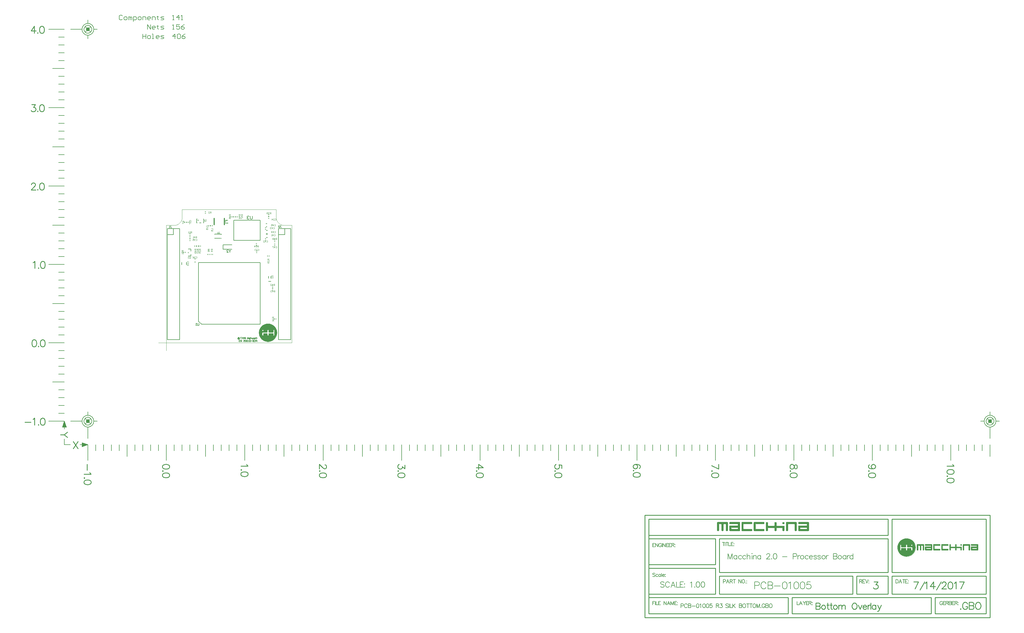
<source format=gbo>
G04 This is an RS-274x file exported by *
G04 gerbv version 2.6A *
G04 More information is available about gerbv at *
G04 http://gerbv.geda-project.org/ *
G04 --End of header info--*
%MOIN*%
%FSLAX34Y34*%
%IPPOS*%
G04 --Define apertures--*
%ADD10C,0.0070*%
%ADD11C,0.0080*%
%ADD12C,0.0100*%
%ADD13C,0.0050*%
%ADD14C,0.0090*%
%ADD15C,0.0010*%
%ADD16C,0.0040*%
%ADD17C,0.0120*%
%ADD18C,0.0060*%
G04 --Start main section--*
G36*
G01X0013130Y0002434D02*
G01X0013305Y0002392D01*
G01X0013471Y0002323D01*
G01X0013625Y0002229D01*
G01X0013762Y0002112D01*
G01X0013879Y0001975D01*
G01X0013973Y0001821D01*
G01X0014042Y0001655D01*
G01X0014084Y0001480D01*
G01X0014099Y0001300D01*
G01X0014084Y0001120D01*
G01X0014042Y0000945D01*
G01X0013973Y0000779D01*
G01X0013879Y0000625D01*
G01X0013762Y0000488D01*
G01X0013625Y0000371D01*
G01X0013471Y0000277D01*
G01X0013305Y0000208D01*
G01X0013130Y0000166D01*
G01X0012950Y0000151D01*
G01X0012770Y0000166D01*
G01X0012595Y0000208D01*
G01X0012429Y0000277D01*
G01X0012275Y0000371D01*
G01X0012138Y0000488D01*
G01X0012021Y0000625D01*
G01X0011927Y0000779D01*
G01X0011858Y0000945D01*
G01X0011816Y0001120D01*
G01X0011801Y0001300D01*
G01X0011816Y0001480D01*
G01X0011858Y0001655D01*
G01X0011927Y0001821D01*
G01X0012021Y0001975D01*
G01X0012138Y0002112D01*
G01X0012275Y0002229D01*
G01X0012429Y0002323D01*
G01X0012595Y0002392D01*
G01X0012770Y0002434D01*
G01X0012950Y0002449D01*
G01X0013130Y0002434D01*
G37*
G36*
G01X0013130Y0002434D02*
G37*
G36*
G01X0002249Y-003706D02*
G37*
G36*
G01X-003606Y-003706D02*
G37*
G36*
G01X0000156Y-003708D02*
G37*
G36*
G01X-000509Y-003708D02*
G37*
G36*
G01X0001206Y-003703D02*
G37*
G36*
G01X-001544Y-003703D02*
G37*
G36*
G01X-002579Y-003703D02*
G37*
G36*
G01X-004649Y-003703D02*
G37*
G36*
G01X0073091Y-022884D02*
G01X0073107Y-022923D01*
G01X0073104Y-022927D01*
G01X0073104Y-022927D01*
G01X0073108Y-023932D01*
G01X0073091Y-023976D01*
G01X0073052Y-023992D01*
G01X0073047Y-023989D01*
G01X0073047Y-023989D01*
G01X0071825Y-023993D01*
G01X0071782Y-023976D01*
G01X0071766Y-023937D01*
G01X0071769Y-023932D01*
G01X0071769Y-023932D01*
G01X0071764Y-023377D01*
G01X0071782Y-023334D01*
G01X0071821Y-023318D01*
G01X0071825Y-023321D01*
G01X0071825Y-023321D01*
G01X0071825Y-023321D01*
G01X0072822Y-023326D01*
G01X0072866Y-023308D01*
G01X0072883Y-023265D01*
G01X0072883Y-023265D01*
G01X0072879Y-023260D01*
G01X0072883Y-023152D01*
G01X0072866Y-023109D01*
G01X0072822Y-023092D01*
G01X0072822Y-023096D01*
G01X0071825Y-023101D01*
G01X0071782Y-023083D01*
G01X0071766Y-023044D01*
G01X0071769Y-023040D01*
G01X0071769Y-023040D01*
G01X0071764Y-022927D01*
G01X0071782Y-022884D01*
G01X0071821Y-022868D01*
G01X0071825Y-022871D01*
G01X0071825Y-022871D01*
G01X0073047Y-022867D01*
G01X0073091Y-022884D01*
G37*
G36*
G01X0073091Y-022884D02*
G37*
G36*
G01X0078734Y-022887D02*
G01X0078750Y-022903D01*
G01X0078759Y-022924D01*
G01X0078759Y-022935D01*
G01X0078759Y-023047D01*
G01X0078759Y-023059D01*
G01X0078750Y-023079D01*
G01X0078734Y-023095D01*
G01X0078714Y-023104D01*
G01X0078586Y-023104D01*
G01X0078566Y-023095D01*
G01X0078550Y-023079D01*
G01X0078541Y-023059D01*
G01X0078541Y-023047D01*
G01X0078541Y-022935D01*
G01X0078541Y-022924D01*
G01X0078550Y-022903D01*
G01X0078566Y-022887D01*
G01X0078586Y-022879D01*
G01X0078714Y-022879D01*
G01X0078734Y-022887D01*
G37*
G36*
G01X0078734Y-022887D02*
G37*
G36*
G01X0081830Y-022871D02*
G01X0081830Y-022871D01*
G01X0081834Y-022868D01*
G01X0081873Y-022884D01*
G01X0081891Y-022927D01*
G01X0081886Y-023932D01*
G01X0081886Y-023932D01*
G01X0081889Y-023937D01*
G01X0081873Y-023976D01*
G01X0081830Y-023993D01*
G01X0080608Y-023989D01*
G01X0080608Y-023989D01*
G01X0080603Y-023992D01*
G01X0080564Y-023976D01*
G01X0080547Y-023932D01*
G01X0080551Y-023377D01*
G01X0080551Y-023377D01*
G01X0080548Y-023373D01*
G01X0080564Y-023334D01*
G01X0080608Y-023317D01*
G01X0081605Y-023321D01*
G01X0081605Y-023326D01*
G01X0081648Y-023308D01*
G01X0081666Y-023265D01*
G01X0081661Y-023157D01*
G01X0081666Y-023152D01*
G01X0081666Y-023152D01*
G01X0081648Y-023109D01*
G01X0081605Y-023092D01*
G01X0080608Y-023096D01*
G01X0080608Y-023096D01*
G01X0080608Y-023096D01*
G01X0080603Y-023099D01*
G01X0080564Y-023083D01*
G01X0080547Y-023040D01*
G01X0080551Y-022927D01*
G01X0080551Y-022927D01*
G01X0080548Y-022923D01*
G01X0080564Y-022884D01*
G01X0080608Y-022867D01*
G01X0081830Y-022871D01*
G37*
G36*
G01X0081830Y-022871D02*
G37*
G36*
G01X0077737Y-022887D02*
G01X0077753Y-022903D01*
G01X0077761Y-022924D01*
G01X0077761Y-022935D01*
G01X0077761Y-023295D01*
G01X0077762Y-023306D01*
G01X0077771Y-023326D01*
G01X0077786Y-023342D01*
G01X0077807Y-023350D01*
G01X0077818Y-023351D01*
G01X0078714Y-023351D01*
G01X0078734Y-023360D01*
G01X0078750Y-023376D01*
G01X0078759Y-023396D01*
G01X0078759Y-023407D01*
G01X0078759Y-023932D01*
G01X0078759Y-023944D01*
G01X0078750Y-023964D01*
G01X0078734Y-023980D01*
G01X0078714Y-023989D01*
G01X0078586Y-023989D01*
G01X0078566Y-023980D01*
G01X0078550Y-023964D01*
G01X0078541Y-023944D01*
G01X0078541Y-023932D01*
G01X0078541Y-023633D01*
G01X0078540Y-023622D01*
G01X0078532Y-023601D01*
G01X0078516Y-023586D01*
G01X0078496Y-023577D01*
G01X0078485Y-023576D01*
G01X0077818Y-023576D01*
G01X0077807Y-023577D01*
G01X0077786Y-023586D01*
G01X0077771Y-023601D01*
G01X0077762Y-023622D01*
G01X0077761Y-023633D01*
G01X0077761Y-023932D01*
G01X0077761Y-023944D01*
G01X0077753Y-023964D01*
G01X0077737Y-023980D01*
G01X0077716Y-023989D01*
G01X0077581Y-023989D01*
G01X0077561Y-023980D01*
G01X0077545Y-023964D01*
G01X0077536Y-023944D01*
G01X0077536Y-023932D01*
G01X0077536Y-023633D01*
G01X0077535Y-023622D01*
G01X0077527Y-023601D01*
G01X0077511Y-023586D01*
G01X0077491Y-023577D01*
G01X0077480Y-023576D01*
G01X0076708Y-023576D01*
G01X0076697Y-023577D01*
G01X0076676Y-023586D01*
G01X0076661Y-023601D01*
G01X0076652Y-023622D01*
G01X0076651Y-023633D01*
G01X0076651Y-023932D01*
G01X0076651Y-023944D01*
G01X0076643Y-023964D01*
G01X0076627Y-023980D01*
G01X0076606Y-023989D01*
G01X0076471Y-023989D01*
G01X0076451Y-023980D01*
G01X0076435Y-023964D01*
G01X0076426Y-023944D01*
G01X0076426Y-023932D01*
G01X0076426Y-022935D01*
G01X0076426Y-022924D01*
G01X0076435Y-022903D01*
G01X0076451Y-022887D01*
G01X0076471Y-022879D01*
G01X0076606Y-022879D01*
G01X0076627Y-022887D01*
G01X0076643Y-022903D01*
G01X0076651Y-022924D01*
G01X0076651Y-022935D01*
G01X0076651Y-023295D01*
G01X0076652Y-023306D01*
G01X0076661Y-023326D01*
G01X0076676Y-023342D01*
G01X0076697Y-023350D01*
G01X0076708Y-023351D01*
G01X0077480Y-023351D01*
G01X0077491Y-023350D01*
G01X0077511Y-023342D01*
G01X0077527Y-023326D01*
G01X0077535Y-023306D01*
G01X0077536Y-023295D01*
G01X0077536Y-022935D01*
G01X0077536Y-022924D01*
G01X0077545Y-022903D01*
G01X0077561Y-022887D01*
G01X0077581Y-022879D01*
G01X0077716Y-022879D01*
G01X0077737Y-022887D01*
G37*
G36*
G01X0077737Y-022887D02*
G37*
G36*
G01X0080309Y-022880D02*
G01X0080325Y-022896D01*
G01X0080334Y-022916D01*
G01X0080334Y-022927D01*
G01X0080334Y-023932D01*
G01X0080334Y-023944D01*
G01X0080325Y-023964D01*
G01X0080309Y-023980D01*
G01X0080289Y-023989D01*
G01X0080154Y-023989D01*
G01X0080133Y-023980D01*
G01X0080117Y-023964D01*
G01X0080109Y-023944D01*
G01X0080109Y-023932D01*
G01X0080109Y-023152D01*
G01X0080108Y-023142D01*
G01X0080099Y-023121D01*
G01X0080084Y-023106D01*
G01X0080063Y-023097D01*
G01X0080052Y-023096D01*
G01X0079272Y-023096D01*
G01X0079262Y-023097D01*
G01X0079241Y-023106D01*
G01X0079226Y-023121D01*
G01X0079217Y-023142D01*
G01X0079216Y-023152D01*
G01X0079216Y-023932D01*
G01X0079216Y-023944D01*
G01X0079208Y-023964D01*
G01X0079192Y-023980D01*
G01X0079171Y-023989D01*
G01X0079044Y-023989D01*
G01X0079023Y-023980D01*
G01X0079007Y-023964D01*
G01X0078999Y-023944D01*
G01X0078999Y-023932D01*
G01X0078999Y-022927D01*
G01X0078999Y-022916D01*
G01X0079007Y-022896D01*
G01X0079023Y-022880D01*
G01X0079044Y-022871D01*
G01X0080289Y-022871D01*
G01X0080309Y-022880D01*
G37*
G36*
G01X0080309Y-022880D02*
G37*
G36*
G01X0076184Y-022880D02*
G01X0076200Y-022896D01*
G01X0076209Y-022916D01*
G01X0076209Y-022927D01*
G01X0076209Y-023040D01*
G01X0076209Y-023051D01*
G01X0076200Y-023072D01*
G01X0076184Y-023088D01*
G01X0076164Y-023096D01*
G01X0075155Y-023096D01*
G01X0075144Y-023097D01*
G01X0075124Y-023106D01*
G01X0075108Y-023121D01*
G01X0075100Y-023142D01*
G01X0075099Y-023152D01*
G01X0075099Y-023707D01*
G01X0075100Y-023718D01*
G01X0075108Y-023739D01*
G01X0075124Y-023754D01*
G01X0075144Y-023763D01*
G01X0075155Y-023764D01*
G01X0076164Y-023764D01*
G01X0076184Y-023772D01*
G01X0076200Y-023788D01*
G01X0076209Y-023809D01*
G01X0076209Y-023820D01*
G01X0076209Y-023932D01*
G01X0076209Y-023944D01*
G01X0076200Y-023964D01*
G01X0076184Y-023980D01*
G01X0076164Y-023989D01*
G01X0074919Y-023989D01*
G01X0074898Y-023980D01*
G01X0074882Y-023964D01*
G01X0074874Y-023944D01*
G01X0074874Y-023932D01*
G01X0074874Y-022927D01*
G01X0074874Y-022916D01*
G01X0074882Y-022896D01*
G01X0074898Y-022880D01*
G01X0074919Y-022871D01*
G01X0076164Y-022871D01*
G01X0076184Y-022880D01*
G37*
G36*
G01X0076184Y-022880D02*
G37*
G36*
G01X0074632Y-022880D02*
G01X0074648Y-022896D01*
G01X0074656Y-022916D01*
G01X0074656Y-022927D01*
G01X0074656Y-023040D01*
G01X0074656Y-023051D01*
G01X0074648Y-023072D01*
G01X0074632Y-023088D01*
G01X0074611Y-023096D01*
G01X0073602Y-023096D01*
G01X0073592Y-023097D01*
G01X0073571Y-023106D01*
G01X0073556Y-023121D01*
G01X0073547Y-023142D01*
G01X0073546Y-023152D01*
G01X0073546Y-023707D01*
G01X0073547Y-023718D01*
G01X0073556Y-023739D01*
G01X0073571Y-023754D01*
G01X0073592Y-023763D01*
G01X0073602Y-023764D01*
G01X0074611Y-023764D01*
G01X0074632Y-023772D01*
G01X0074648Y-023788D01*
G01X0074656Y-023809D01*
G01X0074656Y-023820D01*
G01X0074656Y-023932D01*
G01X0074656Y-023944D01*
G01X0074648Y-023964D01*
G01X0074632Y-023980D01*
G01X0074611Y-023989D01*
G01X0073366Y-023989D01*
G01X0073346Y-023980D01*
G01X0073330Y-023964D01*
G01X0073321Y-023944D01*
G01X0073321Y-023932D01*
G01X0073321Y-022927D01*
G01X0073321Y-022916D01*
G01X0073330Y-022896D01*
G01X0073346Y-022880D01*
G01X0073366Y-022871D01*
G01X0074611Y-022871D01*
G01X0074632Y-022880D01*
G37*
G36*
G01X0074632Y-022880D02*
G37*
G36*
G01X0071527Y-022880D02*
G01X0071543Y-022896D01*
G01X0071551Y-022916D01*
G01X0071551Y-022927D01*
G01X0071551Y-023932D01*
G01X0071551Y-023944D01*
G01X0071543Y-023964D01*
G01X0071527Y-023980D01*
G01X0071506Y-023989D01*
G01X0071371Y-023989D01*
G01X0071351Y-023980D01*
G01X0071335Y-023964D01*
G01X0071326Y-023944D01*
G01X0071326Y-023932D01*
G01X0071326Y-023152D01*
G01X0071325Y-023142D01*
G01X0071317Y-023121D01*
G01X0071301Y-023106D01*
G01X0071281Y-023097D01*
G01X0071270Y-023096D01*
G01X0071045Y-023096D01*
G01X0071034Y-023097D01*
G01X0071014Y-023106D01*
G01X0070998Y-023121D01*
G01X0070990Y-023142D01*
G01X0070989Y-023152D01*
G01X0070989Y-023932D01*
G01X0070989Y-023944D01*
G01X0070980Y-023964D01*
G01X0070964Y-023980D01*
G01X0070944Y-023989D01*
G01X0070816Y-023989D01*
G01X0070796Y-023980D01*
G01X0070780Y-023964D01*
G01X0070771Y-023944D01*
G01X0070771Y-023932D01*
G01X0070771Y-023152D01*
G01X0070770Y-023142D01*
G01X0070762Y-023121D01*
G01X0070746Y-023106D01*
G01X0070726Y-023097D01*
G01X0070715Y-023096D01*
G01X0070490Y-023096D01*
G01X0070479Y-023097D01*
G01X0070459Y-023106D01*
G01X0070443Y-023121D01*
G01X0070435Y-023142D01*
G01X0070434Y-023152D01*
G01X0070434Y-023932D01*
G01X0070434Y-023944D01*
G01X0070425Y-023964D01*
G01X0070409Y-023980D01*
G01X0070389Y-023989D01*
G01X0070254Y-023989D01*
G01X0070233Y-023980D01*
G01X0070217Y-023964D01*
G01X0070209Y-023944D01*
G01X0070209Y-023932D01*
G01X0070209Y-022927D01*
G01X0070209Y-022916D01*
G01X0070217Y-022896D01*
G01X0070233Y-022880D01*
G01X0070254Y-022871D01*
G01X0071506Y-022871D01*
G01X0071527Y-022880D01*
G37*
G36*
G01X0071527Y-022880D02*
G37*
G36*
G01X0103449Y-025706D02*
G01X0103459Y-025732D01*
G01X0103457Y-025735D01*
G01X0103457Y-025735D01*
G01X0103461Y-026405D01*
G01X0103449Y-026434D01*
G01X0103423Y-026444D01*
G01X0103420Y-026442D01*
G01X0103420Y-026442D01*
G01X0102605Y-026446D01*
G01X0102576Y-026434D01*
G01X0102566Y-026408D01*
G01X0102568Y-026405D01*
G01X0102568Y-026405D01*
G01X0102564Y-026035D01*
G01X0102576Y-026006D01*
G01X0102602Y-025996D01*
G01X0102605Y-025998D01*
G01X0102605Y-025998D01*
G01X0102605Y-025998D01*
G01X0103270Y-026001D01*
G01X0103299Y-025989D01*
G01X0103311Y-025960D01*
G01X0103311Y-025960D01*
G01X0103308Y-025957D01*
G01X0103311Y-025885D01*
G01X0103299Y-025856D01*
G01X0103270Y-025844D01*
G01X0103270Y-025847D01*
G01X0102605Y-025851D01*
G01X0102576Y-025839D01*
G01X0102566Y-025813D01*
G01X0102568Y-025810D01*
G01X0102568Y-025810D01*
G01X0102564Y-025735D01*
G01X0102576Y-025706D01*
G01X0102602Y-025696D01*
G01X0102605Y-025698D01*
G01X0102605Y-025698D01*
G01X0103420Y-025694D01*
G01X0103449Y-025706D01*
G37*
G36*
G01X0103449Y-025706D02*
G37*
G36*
G01X0097594Y-025706D02*
G01X0097604Y-025732D01*
G01X0097603Y-025735D01*
G01X0097603Y-025735D01*
G01X0097606Y-026405D01*
G01X0097594Y-026434D01*
G01X0097568Y-026444D01*
G01X0097565Y-026442D01*
G01X0097565Y-026442D01*
G01X0096750Y-026446D01*
G01X0096721Y-026434D01*
G01X0096711Y-026408D01*
G01X0096713Y-026405D01*
G01X0096713Y-026405D01*
G01X0096709Y-026035D01*
G01X0096721Y-026006D01*
G01X0096747Y-025996D01*
G01X0096750Y-025998D01*
G01X0096750Y-025998D01*
G01X0096750Y-025998D01*
G01X0097415Y-026001D01*
G01X0097444Y-025989D01*
G01X0097456Y-025960D01*
G01X0097456Y-025960D01*
G01X0097453Y-025957D01*
G01X0097456Y-025885D01*
G01X0097444Y-025856D01*
G01X0097415Y-025844D01*
G01X0097415Y-025847D01*
G01X0096750Y-025851D01*
G01X0096721Y-025839D01*
G01X0096711Y-025813D01*
G01X0096713Y-025810D01*
G01X0096713Y-025810D01*
G01X0096709Y-025735D01*
G01X0096721Y-025706D01*
G01X0096747Y-025696D01*
G01X0096750Y-025698D01*
G01X0096750Y-025698D01*
G01X0097565Y-025694D01*
G01X0097594Y-025706D01*
G37*
G36*
G01X0097594Y-025706D02*
G37*
G36*
G01X0101356Y-025708D02*
G01X0101367Y-025719D01*
G01X0101372Y-025733D01*
G01X0101372Y-025740D01*
G01X0101372Y-025815D01*
G01X0101372Y-025822D01*
G01X0101367Y-025836D01*
G01X0101356Y-025847D01*
G01X0101342Y-025852D01*
G01X0101258Y-025852D01*
G01X0101244Y-025847D01*
G01X0101233Y-025836D01*
G01X0101228Y-025822D01*
G01X0101228Y-025815D01*
G01X0101228Y-025740D01*
G01X0101228Y-025733D01*
G01X0101233Y-025719D01*
G01X0101244Y-025708D01*
G01X0101258Y-025703D01*
G01X0101342Y-025703D01*
G01X0101356Y-025708D01*
G37*
G36*
G01X0101356Y-025708D02*
G37*
G36*
G01X0100691Y-025708D02*
G01X0100702Y-025719D01*
G01X0100708Y-025733D01*
G01X0100708Y-025740D01*
G01X0100708Y-025980D01*
G01X0100708Y-025987D01*
G01X0100714Y-026001D01*
G01X0100724Y-026011D01*
G01X0100738Y-026017D01*
G01X0100745Y-026017D01*
G01X0101342Y-026017D01*
G01X0101356Y-026023D01*
G01X0101367Y-026034D01*
G01X0101372Y-026048D01*
G01X0101372Y-026055D01*
G01X0101372Y-026405D01*
G01X0101372Y-026412D01*
G01X0101367Y-026426D01*
G01X0101356Y-026437D01*
G01X0101342Y-026442D01*
G01X0101258Y-026442D01*
G01X0101244Y-026437D01*
G01X0101233Y-026426D01*
G01X0101228Y-026412D01*
G01X0101228Y-026405D01*
G01X0101228Y-026205D01*
G01X0101227Y-026198D01*
G01X0101221Y-026184D01*
G01X0101211Y-026174D01*
G01X0101197Y-026168D01*
G01X0101190Y-026168D01*
G01X0100745Y-026168D01*
G01X0100738Y-026168D01*
G01X0100724Y-026174D01*
G01X0100714Y-026184D01*
G01X0100708Y-026198D01*
G01X0100708Y-026205D01*
G01X0100708Y-026405D01*
G01X0100708Y-026412D01*
G01X0100702Y-026426D01*
G01X0100691Y-026437D01*
G01X0100677Y-026442D01*
G01X0100588Y-026442D01*
G01X0100574Y-026437D01*
G01X0100563Y-026426D01*
G01X0100557Y-026412D01*
G01X0100557Y-026405D01*
G01X0100557Y-026205D01*
G01X0100557Y-026198D01*
G01X0100551Y-026184D01*
G01X0100541Y-026174D01*
G01X0100527Y-026168D01*
G01X0100520Y-026168D01*
G01X0100005Y-026168D01*
G01X0099998Y-026168D01*
G01X0099984Y-026174D01*
G01X0099974Y-026184D01*
G01X0099968Y-026198D01*
G01X0099967Y-026205D01*
G01X0099967Y-026405D01*
G01X0099967Y-026412D01*
G01X0099962Y-026426D01*
G01X0099951Y-026437D01*
G01X0099937Y-026442D01*
G01X0099848Y-026442D01*
G01X0099834Y-026437D01*
G01X0099823Y-026426D01*
G01X0099817Y-026412D01*
G01X0099817Y-026405D01*
G01X0099817Y-025740D01*
G01X0099817Y-025733D01*
G01X0099823Y-025719D01*
G01X0099834Y-025708D01*
G01X0099848Y-025703D01*
G01X0099937Y-025703D01*
G01X0099951Y-025708D01*
G01X0099962Y-025719D01*
G01X0099967Y-025733D01*
G01X0099967Y-025740D01*
G01X0099967Y-025980D01*
G01X0099968Y-025987D01*
G01X0099974Y-026001D01*
G01X0099984Y-026011D01*
G01X0099998Y-026017D01*
G01X0100005Y-026017D01*
G01X0100520Y-026017D01*
G01X0100527Y-026017D01*
G01X0100541Y-026011D01*
G01X0100551Y-026001D01*
G01X0100557Y-025987D01*
G01X0100557Y-025980D01*
G01X0100557Y-025740D01*
G01X0100557Y-025733D01*
G01X0100563Y-025719D01*
G01X0100574Y-025708D01*
G01X0100588Y-025703D01*
G01X0100677Y-025703D01*
G01X0100691Y-025708D01*
G37*
G36*
G01X0100691Y-025708D02*
G37*
G36*
G01X0102406Y-025703D02*
G01X0102417Y-025714D01*
G01X0102423Y-025728D01*
G01X0102423Y-025735D01*
G01X0102423Y-026405D01*
G01X0102423Y-026412D01*
G01X0102417Y-026426D01*
G01X0102406Y-026437D01*
G01X0102392Y-026442D01*
G01X0102303Y-026442D01*
G01X0102289Y-026437D01*
G01X0102278Y-026426D01*
G01X0102273Y-026412D01*
G01X0102273Y-026405D01*
G01X0102273Y-025885D01*
G01X0102272Y-025878D01*
G01X0102266Y-025864D01*
G01X0102256Y-025854D01*
G01X0102242Y-025848D01*
G01X0102235Y-025847D01*
G01X0101715Y-025847D01*
G01X0101708Y-025848D01*
G01X0101694Y-025854D01*
G01X0101684Y-025864D01*
G01X0101678Y-025878D01*
G01X0101678Y-025885D01*
G01X0101678Y-026405D01*
G01X0101678Y-026412D01*
G01X0101672Y-026426D01*
G01X0101661Y-026437D01*
G01X0101647Y-026442D01*
G01X0101563Y-026442D01*
G01X0101549Y-026437D01*
G01X0101538Y-026426D01*
G01X0101532Y-026412D01*
G01X0101532Y-026405D01*
G01X0101532Y-025735D01*
G01X0101532Y-025728D01*
G01X0101538Y-025714D01*
G01X0101549Y-025703D01*
G01X0101563Y-025698D01*
G01X0102392Y-025698D01*
G01X0102406Y-025703D01*
G37*
G36*
G01X0102406Y-025703D02*
G37*
G36*
G01X0099656Y-025703D02*
G01X0099667Y-025714D01*
G01X0099672Y-025728D01*
G01X0099672Y-025735D01*
G01X0099672Y-025810D01*
G01X0099672Y-025817D01*
G01X0099667Y-025831D01*
G01X0099656Y-025842D01*
G01X0099642Y-025847D01*
G01X0098970Y-025847D01*
G01X0098963Y-025848D01*
G01X0098949Y-025854D01*
G01X0098939Y-025864D01*
G01X0098933Y-025878D01*
G01X0098933Y-025885D01*
G01X0098933Y-026255D01*
G01X0098933Y-026262D01*
G01X0098939Y-026276D01*
G01X0098949Y-026286D01*
G01X0098963Y-026292D01*
G01X0098970Y-026293D01*
G01X0099642Y-026293D01*
G01X0099656Y-026298D01*
G01X0099667Y-026309D01*
G01X0099672Y-026323D01*
G01X0099672Y-026330D01*
G01X0099672Y-026405D01*
G01X0099672Y-026412D01*
G01X0099667Y-026426D01*
G01X0099656Y-026437D01*
G01X0099642Y-026442D01*
G01X0098813Y-026442D01*
G01X0098799Y-026437D01*
G01X0098788Y-026426D01*
G01X0098783Y-026412D01*
G01X0098783Y-026405D01*
G01X0098783Y-025735D01*
G01X0098783Y-025728D01*
G01X0098788Y-025714D01*
G01X0098799Y-025703D01*
G01X0098813Y-025698D01*
G01X0099642Y-025698D01*
G01X0099656Y-025703D01*
G37*
G36*
G01X0099656Y-025703D02*
G37*
G36*
G01X0098621Y-025703D02*
G01X0098632Y-025714D01*
G01X0098638Y-025728D01*
G01X0098638Y-025735D01*
G01X0098638Y-025810D01*
G01X0098638Y-025817D01*
G01X0098632Y-025831D01*
G01X0098621Y-025842D01*
G01X0098607Y-025847D01*
G01X0097935Y-025847D01*
G01X0097928Y-025848D01*
G01X0097914Y-025854D01*
G01X0097904Y-025864D01*
G01X0097898Y-025878D01*
G01X0097898Y-025885D01*
G01X0097898Y-026255D01*
G01X0097898Y-026262D01*
G01X0097904Y-026276D01*
G01X0097914Y-026286D01*
G01X0097928Y-026292D01*
G01X0097935Y-026293D01*
G01X0098607Y-026293D01*
G01X0098621Y-026298D01*
G01X0098632Y-026309D01*
G01X0098638Y-026323D01*
G01X0098638Y-026330D01*
G01X0098638Y-026405D01*
G01X0098638Y-026412D01*
G01X0098632Y-026426D01*
G01X0098621Y-026437D01*
G01X0098607Y-026442D01*
G01X0097778Y-026442D01*
G01X0097764Y-026437D01*
G01X0097753Y-026426D01*
G01X0097747Y-026412D01*
G01X0097747Y-026405D01*
G01X0097747Y-025735D01*
G01X0097747Y-025728D01*
G01X0097753Y-025714D01*
G01X0097764Y-025703D01*
G01X0097778Y-025698D01*
G01X0098607Y-025698D01*
G01X0098621Y-025703D01*
G37*
G36*
G01X0098621Y-025703D02*
G37*
G36*
G01X0096551Y-025703D02*
G01X0096562Y-025714D01*
G01X0096567Y-025728D01*
G01X0096567Y-025735D01*
G01X0096567Y-026405D01*
G01X0096567Y-026412D01*
G01X0096562Y-026426D01*
G01X0096551Y-026437D01*
G01X0096537Y-026442D01*
G01X0096448Y-026442D01*
G01X0096434Y-026437D01*
G01X0096423Y-026426D01*
G01X0096418Y-026412D01*
G01X0096418Y-026405D01*
G01X0096418Y-025885D01*
G01X0096417Y-025878D01*
G01X0096411Y-025864D01*
G01X0096401Y-025854D01*
G01X0096387Y-025848D01*
G01X0096380Y-025847D01*
G01X0096230Y-025847D01*
G01X0096223Y-025848D01*
G01X0096209Y-025854D01*
G01X0096199Y-025864D01*
G01X0096193Y-025878D01*
G01X0096193Y-025885D01*
G01X0096193Y-026405D01*
G01X0096193Y-026412D01*
G01X0096187Y-026426D01*
G01X0096176Y-026437D01*
G01X0096162Y-026442D01*
G01X0096078Y-026442D01*
G01X0096064Y-026437D01*
G01X0096053Y-026426D01*
G01X0096047Y-026412D01*
G01X0096047Y-026405D01*
G01X0096047Y-025885D01*
G01X0096047Y-025878D01*
G01X0096041Y-025864D01*
G01X0096031Y-025854D01*
G01X0096017Y-025848D01*
G01X0096010Y-025847D01*
G01X0095860Y-025847D01*
G01X0095853Y-025848D01*
G01X0095839Y-025854D01*
G01X0095829Y-025864D01*
G01X0095823Y-025878D01*
G01X0095822Y-025885D01*
G01X0095822Y-026405D01*
G01X0095822Y-026412D01*
G01X0095817Y-026426D01*
G01X0095806Y-026437D01*
G01X0095792Y-026442D01*
G01X0095703Y-026442D01*
G01X0095689Y-026437D01*
G01X0095678Y-026426D01*
G01X0095673Y-026412D01*
G01X0095673Y-026405D01*
G01X0095673Y-025735D01*
G01X0095673Y-025728D01*
G01X0095678Y-025714D01*
G01X0095689Y-025703D01*
G01X0095703Y-025698D01*
G01X0096537Y-025698D01*
G01X0096551Y-025703D01*
G37*
G36*
G01X0096551Y-025703D02*
G37*
G36*
G01X0094525Y-024971D02*
G01X0094700Y-025013D01*
G01X0094866Y-025082D01*
G01X0095020Y-025176D01*
G01X0095157Y-025293D01*
G01X0095274Y-025430D01*
G01X0095368Y-025584D01*
G01X0095437Y-025750D01*
G01X0095479Y-025925D01*
G01X0095494Y-026105D01*
G01X0095479Y-026285D01*
G01X0095437Y-026460D01*
G01X0095368Y-026626D01*
G01X0095274Y-026780D01*
G01X0095157Y-026917D01*
G01X0095020Y-027034D01*
G01X0094866Y-027128D01*
G01X0094700Y-027197D01*
G01X0094525Y-027239D01*
G01X0094345Y-027254D01*
G01X0094165Y-027239D01*
G01X0093990Y-027197D01*
G01X0093824Y-027128D01*
G01X0093670Y-027034D01*
G01X0093533Y-026917D01*
G01X0093416Y-026780D01*
G01X0093322Y-026626D01*
G01X0093253Y-026460D01*
G01X0093211Y-026285D01*
G01X0093196Y-026105D01*
G01X0093211Y-025925D01*
G01X0093253Y-025750D01*
G01X0093322Y-025584D01*
G01X0093416Y-025430D01*
G01X0093533Y-025293D01*
G01X0093670Y-025176D01*
G01X0093824Y-025082D01*
G01X0093990Y-025013D01*
G01X0094165Y-024971D01*
G01X0094345Y-024956D01*
G01X0094525Y-024971D01*
G37*
G36*
G01X0094525Y-024971D02*
G37*
%LPC*%
G36*
G01X0012320Y0001671D02*
G01X0012317Y0001668D01*
G01X0012250Y0001671D01*
G01X0012221Y0001659D01*
G01X0012209Y0001630D01*
G01X0012209Y0001630D01*
G01X0012212Y0001627D01*
G01X0012209Y0001555D01*
G01X0012221Y0001526D01*
G01X0012250Y0001514D01*
G01X0012250Y0001514D01*
G01X0012253Y0001517D01*
G01X0012320Y0001514D01*
G01X0012349Y0001526D01*
G01X0012361Y0001555D01*
G01X0012361Y0001555D01*
G01X0012358Y0001558D01*
G01X0012361Y0001630D01*
G01X0012349Y0001659D01*
G01X0012320Y0001671D01*
G01X0012320Y0001671D01*
G37*
G36*
G01X0012320Y0001671D02*
G37*
G36*
G01X0013730Y0001671D02*
G01X0013727Y0001668D01*
G01X0013655Y0001671D01*
G01X0013626Y0001659D01*
G01X0013614Y0001630D01*
G01X0013618Y0001630D01*
G01X0013621Y0001390D01*
G01X0013609Y0001361D01*
G01X0013583Y0001351D01*
G01X0013580Y0001353D01*
G01X0013580Y0001353D01*
G01X0013065Y0001349D01*
G01X0013036Y0001361D01*
G01X0013026Y0001387D01*
G01X0013027Y0001390D01*
G01X0013027Y0001390D01*
G01X0013027Y0001390D01*
G01X0013031Y0001630D01*
G01X0013019Y0001659D01*
G01X0012990Y0001671D01*
G01X0012990Y0001671D01*
G01X0012987Y0001668D01*
G01X0012915Y0001671D01*
G01X0012886Y0001659D01*
G01X0012874Y0001630D01*
G01X0012878Y0001630D01*
G01X0012881Y0001390D01*
G01X0012869Y0001361D01*
G01X0012843Y0001351D01*
G01X0012840Y0001353D01*
G01X0012840Y0001353D01*
G01X0012840Y0001353D01*
G01X0012250Y0001356D01*
G01X0012221Y0001344D01*
G01X0012209Y0001315D01*
G01X0012209Y0001315D01*
G01X0012212Y0001312D01*
G01X0012209Y0000965D01*
G01X0012221Y0000936D01*
G01X0012250Y0000924D01*
G01X0012250Y0000924D01*
G01X0012253Y0000927D01*
G01X0012320Y0000924D01*
G01X0012349Y0000936D01*
G01X0012361Y0000965D01*
G01X0012357Y0000965D01*
G01X0012354Y0001165D01*
G01X0012366Y0001194D01*
G01X0012392Y0001204D01*
G01X0012395Y0001203D01*
G01X0012395Y0001203D01*
G01X0012840Y0001206D01*
G01X0012869Y0001194D01*
G01X0012879Y0001168D01*
G01X0012878Y0001165D01*
G01X0012878Y0001165D01*
G01X0012878Y0001165D01*
G01X0012874Y0000965D01*
G01X0012886Y0000936D01*
G01X0012915Y0000924D01*
G01X0012915Y0000924D01*
G01X0012918Y0000927D01*
G01X0012990Y0000924D01*
G01X0013019Y0000936D01*
G01X0013031Y0000965D01*
G01X0013027Y0000965D01*
G01X0013024Y0001165D01*
G01X0013036Y0001194D01*
G01X0013062Y0001204D01*
G01X0013065Y0001203D01*
G01X0013065Y0001203D01*
G01X0013580Y0001206D01*
G01X0013609Y0001194D01*
G01X0013619Y0001168D01*
G01X0013618Y0001165D01*
G01X0013618Y0001165D01*
G01X0013618Y0001165D01*
G01X0013614Y0000965D01*
G01X0013626Y0000936D01*
G01X0013655Y0000924D01*
G01X0013655Y0000924D01*
G01X0013658Y0000927D01*
G01X0013730Y0000924D01*
G01X0013759Y0000936D01*
G01X0013771Y0000965D01*
G01X0013771Y0000965D01*
G01X0013768Y0000968D01*
G01X0013771Y0001630D01*
G01X0013759Y0001659D01*
G01X0013730Y0001671D01*
G01X0013730Y0001671D01*
G37*
G36*
G01X0013730Y0001671D02*
G37*
G36*
G01X0001550Y-004144D02*
G37*
G36*
G01X-004305Y-004144D02*
G37*
G36*
G01X0072042Y-023542D02*
G01X0072042Y-023542D01*
G01X0071999Y-023559D01*
G01X0071982Y-023602D01*
G01X0071986Y-023703D01*
G01X0071982Y-023707D01*
G01X0071982Y-023707D01*
G01X0071999Y-023751D01*
G01X0072042Y-023768D01*
G01X0072818Y-023764D01*
G01X0072822Y-023768D01*
G01X0072822Y-023768D01*
G01X0072866Y-023751D01*
G01X0072883Y-023707D01*
G01X0072879Y-023607D01*
G01X0072883Y-023602D01*
G01X0072883Y-023602D01*
G01X0072866Y-023559D01*
G01X0072822Y-023542D01*
G01X0072047Y-023546D01*
G01X0072042Y-023542D01*
G37*
G36*
G01X0072042Y-023542D02*
G37*
G36*
G01X0081605Y-023542D02*
G01X0081600Y-023546D01*
G01X0080825Y-023542D01*
G01X0080782Y-023559D01*
G01X0080764Y-023602D01*
G01X0080764Y-023602D01*
G01X0080769Y-023607D01*
G01X0080764Y-023707D01*
G01X0080782Y-023751D01*
G01X0080825Y-023768D01*
G01X0080825Y-023768D01*
G01X0080830Y-023764D01*
G01X0081605Y-023768D01*
G01X0081648Y-023751D01*
G01X0081666Y-023707D01*
G01X0081666Y-023707D01*
G01X0081661Y-023703D01*
G01X0081666Y-023602D01*
G01X0081648Y-023559D01*
G01X0081605Y-023542D01*
G01X0081605Y-023542D01*
G37*
G36*
G01X0081605Y-023542D02*
G37*
G36*
G01X0102750Y-026144D02*
G01X0102750Y-026144D01*
G01X0102721Y-026156D01*
G01X0102709Y-026185D01*
G01X0102712Y-026252D01*
G01X0102709Y-026255D01*
G01X0102709Y-026255D01*
G01X0102721Y-026284D01*
G01X0102750Y-026296D01*
G01X0103267Y-026293D01*
G01X0103270Y-026296D01*
G01X0103270Y-026296D01*
G01X0103299Y-026284D01*
G01X0103311Y-026255D01*
G01X0103308Y-026188D01*
G01X0103311Y-026185D01*
G01X0103311Y-026185D01*
G01X0103299Y-026156D01*
G01X0103270Y-026144D01*
G01X0102753Y-026147D01*
G01X0102750Y-026144D01*
G37*
G36*
G01X0102750Y-026144D02*
G37*
G36*
G01X0096895Y-026144D02*
G01X0096895Y-026144D01*
G01X0096866Y-026156D01*
G01X0096854Y-026185D01*
G01X0096857Y-026252D01*
G01X0096854Y-026255D01*
G01X0096854Y-026255D01*
G01X0096866Y-026284D01*
G01X0096895Y-026296D01*
G01X0097412Y-026293D01*
G01X0097415Y-026296D01*
G01X0097415Y-026296D01*
G01X0097444Y-026284D01*
G01X0097456Y-026255D01*
G01X0097453Y-026188D01*
G01X0097456Y-026185D01*
G01X0097456Y-026185D01*
G01X0097444Y-026156D01*
G01X0097415Y-026144D01*
G01X0096898Y-026147D01*
G01X0096895Y-026144D01*
G37*
G36*
G01X0096895Y-026144D02*
G37*
G36*
G01X0094975Y-025734D02*
G01X0094975Y-025734D01*
G01X0094946Y-025746D01*
G01X0094934Y-025775D01*
G01X0094937Y-025847D01*
G01X0094934Y-025850D01*
G01X0094934Y-025850D01*
G01X0094946Y-025879D01*
G01X0094975Y-025891D01*
G01X0095042Y-025888D01*
G01X0095045Y-025891D01*
G01X0095045Y-025891D01*
G01X0095074Y-025879D01*
G01X0095086Y-025850D01*
G01X0095083Y-025778D01*
G01X0095086Y-025775D01*
G01X0095086Y-025775D01*
G01X0095074Y-025746D01*
G01X0095045Y-025734D01*
G01X0094978Y-025737D01*
G01X0094975Y-025734D01*
G37*
G36*
G01X0094975Y-025734D02*
G37*
G36*
G01X0094305Y-025734D02*
G01X0094305Y-025734D01*
G01X0094276Y-025746D01*
G01X0094264Y-025775D01*
G01X0094268Y-026015D01*
G01X0094268Y-026015D01*
G01X0094268Y-026015D01*
G01X0094269Y-026018D01*
G01X0094259Y-026044D01*
G01X0094230Y-026056D01*
G01X0093715Y-026052D01*
G01X0093715Y-026052D01*
G01X0093712Y-026054D01*
G01X0093686Y-026044D01*
G01X0093674Y-026015D01*
G01X0093678Y-025775D01*
G01X0093681Y-025775D01*
G01X0093669Y-025746D01*
G01X0093640Y-025734D01*
G01X0093568Y-025737D01*
G01X0093565Y-025734D01*
G01X0093565Y-025734D01*
G01X0093536Y-025746D01*
G01X0093524Y-025775D01*
G01X0093527Y-026437D01*
G01X0093524Y-026440D01*
G01X0093524Y-026440D01*
G01X0093536Y-026469D01*
G01X0093565Y-026481D01*
G01X0093637Y-026478D01*
G01X0093640Y-026481D01*
G01X0093640Y-026481D01*
G01X0093669Y-026469D01*
G01X0093681Y-026440D01*
G01X0093678Y-026240D01*
G01X0093678Y-026240D01*
G01X0093678Y-026240D01*
G01X0093676Y-026237D01*
G01X0093686Y-026211D01*
G01X0093715Y-026199D01*
G01X0094230Y-026202D01*
G01X0094230Y-026202D01*
G01X0094233Y-026201D01*
G01X0094259Y-026211D01*
G01X0094271Y-026240D01*
G01X0094268Y-026440D01*
G01X0094264Y-026440D01*
G01X0094276Y-026469D01*
G01X0094305Y-026481D01*
G01X0094377Y-026478D01*
G01X0094380Y-026481D01*
G01X0094380Y-026481D01*
G01X0094409Y-026469D01*
G01X0094421Y-026440D01*
G01X0094417Y-026240D01*
G01X0094417Y-026240D01*
G01X0094417Y-026240D01*
G01X0094416Y-026237D01*
G01X0094426Y-026211D01*
G01X0094455Y-026199D01*
G01X0094900Y-026202D01*
G01X0094900Y-026202D01*
G01X0094903Y-026201D01*
G01X0094929Y-026211D01*
G01X0094941Y-026240D01*
G01X0094937Y-026440D01*
G01X0094934Y-026440D01*
G01X0094946Y-026469D01*
G01X0094975Y-026481D01*
G01X0095042Y-026478D01*
G01X0095045Y-026481D01*
G01X0095045Y-026481D01*
G01X0095074Y-026469D01*
G01X0095086Y-026440D01*
G01X0095083Y-026093D01*
G01X0095086Y-026090D01*
G01X0095086Y-026090D01*
G01X0095074Y-026061D01*
G01X0095045Y-026049D01*
G01X0094455Y-026052D01*
G01X0094455Y-026052D01*
G01X0094455Y-026052D01*
G01X0094452Y-026054D01*
G01X0094426Y-026044D01*
G01X0094414Y-026015D01*
G01X0094417Y-025775D01*
G01X0094421Y-025775D01*
G01X0094409Y-025746D01*
G01X0094380Y-025734D01*
G01X0094308Y-025737D01*
G01X0094305Y-025734D01*
G37*
G36*
G01X0094305Y-025734D02*
G37*
%LPD*%
G54D10*
G01X0004216Y0015324D02*
G01X0004416Y0015324D01*
G01X0003866Y0015324D02*
G01X0003916Y0015324D01*
G01X0003866Y0015824D02*
G01X0003916Y0015824D01*
G01X0004716Y0015324D02*
G01X0004766Y0015324D01*
G01X0004766Y0015324D02*
G01X0004766Y0015824D01*
G01X0004716Y0015824D02*
G01X0004766Y0015824D01*
G01X0003866Y0015324D02*
G01X0003866Y0015824D01*
G01X0013030Y0007840D02*
G01X0013330Y0007840D01*
G01X0013330Y0008250D02*
G01X0013330Y0008500D01*
G01X0013030Y0008250D02*
G01X0013030Y0008500D01*
G01X0002790Y0011970D02*
G01X0003140Y0011970D01*
G01X0002790Y0011070D02*
G01X0003140Y0011070D01*
G01X0003140Y0011720D02*
G01X0003140Y0011970D01*
G01X0002790Y0011470D02*
G01X0002790Y0011570D01*
G01X0003140Y0011070D02*
G01X0003140Y0011320D01*
G01X0071633Y-033372D02*
G01X0071586Y-033324D01*
G01X0071586Y-033324D02*
G01X0071514Y-033300D01*
G01X0071514Y-033300D02*
G01X0071419Y-033300D01*
G01X0071419Y-033300D02*
G01X0071348Y-033324D01*
G01X0071348Y-033324D02*
G01X0071300Y-033372D01*
G01X0071300Y-033372D02*
G01X0071300Y-033419D01*
G01X0071300Y-033419D02*
G01X0071324Y-033467D01*
G01X0071324Y-033467D02*
G01X0071348Y-033491D01*
G01X0071348Y-033491D02*
G01X0071395Y-033514D01*
G01X0071395Y-033514D02*
G01X0071538Y-033562D01*
G01X0071538Y-033562D02*
G01X0071586Y-033586D01*
G01X0071586Y-033586D02*
G01X0071609Y-033610D01*
G01X0071609Y-033610D02*
G01X0071633Y-033657D01*
G01X0071633Y-033657D02*
G01X0071633Y-033729D01*
G01X0071633Y-033729D02*
G01X0071586Y-033776D01*
G01X0071586Y-033776D02*
G01X0071514Y-033800D01*
G01X0071514Y-033800D02*
G01X0071419Y-033800D01*
G01X0071419Y-033800D02*
G01X0071348Y-033776D01*
G01X0071348Y-033776D02*
G01X0071300Y-033729D01*
G01X0071745Y-033300D02*
G01X0071745Y-033800D01*
G01X0071850Y-033300D02*
G01X0071850Y-033800D01*
G01X0071850Y-033800D02*
G01X0072136Y-033800D01*
G01X0072190Y-033300D02*
G01X0072190Y-033800D01*
G01X0072524Y-033300D02*
G01X0072190Y-033633D01*
G01X0072309Y-033514D02*
G01X0072524Y-033800D01*
G01X0073028Y-033300D02*
G01X0073028Y-033800D01*
G01X0073028Y-033300D02*
G01X0073242Y-033300D01*
G01X0073242Y-033300D02*
G01X0073314Y-033324D01*
G01X0073314Y-033324D02*
G01X0073338Y-033348D01*
G01X0073338Y-033348D02*
G01X0073361Y-033395D01*
G01X0073361Y-033395D02*
G01X0073361Y-033443D01*
G01X0073361Y-033443D02*
G01X0073338Y-033491D01*
G01X0073338Y-033491D02*
G01X0073314Y-033514D01*
G01X0073314Y-033514D02*
G01X0073242Y-033538D01*
G01X0073028Y-033538D02*
G01X0073242Y-033538D01*
G01X0073242Y-033538D02*
G01X0073314Y-033562D01*
G01X0073314Y-033562D02*
G01X0073338Y-033586D01*
G01X0073338Y-033586D02*
G01X0073361Y-033633D01*
G01X0073361Y-033633D02*
G01X0073361Y-033705D01*
G01X0073361Y-033705D02*
G01X0073338Y-033752D01*
G01X0073338Y-033752D02*
G01X0073314Y-033776D01*
G01X0073314Y-033776D02*
G01X0073242Y-033800D01*
G01X0073242Y-033800D02*
G01X0073028Y-033800D01*
G01X0073616Y-033300D02*
G01X0073569Y-033324D01*
G01X0073569Y-033324D02*
G01X0073521Y-033372D01*
G01X0073521Y-033372D02*
G01X0073497Y-033419D01*
G01X0073497Y-033419D02*
G01X0073473Y-033491D01*
G01X0073473Y-033491D02*
G01X0073473Y-033610D01*
G01X0073473Y-033610D02*
G01X0073497Y-033681D01*
G01X0073497Y-033681D02*
G01X0073521Y-033729D01*
G01X0073521Y-033729D02*
G01X0073569Y-033776D01*
G01X0073569Y-033776D02*
G01X0073616Y-033800D01*
G01X0073616Y-033800D02*
G01X0073711Y-033800D01*
G01X0073711Y-033800D02*
G01X0073759Y-033776D01*
G01X0073759Y-033776D02*
G01X0073807Y-033729D01*
G01X0073807Y-033729D02*
G01X0073830Y-033681D01*
G01X0073830Y-033681D02*
G01X0073854Y-033610D01*
G01X0073854Y-033610D02*
G01X0073854Y-033491D01*
G01X0073854Y-033491D02*
G01X0073830Y-033419D01*
G01X0073830Y-033419D02*
G01X0073807Y-033372D01*
G01X0073807Y-033372D02*
G01X0073759Y-033324D01*
G01X0073759Y-033324D02*
G01X0073711Y-033300D01*
G01X0073711Y-033300D02*
G01X0073616Y-033300D01*
G01X0074137Y-033300D02*
G01X0074137Y-033800D01*
G01X0073971Y-033300D02*
G01X0074304Y-033300D01*
G01X0074530Y-033300D02*
G01X0074530Y-033800D01*
G01X0074364Y-033300D02*
G01X0074697Y-033300D01*
G01X0074899Y-033300D02*
G01X0074852Y-033324D01*
G01X0074852Y-033324D02*
G01X0074804Y-033372D01*
G01X0074804Y-033372D02*
G01X0074780Y-033419D01*
G01X0074780Y-033419D02*
G01X0074756Y-033491D01*
G01X0074756Y-033491D02*
G01X0074756Y-033610D01*
G01X0074756Y-033610D02*
G01X0074780Y-033681D01*
G01X0074780Y-033681D02*
G01X0074804Y-033729D01*
G01X0074804Y-033729D02*
G01X0074852Y-033776D01*
G01X0074852Y-033776D02*
G01X0074899Y-033800D01*
G01X0074899Y-033800D02*
G01X0074994Y-033800D01*
G01X0074994Y-033800D02*
G01X0075042Y-033776D01*
G01X0075042Y-033776D02*
G01X0075090Y-033729D01*
G01X0075090Y-033729D02*
G01X0075113Y-033681D01*
G01X0075113Y-033681D02*
G01X0075137Y-033610D01*
G01X0075137Y-033610D02*
G01X0075137Y-033491D01*
G01X0075137Y-033491D02*
G01X0075113Y-033419D01*
G01X0075113Y-033419D02*
G01X0075090Y-033372D01*
G01X0075090Y-033372D02*
G01X0075042Y-033324D01*
G01X0075042Y-033324D02*
G01X0074994Y-033300D01*
G01X0074994Y-033300D02*
G01X0074899Y-033300D01*
G01X0075254Y-033300D02*
G01X0075254Y-033800D01*
G01X0075254Y-033300D02*
G01X0075444Y-033800D01*
G01X0075635Y-033300D02*
G01X0075444Y-033800D01*
G01X0075635Y-033300D02*
G01X0075635Y-033800D01*
G01X0075801Y-033752D02*
G01X0075778Y-033776D01*
G01X0075778Y-033776D02*
G01X0075801Y-033800D01*
G01X0075801Y-033800D02*
G01X0075825Y-033776D01*
G01X0075825Y-033776D02*
G01X0075801Y-033752D01*
G01X0076292Y-033419D02*
G01X0076268Y-033372D01*
G01X0076268Y-033372D02*
G01X0076220Y-033324D01*
G01X0076220Y-033324D02*
G01X0076173Y-033300D01*
G01X0076173Y-033300D02*
G01X0076078Y-033300D01*
G01X0076078Y-033300D02*
G01X0076030Y-033324D01*
G01X0076030Y-033324D02*
G01X0075982Y-033372D01*
G01X0075982Y-033372D02*
G01X0075959Y-033419D01*
G01X0075959Y-033419D02*
G01X0075935Y-033491D01*
G01X0075935Y-033491D02*
G01X0075935Y-033610D01*
G01X0075935Y-033610D02*
G01X0075959Y-033681D01*
G01X0075959Y-033681D02*
G01X0075982Y-033729D01*
G01X0075982Y-033729D02*
G01X0076030Y-033776D01*
G01X0076030Y-033776D02*
G01X0076078Y-033800D01*
G01X0076078Y-033800D02*
G01X0076173Y-033800D01*
G01X0076173Y-033800D02*
G01X0076220Y-033776D01*
G01X0076220Y-033776D02*
G01X0076268Y-033729D01*
G01X0076268Y-033729D02*
G01X0076292Y-033681D01*
G01X0076292Y-033681D02*
G01X0076292Y-033610D01*
G01X0076173Y-033610D02*
G01X0076292Y-033610D01*
G01X0076406Y-033300D02*
G01X0076406Y-033800D01*
G01X0076406Y-033300D02*
G01X0076620Y-033300D01*
G01X0076620Y-033300D02*
G01X0076692Y-033324D01*
G01X0076692Y-033324D02*
G01X0076716Y-033348D01*
G01X0076716Y-033348D02*
G01X0076739Y-033395D01*
G01X0076739Y-033395D02*
G01X0076739Y-033443D01*
G01X0076739Y-033443D02*
G01X0076716Y-033491D01*
G01X0076716Y-033491D02*
G01X0076692Y-033514D01*
G01X0076692Y-033514D02*
G01X0076620Y-033538D01*
G01X0076406Y-033538D02*
G01X0076620Y-033538D01*
G01X0076620Y-033538D02*
G01X0076692Y-033562D01*
G01X0076692Y-033562D02*
G01X0076716Y-033586D01*
G01X0076716Y-033586D02*
G01X0076739Y-033633D01*
G01X0076739Y-033633D02*
G01X0076739Y-033705D01*
G01X0076739Y-033705D02*
G01X0076716Y-033752D01*
G01X0076716Y-033752D02*
G01X0076692Y-033776D01*
G01X0076692Y-033776D02*
G01X0076620Y-033800D01*
G01X0076620Y-033800D02*
G01X0076406Y-033800D01*
G01X0076994Y-033300D02*
G01X0076946Y-033324D01*
G01X0076946Y-033324D02*
G01X0076899Y-033372D01*
G01X0076899Y-033372D02*
G01X0076875Y-033419D01*
G01X0076875Y-033419D02*
G01X0076851Y-033491D01*
G01X0076851Y-033491D02*
G01X0076851Y-033610D01*
G01X0076851Y-033610D02*
G01X0076875Y-033681D01*
G01X0076875Y-033681D02*
G01X0076899Y-033729D01*
G01X0076899Y-033729D02*
G01X0076946Y-033776D01*
G01X0076946Y-033776D02*
G01X0076994Y-033800D01*
G01X0076994Y-033800D02*
G01X0077089Y-033800D01*
G01X0077089Y-033800D02*
G01X0077137Y-033776D01*
G01X0077137Y-033776D02*
G01X0077184Y-033729D01*
G01X0077184Y-033729D02*
G01X0077208Y-033681D01*
G01X0077208Y-033681D02*
G01X0077232Y-033610D01*
G01X0077232Y-033610D02*
G01X0077232Y-033491D01*
G01X0077232Y-033491D02*
G01X0077208Y-033419D01*
G01X0077208Y-033419D02*
G01X0077184Y-033372D01*
G01X0077184Y-033372D02*
G01X0077137Y-033324D01*
G01X0077137Y-033324D02*
G01X0077089Y-033300D01*
G01X0077089Y-033300D02*
G01X0076994Y-033300D01*
G01X0071600Y-026900D02*
G01X0071600Y-027600D01*
G01X0071600Y-026900D02*
G01X0071867Y-027600D01*
G01X0072133Y-026900D02*
G01X0071867Y-027600D01*
G01X0072133Y-026900D02*
G01X0072133Y-027600D01*
G01X0072733Y-027133D02*
G01X0072733Y-027600D01*
G01X0072733Y-027233D02*
G01X0072666Y-027167D01*
G01X0072666Y-027167D02*
G01X0072600Y-027133D01*
G01X0072600Y-027133D02*
G01X0072500Y-027133D01*
G01X0072500Y-027133D02*
G01X0072433Y-027167D01*
G01X0072433Y-027167D02*
G01X0072366Y-027233D01*
G01X0072366Y-027233D02*
G01X0072333Y-027333D01*
G01X0072333Y-027333D02*
G01X0072333Y-027400D01*
G01X0072333Y-027400D02*
G01X0072366Y-027500D01*
G01X0072366Y-027500D02*
G01X0072433Y-027567D01*
G01X0072433Y-027567D02*
G01X0072500Y-027600D01*
G01X0072500Y-027600D02*
G01X0072600Y-027600D01*
G01X0072600Y-027600D02*
G01X0072666Y-027567D01*
G01X0072666Y-027567D02*
G01X0072733Y-027500D01*
G01X0073320Y-027233D02*
G01X0073253Y-027167D01*
G01X0073253Y-027167D02*
G01X0073186Y-027133D01*
G01X0073186Y-027133D02*
G01X0073086Y-027133D01*
G01X0073086Y-027133D02*
G01X0073020Y-027167D01*
G01X0073020Y-027167D02*
G01X0072953Y-027233D01*
G01X0072953Y-027233D02*
G01X0072920Y-027333D01*
G01X0072920Y-027333D02*
G01X0072920Y-027400D01*
G01X0072920Y-027400D02*
G01X0072953Y-027500D01*
G01X0072953Y-027500D02*
G01X0073020Y-027567D01*
G01X0073020Y-027567D02*
G01X0073086Y-027600D01*
G01X0073086Y-027600D02*
G01X0073186Y-027600D01*
G01X0073186Y-027600D02*
G01X0073253Y-027567D01*
G01X0073253Y-027567D02*
G01X0073320Y-027500D01*
G01X0073870Y-027233D02*
G01X0073803Y-027167D01*
G01X0073803Y-027167D02*
G01X0073736Y-027133D01*
G01X0073736Y-027133D02*
G01X0073636Y-027133D01*
G01X0073636Y-027133D02*
G01X0073570Y-027167D01*
G01X0073570Y-027167D02*
G01X0073503Y-027233D01*
G01X0073503Y-027233D02*
G01X0073470Y-027333D01*
G01X0073470Y-027333D02*
G01X0073470Y-027400D01*
G01X0073470Y-027400D02*
G01X0073503Y-027500D01*
G01X0073503Y-027500D02*
G01X0073570Y-027567D01*
G01X0073570Y-027567D02*
G01X0073636Y-027600D01*
G01X0073636Y-027600D02*
G01X0073736Y-027600D01*
G01X0073736Y-027600D02*
G01X0073803Y-027567D01*
G01X0073803Y-027567D02*
G01X0073870Y-027500D01*
G01X0074019Y-026900D02*
G01X0074019Y-027600D01*
G01X0074019Y-027267D02*
G01X0074119Y-027167D01*
G01X0074119Y-027167D02*
G01X0074186Y-027133D01*
G01X0074186Y-027133D02*
G01X0074286Y-027133D01*
G01X0074286Y-027133D02*
G01X0074353Y-027167D01*
G01X0074353Y-027167D02*
G01X0074386Y-027267D01*
G01X0074386Y-027267D02*
G01X0074386Y-027600D01*
G01X0074636Y-026900D02*
G01X0074669Y-026933D01*
G01X0074669Y-026933D02*
G01X0074703Y-026900D01*
G01X0074703Y-026900D02*
G01X0074669Y-026867D01*
G01X0074669Y-026867D02*
G01X0074636Y-026900D01*
G01X0074669Y-027133D02*
G01X0074669Y-027600D01*
G01X0074826Y-027133D02*
G01X0074826Y-027600D01*
G01X0074826Y-027267D02*
G01X0074926Y-027167D01*
G01X0074926Y-027167D02*
G01X0074993Y-027133D01*
G01X0074993Y-027133D02*
G01X0075093Y-027133D01*
G01X0075093Y-027133D02*
G01X0075159Y-027167D01*
G01X0075159Y-027167D02*
G01X0075193Y-027267D01*
G01X0075193Y-027267D02*
G01X0075193Y-027600D01*
G01X0075776Y-027133D02*
G01X0075776Y-027600D01*
G01X0075776Y-027233D02*
G01X0075709Y-027167D01*
G01X0075709Y-027167D02*
G01X0075642Y-027133D01*
G01X0075642Y-027133D02*
G01X0075542Y-027133D01*
G01X0075542Y-027133D02*
G01X0075476Y-027167D01*
G01X0075476Y-027167D02*
G01X0075409Y-027233D01*
G01X0075409Y-027233D02*
G01X0075376Y-027333D01*
G01X0075376Y-027333D02*
G01X0075376Y-027400D01*
G01X0075376Y-027400D02*
G01X0075409Y-027500D01*
G01X0075409Y-027500D02*
G01X0075476Y-027567D01*
G01X0075476Y-027567D02*
G01X0075542Y-027600D01*
G01X0075542Y-027600D02*
G01X0075642Y-027600D01*
G01X0075642Y-027600D02*
G01X0075709Y-027567D01*
G01X0075709Y-027567D02*
G01X0075776Y-027500D01*
G01X0076546Y-027067D02*
G01X0076546Y-027033D01*
G01X0076546Y-027033D02*
G01X0076579Y-026967D01*
G01X0076579Y-026967D02*
G01X0076612Y-026933D01*
G01X0076612Y-026933D02*
G01X0076679Y-026900D01*
G01X0076679Y-026900D02*
G01X0076812Y-026900D01*
G01X0076812Y-026900D02*
G01X0076879Y-026933D01*
G01X0076879Y-026933D02*
G01X0076912Y-026967D01*
G01X0076912Y-026967D02*
G01X0076946Y-027033D01*
G01X0076946Y-027033D02*
G01X0076946Y-027100D01*
G01X0076946Y-027100D02*
G01X0076912Y-027167D01*
G01X0076912Y-027167D02*
G01X0076846Y-027267D01*
G01X0076846Y-027267D02*
G01X0076512Y-027600D01*
G01X0076512Y-027600D02*
G01X0076979Y-027600D01*
G01X0077169Y-027533D02*
G01X0077135Y-027567D01*
G01X0077135Y-027567D02*
G01X0077169Y-027600D01*
G01X0077169Y-027600D02*
G01X0077202Y-027567D01*
G01X0077202Y-027567D02*
G01X0077169Y-027533D01*
G01X0077555Y-026900D02*
G01X0077455Y-026933D01*
G01X0077455Y-026933D02*
G01X0077389Y-027033D01*
G01X0077389Y-027033D02*
G01X0077355Y-027200D01*
G01X0077355Y-027200D02*
G01X0077355Y-027300D01*
G01X0077355Y-027300D02*
G01X0077389Y-027467D01*
G01X0077389Y-027467D02*
G01X0077455Y-027567D01*
G01X0077455Y-027567D02*
G01X0077555Y-027600D01*
G01X0077555Y-027600D02*
G01X0077622Y-027600D01*
G01X0077622Y-027600D02*
G01X0077722Y-027567D01*
G01X0077722Y-027567D02*
G01X0077789Y-027467D01*
G01X0077789Y-027467D02*
G01X0077822Y-027300D01*
G01X0077822Y-027300D02*
G01X0077822Y-027200D01*
G01X0077822Y-027200D02*
G01X0077789Y-027033D01*
G01X0077789Y-027033D02*
G01X0077722Y-026933D01*
G01X0077722Y-026933D02*
G01X0077622Y-026900D01*
G01X0077622Y-026900D02*
G01X0077555Y-026900D01*
G01X0078529Y-027300D02*
G01X0079128Y-027300D01*
G01X0079885Y-027267D02*
G01X0080185Y-027267D01*
G01X0080185Y-027267D02*
G01X0080285Y-027233D01*
G01X0080285Y-027233D02*
G01X0080318Y-027200D01*
G01X0080318Y-027200D02*
G01X0080351Y-027133D01*
G01X0080351Y-027133D02*
G01X0080351Y-027033D01*
G01X0080351Y-027033D02*
G01X0080318Y-026967D01*
G01X0080318Y-026967D02*
G01X0080285Y-026933D01*
G01X0080285Y-026933D02*
G01X0080185Y-026900D01*
G01X0080185Y-026900D02*
G01X0079885Y-026900D01*
G01X0079885Y-026900D02*
G01X0079885Y-027600D01*
G01X0080508Y-027133D02*
G01X0080508Y-027600D01*
G01X0080508Y-027333D02*
G01X0080541Y-027233D01*
G01X0080541Y-027233D02*
G01X0080608Y-027167D01*
G01X0080608Y-027167D02*
G01X0080675Y-027133D01*
G01X0080675Y-027133D02*
G01X0080775Y-027133D01*
G01X0081005Y-027133D02*
G01X0080938Y-027167D01*
G01X0080938Y-027167D02*
G01X0080871Y-027233D01*
G01X0080871Y-027233D02*
G01X0080838Y-027333D01*
G01X0080838Y-027333D02*
G01X0080838Y-027400D01*
G01X0080838Y-027400D02*
G01X0080871Y-027500D01*
G01X0080871Y-027500D02*
G01X0080938Y-027567D01*
G01X0080938Y-027567D02*
G01X0081005Y-027600D01*
G01X0081005Y-027600D02*
G01X0081105Y-027600D01*
G01X0081105Y-027600D02*
G01X0081171Y-027567D01*
G01X0081171Y-027567D02*
G01X0081238Y-027500D01*
G01X0081238Y-027500D02*
G01X0081271Y-027400D01*
G01X0081271Y-027400D02*
G01X0081271Y-027333D01*
G01X0081271Y-027333D02*
G01X0081238Y-027233D01*
G01X0081238Y-027233D02*
G01X0081171Y-027167D01*
G01X0081171Y-027167D02*
G01X0081105Y-027133D01*
G01X0081105Y-027133D02*
G01X0081005Y-027133D01*
G01X0081824Y-027233D02*
G01X0081758Y-027167D01*
G01X0081758Y-027167D02*
G01X0081691Y-027133D01*
G01X0081691Y-027133D02*
G01X0081591Y-027133D01*
G01X0081591Y-027133D02*
G01X0081525Y-027167D01*
G01X0081525Y-027167D02*
G01X0081458Y-027233D01*
G01X0081458Y-027233D02*
G01X0081425Y-027333D01*
G01X0081425Y-027333D02*
G01X0081425Y-027400D01*
G01X0081425Y-027400D02*
G01X0081458Y-027500D01*
G01X0081458Y-027500D02*
G01X0081525Y-027567D01*
G01X0081525Y-027567D02*
G01X0081591Y-027600D01*
G01X0081591Y-027600D02*
G01X0081691Y-027600D01*
G01X0081691Y-027600D02*
G01X0081758Y-027567D01*
G01X0081758Y-027567D02*
G01X0081824Y-027500D01*
G01X0081974Y-027333D02*
G01X0082374Y-027333D01*
G01X0082374Y-027333D02*
G01X0082374Y-027267D01*
G01X0082374Y-027267D02*
G01X0082341Y-027200D01*
G01X0082341Y-027200D02*
G01X0082308Y-027167D01*
G01X0082308Y-027167D02*
G01X0082241Y-027133D01*
G01X0082241Y-027133D02*
G01X0082141Y-027133D01*
G01X0082141Y-027133D02*
G01X0082074Y-027167D01*
G01X0082074Y-027167D02*
G01X0082008Y-027233D01*
G01X0082008Y-027233D02*
G01X0081974Y-027333D01*
G01X0081974Y-027333D02*
G01X0081974Y-027400D01*
G01X0081974Y-027400D02*
G01X0082008Y-027500D01*
G01X0082008Y-027500D02*
G01X0082074Y-027567D01*
G01X0082074Y-027567D02*
G01X0082141Y-027600D01*
G01X0082141Y-027600D02*
G01X0082241Y-027600D01*
G01X0082241Y-027600D02*
G01X0082308Y-027567D01*
G01X0082308Y-027567D02*
G01X0082374Y-027500D01*
G01X0082891Y-027233D02*
G01X0082858Y-027167D01*
G01X0082858Y-027167D02*
G01X0082758Y-027133D01*
G01X0082758Y-027133D02*
G01X0082658Y-027133D01*
G01X0082658Y-027133D02*
G01X0082558Y-027167D01*
G01X0082558Y-027167D02*
G01X0082524Y-027233D01*
G01X0082524Y-027233D02*
G01X0082558Y-027300D01*
G01X0082558Y-027300D02*
G01X0082624Y-027333D01*
G01X0082624Y-027333D02*
G01X0082791Y-027367D01*
G01X0082791Y-027367D02*
G01X0082858Y-027400D01*
G01X0082858Y-027400D02*
G01X0082891Y-027467D01*
G01X0082891Y-027467D02*
G01X0082891Y-027500D01*
G01X0082891Y-027500D02*
G01X0082858Y-027567D01*
G01X0082858Y-027567D02*
G01X0082758Y-027600D01*
G01X0082758Y-027600D02*
G01X0082658Y-027600D01*
G01X0082658Y-027600D02*
G01X0082558Y-027567D01*
G01X0082558Y-027567D02*
G01X0082524Y-027500D01*
G01X0083404Y-027233D02*
G01X0083371Y-027167D01*
G01X0083371Y-027167D02*
G01X0083271Y-027133D01*
G01X0083271Y-027133D02*
G01X0083171Y-027133D01*
G01X0083171Y-027133D02*
G01X0083071Y-027167D01*
G01X0083071Y-027167D02*
G01X0083038Y-027233D01*
G01X0083038Y-027233D02*
G01X0083071Y-027300D01*
G01X0083071Y-027300D02*
G01X0083138Y-027333D01*
G01X0083138Y-027333D02*
G01X0083304Y-027367D01*
G01X0083304Y-027367D02*
G01X0083371Y-027400D01*
G01X0083371Y-027400D02*
G01X0083404Y-027467D01*
G01X0083404Y-027467D02*
G01X0083404Y-027500D01*
G01X0083404Y-027500D02*
G01X0083371Y-027567D01*
G01X0083371Y-027567D02*
G01X0083271Y-027600D01*
G01X0083271Y-027600D02*
G01X0083171Y-027600D01*
G01X0083171Y-027600D02*
G01X0083071Y-027567D01*
G01X0083071Y-027567D02*
G01X0083038Y-027500D01*
G01X0083717Y-027133D02*
G01X0083651Y-027167D01*
G01X0083651Y-027167D02*
G01X0083584Y-027233D01*
G01X0083584Y-027233D02*
G01X0083551Y-027333D01*
G01X0083551Y-027333D02*
G01X0083551Y-027400D01*
G01X0083551Y-027400D02*
G01X0083584Y-027500D01*
G01X0083584Y-027500D02*
G01X0083651Y-027567D01*
G01X0083651Y-027567D02*
G01X0083717Y-027600D01*
G01X0083717Y-027600D02*
G01X0083817Y-027600D01*
G01X0083817Y-027600D02*
G01X0083884Y-027567D01*
G01X0083884Y-027567D02*
G01X0083951Y-027500D01*
G01X0083951Y-027500D02*
G01X0083984Y-027400D01*
G01X0083984Y-027400D02*
G01X0083984Y-027333D01*
G01X0083984Y-027333D02*
G01X0083951Y-027233D01*
G01X0083951Y-027233D02*
G01X0083884Y-027167D01*
G01X0083884Y-027167D02*
G01X0083817Y-027133D01*
G01X0083817Y-027133D02*
G01X0083717Y-027133D01*
G01X0084137Y-027133D02*
G01X0084137Y-027600D01*
G01X0084137Y-027333D02*
G01X0084171Y-027233D01*
G01X0084171Y-027233D02*
G01X0084237Y-027167D01*
G01X0084237Y-027167D02*
G01X0084304Y-027133D01*
G01X0084304Y-027133D02*
G01X0084404Y-027133D01*
G01X0085017Y-026900D02*
G01X0085017Y-027600D01*
G01X0085017Y-026900D02*
G01X0085317Y-026900D01*
G01X0085317Y-026900D02*
G01X0085417Y-026933D01*
G01X0085417Y-026933D02*
G01X0085450Y-026967D01*
G01X0085450Y-026967D02*
G01X0085484Y-027033D01*
G01X0085484Y-027033D02*
G01X0085484Y-027100D01*
G01X0085484Y-027100D02*
G01X0085450Y-027167D01*
G01X0085450Y-027167D02*
G01X0085417Y-027200D01*
G01X0085417Y-027200D02*
G01X0085317Y-027233D01*
G01X0085017Y-027233D02*
G01X0085317Y-027233D01*
G01X0085317Y-027233D02*
G01X0085417Y-027267D01*
G01X0085417Y-027267D02*
G01X0085450Y-027300D01*
G01X0085450Y-027300D02*
G01X0085484Y-027367D01*
G01X0085484Y-027367D02*
G01X0085484Y-027467D01*
G01X0085484Y-027467D02*
G01X0085450Y-027533D01*
G01X0085450Y-027533D02*
G01X0085417Y-027567D01*
G01X0085417Y-027567D02*
G01X0085317Y-027600D01*
G01X0085317Y-027600D02*
G01X0085017Y-027600D01*
G01X0085807Y-027133D02*
G01X0085740Y-027167D01*
G01X0085740Y-027167D02*
G01X0085674Y-027233D01*
G01X0085674Y-027233D02*
G01X0085640Y-027333D01*
G01X0085640Y-027333D02*
G01X0085640Y-027400D01*
G01X0085640Y-027400D02*
G01X0085674Y-027500D01*
G01X0085674Y-027500D02*
G01X0085740Y-027567D01*
G01X0085740Y-027567D02*
G01X0085807Y-027600D01*
G01X0085807Y-027600D02*
G01X0085907Y-027600D01*
G01X0085907Y-027600D02*
G01X0085974Y-027567D01*
G01X0085974Y-027567D02*
G01X0086040Y-027500D01*
G01X0086040Y-027500D02*
G01X0086074Y-027400D01*
G01X0086074Y-027400D02*
G01X0086074Y-027333D01*
G01X0086074Y-027333D02*
G01X0086040Y-027233D01*
G01X0086040Y-027233D02*
G01X0085974Y-027167D01*
G01X0085974Y-027167D02*
G01X0085907Y-027133D01*
G01X0085907Y-027133D02*
G01X0085807Y-027133D01*
G01X0086627Y-027133D02*
G01X0086627Y-027600D01*
G01X0086627Y-027233D02*
G01X0086560Y-027167D01*
G01X0086560Y-027167D02*
G01X0086493Y-027133D01*
G01X0086493Y-027133D02*
G01X0086393Y-027133D01*
G01X0086393Y-027133D02*
G01X0086327Y-027167D01*
G01X0086327Y-027167D02*
G01X0086260Y-027233D01*
G01X0086260Y-027233D02*
G01X0086227Y-027333D01*
G01X0086227Y-027333D02*
G01X0086227Y-027400D01*
G01X0086227Y-027400D02*
G01X0086260Y-027500D01*
G01X0086260Y-027500D02*
G01X0086327Y-027567D01*
G01X0086327Y-027567D02*
G01X0086393Y-027600D01*
G01X0086393Y-027600D02*
G01X0086493Y-027600D01*
G01X0086493Y-027600D02*
G01X0086560Y-027567D01*
G01X0086560Y-027567D02*
G01X0086627Y-027500D01*
G01X0086813Y-027133D02*
G01X0086813Y-027600D01*
G01X0086813Y-027333D02*
G01X0086847Y-027233D01*
G01X0086847Y-027233D02*
G01X0086913Y-027167D01*
G01X0086913Y-027167D02*
G01X0086980Y-027133D01*
G01X0086980Y-027133D02*
G01X0087080Y-027133D01*
G01X0087543Y-026900D02*
G01X0087543Y-027600D01*
G01X0087543Y-027233D02*
G01X0087477Y-027167D01*
G01X0087477Y-027167D02*
G01X0087410Y-027133D01*
G01X0087410Y-027133D02*
G01X0087310Y-027133D01*
G01X0087310Y-027133D02*
G01X0087243Y-027167D01*
G01X0087243Y-027167D02*
G01X0087177Y-027233D01*
G01X0087177Y-027233D02*
G01X0087143Y-027333D01*
G01X0087143Y-027333D02*
G01X0087143Y-027400D01*
G01X0087143Y-027400D02*
G01X0087177Y-027500D01*
G01X0087177Y-027500D02*
G01X0087243Y-027567D01*
G01X0087243Y-027567D02*
G01X0087310Y-027600D01*
G01X0087310Y-027600D02*
G01X0087410Y-027600D01*
G01X0087410Y-027600D02*
G01X0087477Y-027567D01*
G01X0087477Y-027567D02*
G01X0087543Y-027500D01*
G01X0075000Y-030972D02*
G01X0075386Y-030972D01*
G01X0075386Y-030972D02*
G01X0075514Y-030929D01*
G01X0075514Y-030929D02*
G01X0075557Y-030886D01*
G01X0075557Y-030886D02*
G01X0075600Y-030800D01*
G01X0075600Y-030800D02*
G01X0075600Y-030672D01*
G01X0075600Y-030672D02*
G01X0075557Y-030586D01*
G01X0075557Y-030586D02*
G01X0075514Y-030543D01*
G01X0075514Y-030543D02*
G01X0075386Y-030500D01*
G01X0075386Y-030500D02*
G01X0075000Y-030500D01*
G01X0075000Y-030500D02*
G01X0075000Y-031400D01*
G01X0076444Y-030714D02*
G01X0076401Y-030629D01*
G01X0076401Y-030629D02*
G01X0076315Y-030543D01*
G01X0076315Y-030543D02*
G01X0076230Y-030500D01*
G01X0076230Y-030500D02*
G01X0076058Y-030500D01*
G01X0076058Y-030500D02*
G01X0075973Y-030543D01*
G01X0075973Y-030543D02*
G01X0075887Y-030629D01*
G01X0075887Y-030629D02*
G01X0075844Y-030714D01*
G01X0075844Y-030714D02*
G01X0075801Y-030843D01*
G01X0075801Y-030843D02*
G01X0075801Y-031057D01*
G01X0075801Y-031057D02*
G01X0075844Y-031186D01*
G01X0075844Y-031186D02*
G01X0075887Y-031271D01*
G01X0075887Y-031271D02*
G01X0075973Y-031357D01*
G01X0075973Y-031357D02*
G01X0076058Y-031400D01*
G01X0076058Y-031400D02*
G01X0076230Y-031400D01*
G01X0076230Y-031400D02*
G01X0076315Y-031357D01*
G01X0076315Y-031357D02*
G01X0076401Y-031271D01*
G01X0076401Y-031271D02*
G01X0076444Y-031186D01*
G01X0076697Y-030500D02*
G01X0076697Y-031400D01*
G01X0076697Y-030500D02*
G01X0077082Y-030500D01*
G01X0077082Y-030500D02*
G01X0077211Y-030543D01*
G01X0077211Y-030543D02*
G01X0077254Y-030586D01*
G01X0077254Y-030586D02*
G01X0077297Y-030672D01*
G01X0077297Y-030672D02*
G01X0077297Y-030757D01*
G01X0077297Y-030757D02*
G01X0077254Y-030843D01*
G01X0077254Y-030843D02*
G01X0077211Y-030886D01*
G01X0077211Y-030886D02*
G01X0077082Y-030929D01*
G01X0076697Y-030929D02*
G01X0077082Y-030929D01*
G01X0077082Y-030929D02*
G01X0077211Y-030972D01*
G01X0077211Y-030972D02*
G01X0077254Y-031014D01*
G01X0077254Y-031014D02*
G01X0077297Y-031100D01*
G01X0077297Y-031100D02*
G01X0077297Y-031229D01*
G01X0077297Y-031229D02*
G01X0077254Y-031314D01*
G01X0077254Y-031314D02*
G01X0077211Y-031357D01*
G01X0077211Y-031357D02*
G01X0077082Y-031400D01*
G01X0077082Y-031400D02*
G01X0076697Y-031400D01*
G01X0077498Y-031014D02*
G01X0078269Y-031014D01*
G01X0078792Y-030500D02*
G01X0078664Y-030543D01*
G01X0078664Y-030543D02*
G01X0078578Y-030672D01*
G01X0078578Y-030672D02*
G01X0078535Y-030886D01*
G01X0078535Y-030886D02*
G01X0078535Y-031014D01*
G01X0078535Y-031014D02*
G01X0078578Y-031229D01*
G01X0078578Y-031229D02*
G01X0078664Y-031357D01*
G01X0078664Y-031357D02*
G01X0078792Y-031400D01*
G01X0078792Y-031400D02*
G01X0078878Y-031400D01*
G01X0078878Y-031400D02*
G01X0079006Y-031357D01*
G01X0079006Y-031357D02*
G01X0079092Y-031229D01*
G01X0079092Y-031229D02*
G01X0079135Y-031014D01*
G01X0079135Y-031014D02*
G01X0079135Y-030886D01*
G01X0079135Y-030886D02*
G01X0079092Y-030672D01*
G01X0079092Y-030672D02*
G01X0079006Y-030543D01*
G01X0079006Y-030543D02*
G01X0078878Y-030500D01*
G01X0078878Y-030500D02*
G01X0078792Y-030500D01*
G01X0079336Y-030672D02*
G01X0079422Y-030629D01*
G01X0079422Y-030629D02*
G01X0079550Y-030500D01*
G01X0079550Y-030500D02*
G01X0079550Y-031400D01*
G01X0080253Y-030500D02*
G01X0080125Y-030543D01*
G01X0080125Y-030543D02*
G01X0080039Y-030672D01*
G01X0080039Y-030672D02*
G01X0079996Y-030886D01*
G01X0079996Y-030886D02*
G01X0079996Y-031014D01*
G01X0079996Y-031014D02*
G01X0080039Y-031229D01*
G01X0080039Y-031229D02*
G01X0080125Y-031357D01*
G01X0080125Y-031357D02*
G01X0080253Y-031400D01*
G01X0080253Y-031400D02*
G01X0080339Y-031400D01*
G01X0080339Y-031400D02*
G01X0080467Y-031357D01*
G01X0080467Y-031357D02*
G01X0080553Y-031229D01*
G01X0080553Y-031229D02*
G01X0080596Y-031014D01*
G01X0080596Y-031014D02*
G01X0080596Y-030886D01*
G01X0080596Y-030886D02*
G01X0080553Y-030672D01*
G01X0080553Y-030672D02*
G01X0080467Y-030543D01*
G01X0080467Y-030543D02*
G01X0080339Y-030500D01*
G01X0080339Y-030500D02*
G01X0080253Y-030500D01*
G01X0081054Y-030500D02*
G01X0080926Y-030543D01*
G01X0080926Y-030543D02*
G01X0080840Y-030672D01*
G01X0080840Y-030672D02*
G01X0080797Y-030886D01*
G01X0080797Y-030886D02*
G01X0080797Y-031014D01*
G01X0080797Y-031014D02*
G01X0080840Y-031229D01*
G01X0080840Y-031229D02*
G01X0080926Y-031357D01*
G01X0080926Y-031357D02*
G01X0081054Y-031400D01*
G01X0081054Y-031400D02*
G01X0081140Y-031400D01*
G01X0081140Y-031400D02*
G01X0081269Y-031357D01*
G01X0081269Y-031357D02*
G01X0081354Y-031229D01*
G01X0081354Y-031229D02*
G01X0081397Y-031014D01*
G01X0081397Y-031014D02*
G01X0081397Y-030886D01*
G01X0081397Y-030886D02*
G01X0081354Y-030672D01*
G01X0081354Y-030672D02*
G01X0081269Y-030543D01*
G01X0081269Y-030543D02*
G01X0081140Y-030500D01*
G01X0081140Y-030500D02*
G01X0081054Y-030500D01*
G01X0082113Y-030500D02*
G01X0081684Y-030500D01*
G01X0081684Y-030500D02*
G01X0081641Y-030886D01*
G01X0081641Y-030886D02*
G01X0081684Y-030843D01*
G01X0081684Y-030843D02*
G01X0081813Y-030800D01*
G01X0081813Y-030800D02*
G01X0081941Y-030800D01*
G01X0081941Y-030800D02*
G01X0082070Y-030843D01*
G01X0082070Y-030843D02*
G01X0082156Y-030929D01*
G01X0082156Y-030929D02*
G01X0082198Y-031057D01*
G01X0082198Y-031057D02*
G01X0082198Y-031143D01*
G01X0082198Y-031143D02*
G01X0082156Y-031271D01*
G01X0082156Y-031271D02*
G01X0082070Y-031357D01*
G01X0082070Y-031357D02*
G01X0081941Y-031400D01*
G01X0081941Y-031400D02*
G01X0081813Y-031400D01*
G01X0081813Y-031400D02*
G01X0081684Y-031357D01*
G01X0081684Y-031357D02*
G01X0081641Y-031314D01*
G01X0081641Y-031314D02*
G01X0081599Y-031229D01*
G01X0063467Y-030600D02*
G01X0063400Y-030533D01*
G01X0063400Y-030533D02*
G01X0063300Y-030500D01*
G01X0063300Y-030500D02*
G01X0063167Y-030500D01*
G01X0063167Y-030500D02*
G01X0063067Y-030533D01*
G01X0063067Y-030533D02*
G01X0063000Y-030600D01*
G01X0063000Y-030600D02*
G01X0063000Y-030667D01*
G01X0063000Y-030667D02*
G01X0063033Y-030733D01*
G01X0063033Y-030733D02*
G01X0063067Y-030767D01*
G01X0063067Y-030767D02*
G01X0063133Y-030800D01*
G01X0063133Y-030800D02*
G01X0063333Y-030867D01*
G01X0063333Y-030867D02*
G01X0063400Y-030900D01*
G01X0063400Y-030900D02*
G01X0063433Y-030933D01*
G01X0063433Y-030933D02*
G01X0063467Y-031000D01*
G01X0063467Y-031000D02*
G01X0063467Y-031100D01*
G01X0063467Y-031100D02*
G01X0063400Y-031167D01*
G01X0063400Y-031167D02*
G01X0063300Y-031200D01*
G01X0063300Y-031200D02*
G01X0063167Y-031200D01*
G01X0063167Y-031200D02*
G01X0063067Y-031167D01*
G01X0063067Y-031167D02*
G01X0063000Y-031100D01*
G01X0064123Y-030667D02*
G01X0064090Y-030600D01*
G01X0064090Y-030600D02*
G01X0064023Y-030533D01*
G01X0064023Y-030533D02*
G01X0063956Y-030500D01*
G01X0063956Y-030500D02*
G01X0063823Y-030500D01*
G01X0063823Y-030500D02*
G01X0063756Y-030533D01*
G01X0063756Y-030533D02*
G01X0063690Y-030600D01*
G01X0063690Y-030600D02*
G01X0063657Y-030667D01*
G01X0063657Y-030667D02*
G01X0063623Y-030767D01*
G01X0063623Y-030767D02*
G01X0063623Y-030933D01*
G01X0063623Y-030933D02*
G01X0063657Y-031033D01*
G01X0063657Y-031033D02*
G01X0063690Y-031100D01*
G01X0063690Y-031100D02*
G01X0063756Y-031167D01*
G01X0063756Y-031167D02*
G01X0063823Y-031200D01*
G01X0063823Y-031200D02*
G01X0063956Y-031200D01*
G01X0063956Y-031200D02*
G01X0064023Y-031167D01*
G01X0064023Y-031167D02*
G01X0064090Y-031100D01*
G01X0064090Y-031100D02*
G01X0064123Y-031033D01*
G01X0064853Y-031200D02*
G01X0064586Y-030500D01*
G01X0064586Y-030500D02*
G01X0064320Y-031200D01*
G01X0064420Y-030967D02*
G01X0064753Y-030967D01*
G01X0065016Y-030500D02*
G01X0065016Y-031200D01*
G01X0065016Y-031200D02*
G01X0065416Y-031200D01*
G01X0065926Y-030500D02*
G01X0065493Y-030500D01*
G01X0065493Y-030500D02*
G01X0065493Y-031200D01*
G01X0065493Y-031200D02*
G01X0065926Y-031200D01*
G01X0065493Y-030833D02*
G01X0065759Y-030833D01*
G01X0066076Y-030733D02*
G01X0066043Y-030767D01*
G01X0066043Y-030767D02*
G01X0066076Y-030800D01*
G01X0066076Y-030800D02*
G01X0066109Y-030767D01*
G01X0066109Y-030767D02*
G01X0066076Y-030733D01*
G01X0066076Y-031133D02*
G01X0066043Y-031167D01*
G01X0066043Y-031167D02*
G01X0066076Y-031200D01*
G01X0066076Y-031200D02*
G01X0066109Y-031167D01*
G01X0066109Y-031167D02*
G01X0066076Y-031133D01*
G01X0066813Y-030633D02*
G01X0066879Y-030600D01*
G01X0066879Y-030600D02*
G01X0066979Y-030500D01*
G01X0066979Y-030500D02*
G01X0066979Y-031200D01*
G01X0067359Y-031133D02*
G01X0067326Y-031167D01*
G01X0067326Y-031167D02*
G01X0067359Y-031200D01*
G01X0067359Y-031200D02*
G01X0067392Y-031167D01*
G01X0067392Y-031167D02*
G01X0067359Y-031133D01*
G01X0067746Y-030500D02*
G01X0067646Y-030533D01*
G01X0067646Y-030533D02*
G01X0067579Y-030633D01*
G01X0067579Y-030633D02*
G01X0067546Y-030800D01*
G01X0067546Y-030800D02*
G01X0067546Y-030900D01*
G01X0067546Y-030900D02*
G01X0067579Y-031067D01*
G01X0067579Y-031067D02*
G01X0067646Y-031167D01*
G01X0067646Y-031167D02*
G01X0067746Y-031200D01*
G01X0067746Y-031200D02*
G01X0067812Y-031200D01*
G01X0067812Y-031200D02*
G01X0067912Y-031167D01*
G01X0067912Y-031167D02*
G01X0067979Y-031067D01*
G01X0067979Y-031067D02*
G01X0068012Y-030900D01*
G01X0068012Y-030900D02*
G01X0068012Y-030800D01*
G01X0068012Y-030800D02*
G01X0067979Y-030633D01*
G01X0067979Y-030633D02*
G01X0067912Y-030533D01*
G01X0067912Y-030533D02*
G01X0067812Y-030500D01*
G01X0067812Y-030500D02*
G01X0067746Y-030500D01*
G01X0068369Y-030500D02*
G01X0068269Y-030533D01*
G01X0068269Y-030533D02*
G01X0068202Y-030633D01*
G01X0068202Y-030633D02*
G01X0068169Y-030800D01*
G01X0068169Y-030800D02*
G01X0068169Y-030900D01*
G01X0068169Y-030900D02*
G01X0068202Y-031067D01*
G01X0068202Y-031067D02*
G01X0068269Y-031167D01*
G01X0068269Y-031167D02*
G01X0068369Y-031200D01*
G01X0068369Y-031200D02*
G01X0068436Y-031200D01*
G01X0068436Y-031200D02*
G01X0068535Y-031167D01*
G01X0068535Y-031167D02*
G01X0068602Y-031067D01*
G01X0068602Y-031067D02*
G01X0068635Y-030900D01*
G01X0068635Y-030900D02*
G01X0068635Y-030800D01*
G01X0068635Y-030800D02*
G01X0068602Y-030633D01*
G01X0068602Y-030633D02*
G01X0068535Y-030533D01*
G01X0068535Y-030533D02*
G01X0068436Y-030500D01*
G01X0068436Y-030500D02*
G01X0068369Y-030500D01*
G01X0065600Y-033562D02*
G01X0065814Y-033562D01*
G01X0065814Y-033562D02*
G01X0065886Y-033538D01*
G01X0065886Y-033538D02*
G01X0065909Y-033514D01*
G01X0065909Y-033514D02*
G01X0065933Y-033467D01*
G01X0065933Y-033467D02*
G01X0065933Y-033395D01*
G01X0065933Y-033395D02*
G01X0065909Y-033348D01*
G01X0065909Y-033348D02*
G01X0065886Y-033324D01*
G01X0065886Y-033324D02*
G01X0065814Y-033300D01*
G01X0065814Y-033300D02*
G01X0065600Y-033300D01*
G01X0065600Y-033300D02*
G01X0065600Y-033800D01*
G01X0066402Y-033419D02*
G01X0066378Y-033372D01*
G01X0066378Y-033372D02*
G01X0066331Y-033324D01*
G01X0066331Y-033324D02*
G01X0066283Y-033300D01*
G01X0066283Y-033300D02*
G01X0066188Y-033300D01*
G01X0066188Y-033300D02*
G01X0066140Y-033324D01*
G01X0066140Y-033324D02*
G01X0066093Y-033372D01*
G01X0066093Y-033372D02*
G01X0066069Y-033419D01*
G01X0066069Y-033419D02*
G01X0066045Y-033491D01*
G01X0066045Y-033491D02*
G01X0066045Y-033610D01*
G01X0066045Y-033610D02*
G01X0066069Y-033681D01*
G01X0066069Y-033681D02*
G01X0066093Y-033729D01*
G01X0066093Y-033729D02*
G01X0066140Y-033776D01*
G01X0066140Y-033776D02*
G01X0066188Y-033800D01*
G01X0066188Y-033800D02*
G01X0066283Y-033800D01*
G01X0066283Y-033800D02*
G01X0066331Y-033776D01*
G01X0066331Y-033776D02*
G01X0066378Y-033729D01*
G01X0066378Y-033729D02*
G01X0066402Y-033681D01*
G01X0066543Y-033300D02*
G01X0066543Y-033800D01*
G01X0066543Y-033300D02*
G01X0066757Y-033300D01*
G01X0066757Y-033300D02*
G01X0066828Y-033324D01*
G01X0066828Y-033324D02*
G01X0066852Y-033348D01*
G01X0066852Y-033348D02*
G01X0066876Y-033395D01*
G01X0066876Y-033395D02*
G01X0066876Y-033443D01*
G01X0066876Y-033443D02*
G01X0066852Y-033491D01*
G01X0066852Y-033491D02*
G01X0066828Y-033514D01*
G01X0066828Y-033514D02*
G01X0066757Y-033538D01*
G01X0066543Y-033538D02*
G01X0066757Y-033538D01*
G01X0066757Y-033538D02*
G01X0066828Y-033562D01*
G01X0066828Y-033562D02*
G01X0066852Y-033586D01*
G01X0066852Y-033586D02*
G01X0066876Y-033633D01*
G01X0066876Y-033633D02*
G01X0066876Y-033705D01*
G01X0066876Y-033705D02*
G01X0066852Y-033752D01*
G01X0066852Y-033752D02*
G01X0066828Y-033776D01*
G01X0066828Y-033776D02*
G01X0066757Y-033800D01*
G01X0066757Y-033800D02*
G01X0066543Y-033800D01*
G01X0066988Y-033586D02*
G01X0067416Y-033586D01*
G01X0067707Y-033300D02*
G01X0067635Y-033324D01*
G01X0067635Y-033324D02*
G01X0067588Y-033395D01*
G01X0067588Y-033395D02*
G01X0067564Y-033514D01*
G01X0067564Y-033514D02*
G01X0067564Y-033586D01*
G01X0067564Y-033586D02*
G01X0067588Y-033705D01*
G01X0067588Y-033705D02*
G01X0067635Y-033776D01*
G01X0067635Y-033776D02*
G01X0067707Y-033800D01*
G01X0067707Y-033800D02*
G01X0067754Y-033800D01*
G01X0067754Y-033800D02*
G01X0067826Y-033776D01*
G01X0067826Y-033776D02*
G01X0067873Y-033705D01*
G01X0067873Y-033705D02*
G01X0067897Y-033586D01*
G01X0067897Y-033586D02*
G01X0067897Y-033514D01*
G01X0067897Y-033514D02*
G01X0067873Y-033395D01*
G01X0067873Y-033395D02*
G01X0067826Y-033324D01*
G01X0067826Y-033324D02*
G01X0067754Y-033300D01*
G01X0067754Y-033300D02*
G01X0067707Y-033300D01*
G01X0068009Y-033395D02*
G01X0068057Y-033372D01*
G01X0068057Y-033372D02*
G01X0068128Y-033300D01*
G01X0068128Y-033300D02*
G01X0068128Y-033800D01*
G01X0068518Y-033300D02*
G01X0068447Y-033324D01*
G01X0068447Y-033324D02*
G01X0068399Y-033395D01*
G01X0068399Y-033395D02*
G01X0068376Y-033514D01*
G01X0068376Y-033514D02*
G01X0068376Y-033586D01*
G01X0068376Y-033586D02*
G01X0068399Y-033705D01*
G01X0068399Y-033705D02*
G01X0068447Y-033776D01*
G01X0068447Y-033776D02*
G01X0068518Y-033800D01*
G01X0068518Y-033800D02*
G01X0068566Y-033800D01*
G01X0068566Y-033800D02*
G01X0068637Y-033776D01*
G01X0068637Y-033776D02*
G01X0068685Y-033705D01*
G01X0068685Y-033705D02*
G01X0068709Y-033586D01*
G01X0068709Y-033586D02*
G01X0068709Y-033514D01*
G01X0068709Y-033514D02*
G01X0068685Y-033395D01*
G01X0068685Y-033395D02*
G01X0068637Y-033324D01*
G01X0068637Y-033324D02*
G01X0068566Y-033300D01*
G01X0068566Y-033300D02*
G01X0068518Y-033300D01*
G01X0068964Y-033300D02*
G01X0068892Y-033324D01*
G01X0068892Y-033324D02*
G01X0068845Y-033395D01*
G01X0068845Y-033395D02*
G01X0068821Y-033514D01*
G01X0068821Y-033514D02*
G01X0068821Y-033586D01*
G01X0068821Y-033586D02*
G01X0068845Y-033705D01*
G01X0068845Y-033705D02*
G01X0068892Y-033776D01*
G01X0068892Y-033776D02*
G01X0068964Y-033800D01*
G01X0068964Y-033800D02*
G01X0069011Y-033800D01*
G01X0069011Y-033800D02*
G01X0069083Y-033776D01*
G01X0069083Y-033776D02*
G01X0069130Y-033705D01*
G01X0069130Y-033705D02*
G01X0069154Y-033586D01*
G01X0069154Y-033586D02*
G01X0069154Y-033514D01*
G01X0069154Y-033514D02*
G01X0069130Y-033395D01*
G01X0069130Y-033395D02*
G01X0069083Y-033324D01*
G01X0069083Y-033324D02*
G01X0069011Y-033300D01*
G01X0069011Y-033300D02*
G01X0068964Y-033300D01*
G01X0069552Y-033300D02*
G01X0069313Y-033300D01*
G01X0069313Y-033300D02*
G01X0069290Y-033514D01*
G01X0069290Y-033514D02*
G01X0069313Y-033491D01*
G01X0069313Y-033491D02*
G01X0069385Y-033467D01*
G01X0069385Y-033467D02*
G01X0069456Y-033467D01*
G01X0069456Y-033467D02*
G01X0069528Y-033491D01*
G01X0069528Y-033491D02*
G01X0069575Y-033538D01*
G01X0069575Y-033538D02*
G01X0069599Y-033610D01*
G01X0069599Y-033610D02*
G01X0069599Y-033657D01*
G01X0069599Y-033657D02*
G01X0069575Y-033729D01*
G01X0069575Y-033729D02*
G01X0069528Y-033776D01*
G01X0069528Y-033776D02*
G01X0069456Y-033800D01*
G01X0069456Y-033800D02*
G01X0069385Y-033800D01*
G01X0069385Y-033800D02*
G01X0069313Y-033776D01*
G01X0069313Y-033776D02*
G01X0069290Y-033752D01*
G01X0069290Y-033752D02*
G01X0069266Y-033705D01*
G01X0070104Y-033300D02*
G01X0070104Y-033800D01*
G01X0070104Y-033300D02*
G01X0070318Y-033300D01*
G01X0070318Y-033300D02*
G01X0070389Y-033324D01*
G01X0070389Y-033324D02*
G01X0070413Y-033348D01*
G01X0070413Y-033348D02*
G01X0070437Y-033395D01*
G01X0070437Y-033395D02*
G01X0070437Y-033443D01*
G01X0070437Y-033443D02*
G01X0070413Y-033491D01*
G01X0070413Y-033491D02*
G01X0070389Y-033514D01*
G01X0070389Y-033514D02*
G01X0070318Y-033538D01*
G01X0070318Y-033538D02*
G01X0070104Y-033538D01*
G01X0070270Y-033538D02*
G01X0070437Y-033800D01*
G01X0070597Y-033300D02*
G01X0070858Y-033300D01*
G01X0070858Y-033300D02*
G01X0070716Y-033491D01*
G01X0070716Y-033491D02*
G01X0070787Y-033491D01*
G01X0070787Y-033491D02*
G01X0070835Y-033514D01*
G01X0070835Y-033514D02*
G01X0070858Y-033538D01*
G01X0070858Y-033538D02*
G01X0070882Y-033610D01*
G01X0070882Y-033610D02*
G01X0070882Y-033657D01*
G01X0070882Y-033657D02*
G01X0070858Y-033729D01*
G01X0070858Y-033729D02*
G01X0070811Y-033776D01*
G01X0070811Y-033776D02*
G01X0070739Y-033800D01*
G01X0070739Y-033800D02*
G01X0070668Y-033800D01*
G01X0070668Y-033800D02*
G01X0070597Y-033776D01*
G01X0070597Y-033776D02*
G01X0070573Y-033752D01*
G01X0070573Y-033752D02*
G01X0070549Y-033705D01*
G54D11*
G01X0004100Y0015649D02*
G01X0004040Y0015684D01*
G01X0004040Y0015684D02*
G01X0004040Y0015615D01*
G01X0004040Y0015615D02*
G01X0004100Y0015649D01*
G01X0000913Y0013799D02*
G01X0000913Y0014587D01*
G01X0000126Y0000413D02*
G01X0001701Y0000413D01*
G01X0000126Y0000413D02*
G01X0000126Y0014587D01*
G01X0000126Y0013799D02*
G01X0000913Y0013799D01*
G01X0001701Y0000413D02*
G01X0001701Y0014587D01*
G01X0000126Y0014587D02*
G01X0001701Y0014587D01*
G01X0003590Y0010710D02*
G01X0003740Y0010710D01*
G01X0003590Y0010310D02*
G01X0003740Y0010310D01*
G01X0012695Y0014810D02*
G01X0012845Y0014810D01*
G01X0012695Y0015210D02*
G01X0012845Y0015210D01*
G01X0012740Y0013939D02*
G01X0012890Y0013939D01*
G01X0012740Y0014339D02*
G01X0012890Y0014339D01*
G01X0012740Y0013449D02*
G01X0012890Y0013449D01*
G01X0012740Y0013849D02*
G01X0012890Y0013849D01*
G01X0007232Y0011954D02*
G01X0008364Y0011954D01*
G01X0007232Y0012506D02*
G01X0008364Y0012506D01*
G01X0007232Y0011954D02*
G01X0007232Y0012506D01*
G01X0015087Y0013799D02*
G01X0015087Y0014587D01*
G01X0014299Y0000413D02*
G01X0015874Y0000413D01*
G01X0014299Y0000413D02*
G01X0014299Y0014587D01*
G01X0014299Y0013799D02*
G01X0015087Y0013799D01*
G01X0015874Y0000413D02*
G01X0015874Y0014587D01*
G01X0014299Y0014587D02*
G01X0015874Y0014587D01*
G01X0001950Y0009960D02*
G01X0001950Y0010260D01*
G01X0002550Y0009960D02*
G01X0002550Y0010260D01*
G01X0004150Y0002509D02*
G01X0004150Y0002259D01*
G01X0004150Y0002259D02*
G01X0004100Y0002209D01*
G01X0004100Y0002209D02*
G01X0004000Y0002209D01*
G01X0004000Y0002209D02*
G01X0003950Y0002259D01*
G01X0003950Y0002259D02*
G01X0003950Y0002509D01*
G01X0003850Y0002209D02*
G01X0003750Y0002209D01*
G01X0003750Y0002209D02*
G01X0003800Y0002209D01*
G01X0003800Y0002209D02*
G01X0003800Y0002509D01*
G01X0003800Y0002509D02*
G01X0003850Y0002459D01*
G01X0007530Y0015430D02*
G01X0007530Y0015629D01*
G01X0007530Y0015629D02*
G01X0007680Y0015629D01*
G01X0007680Y0015629D02*
G01X0007680Y0015529D01*
G01X0007680Y0015529D02*
G01X0007680Y0015629D01*
G01X0007680Y0015629D02*
G01X0007830Y0015629D01*
G01X0007830Y0015330D02*
G01X0007830Y0015230D01*
G01X0007830Y0015230D02*
G01X0007830Y0015280D01*
G01X0007830Y0015280D02*
G01X0007530Y0015280D01*
G01X0007530Y0015280D02*
G01X0007580Y0015330D01*
G01X0008200Y0011859D02*
G01X0008200Y0011809D01*
G01X0008200Y0011809D02*
G01X0008100Y0011709D01*
G01X0008100Y0011709D02*
G01X0008000Y0011809D01*
G01X0008000Y0011809D02*
G01X0008000Y0011859D01*
G01X0008100Y0011709D02*
G01X0008100Y0011559D01*
G01X0007700Y0011559D02*
G01X0007900Y0011559D01*
G01X0007900Y0011559D02*
G01X0007700Y0011759D01*
G01X0007700Y0011759D02*
G01X0007700Y0011809D01*
G01X0007700Y0011809D02*
G01X0007750Y0011859D01*
G01X0007750Y0011859D02*
G01X0007850Y0011859D01*
G01X0007850Y0011859D02*
G01X0007900Y0011809D01*
G01X-009500Y-010000D02*
G01X-009510Y-009899D01*
G01X-009510Y-009899D02*
G01X-009540Y-009803D01*
G01X-009540Y-009803D02*
G01X-009590Y-009714D01*
G01X-009590Y-009714D02*
G01X-009655Y-009638D01*
G01X-009655Y-009638D02*
G01X-009735Y-009576D01*
G01X-009735Y-009576D02*
G01X-009826Y-009531D01*
G01X-009826Y-009531D02*
G01X-009924Y-009506D01*
G01X-009924Y-009506D02*
G01X-010025Y-009501D01*
G01X-010025Y-009501D02*
G01X-010125Y-009516D01*
G01X-010125Y-009516D02*
G01X-010220Y-009551D01*
G01X-010220Y-009551D02*
G01X-010306Y-009605D01*
G01X-010306Y-009605D02*
G01X-010379Y-009674D01*
G01X-010379Y-009674D02*
G01X-010437Y-009757D01*
G01X-010437Y-009757D02*
G01X-010477Y-009850D01*
G01X-010477Y-009850D02*
G01X-010497Y-009950D01*
G01X-010497Y-009950D02*
G01X-010497Y-010051D01*
G01X-010497Y-010051D02*
G01X-010477Y-010150D01*
G01X-010477Y-010150D02*
G01X-010437Y-010243D01*
G01X-010437Y-010243D02*
G01X-010379Y-010326D01*
G01X-010379Y-010326D02*
G01X-010306Y-010395D01*
G01X-010306Y-010395D02*
G01X-010220Y-010449D01*
G01X-010220Y-010449D02*
G01X-010125Y-010484D01*
G01X-010125Y-010484D02*
G01X-010025Y-010499D01*
G01X-010025Y-010499D02*
G01X-009924Y-010494D01*
G01X-009924Y-010494D02*
G01X-009826Y-010469D01*
G01X-009826Y-010469D02*
G01X-009735Y-010424D01*
G01X-009735Y-010424D02*
G01X-009655Y-010362D01*
G01X-009655Y-010362D02*
G01X-009590Y-010286D01*
G01X-009590Y-010286D02*
G01X-009540Y-010197D01*
G01X-009540Y-010197D02*
G01X-009510Y-010101D01*
G01X-009510Y-010101D02*
G01X-009500Y-010000D01*
G01X-009250Y-010000D02*
G01X-009257Y-009900D01*
G01X-009257Y-009900D02*
G01X-009277Y-009802D01*
G01X-009277Y-009802D02*
G01X-009309Y-009707D01*
G01X-009309Y-009707D02*
G01X-009355Y-009618D01*
G01X-009355Y-009618D02*
G01X-009411Y-009535D01*
G01X-009411Y-009535D02*
G01X-009479Y-009461D01*
G01X-009479Y-009461D02*
G01X-009555Y-009396D01*
G01X-009555Y-009396D02*
G01X-009639Y-009342D01*
G01X-009639Y-009342D02*
G01X-009730Y-009300D01*
G01X-009730Y-009300D02*
G01X-009826Y-009271D01*
G01X-009826Y-009271D02*
G01X-009925Y-009254D01*
G01X-009925Y-009254D02*
G01X-010025Y-009251D01*
G01X-010025Y-009251D02*
G01X-010125Y-009261D01*
G01X-010125Y-009261D02*
G01X-010222Y-009284D01*
G01X-010222Y-009284D02*
G01X-010316Y-009320D01*
G01X-010316Y-009320D02*
G01X-010403Y-009368D01*
G01X-010403Y-009368D02*
G01X-010484Y-009427D01*
G01X-010484Y-009427D02*
G01X-010556Y-009497D01*
G01X-010556Y-009497D02*
G01X-010618Y-009576D01*
G01X-010618Y-009576D02*
G01X-010669Y-009662D01*
G01X-010669Y-009662D02*
G01X-010708Y-009754D01*
G01X-010708Y-009754D02*
G01X-010735Y-009851D01*
G01X-010735Y-009851D02*
G01X-010748Y-009950D01*
G01X-010748Y-009950D02*
G01X-010748Y-010050D01*
G01X-010748Y-010050D02*
G01X-010735Y-010149D01*
G01X-010735Y-010149D02*
G01X-010708Y-010246D01*
G01X-010708Y-010246D02*
G01X-010669Y-010338D01*
G01X-010669Y-010338D02*
G01X-010618Y-010425D01*
G01X-010618Y-010425D02*
G01X-010556Y-010503D01*
G01X-010556Y-010503D02*
G01X-010484Y-010573D01*
G01X-010484Y-010573D02*
G01X-010403Y-010632D01*
G01X-010403Y-010632D02*
G01X-010316Y-010680D01*
G01X-010316Y-010680D02*
G01X-010222Y-010716D01*
G01X-010222Y-010716D02*
G01X-010125Y-010740D01*
G01X-010125Y-010740D02*
G01X-010025Y-010750D01*
G01X-010025Y-010750D02*
G01X-009925Y-010746D01*
G01X-009925Y-010746D02*
G01X-009826Y-010730D01*
G01X-009826Y-010730D02*
G01X-009730Y-010700D01*
G01X-009730Y-010700D02*
G01X-009639Y-010658D01*
G01X-009639Y-010658D02*
G01X-009555Y-010604D01*
G01X-009555Y-010604D02*
G01X-009479Y-010539D01*
G01X-009479Y-010539D02*
G01X-009411Y-010465D01*
G01X-009411Y-010465D02*
G01X-009355Y-010382D01*
G01X-009355Y-010382D02*
G01X-009309Y-010293D01*
G01X-009309Y-010293D02*
G01X-009277Y-010198D01*
G01X-009277Y-010198D02*
G01X-009257Y-010100D01*
G01X-009257Y-010100D02*
G01X-009250Y-010000D01*
G01X-009975Y-010000D02*
G01X-010025Y-010000D01*
G01X-010025Y-010000D02*
G01X-009975Y-010000D01*
G01X-009950Y-010000D02*
G01X-010025Y-009957D01*
G01X-010025Y-009957D02*
G01X-010025Y-010043D01*
G01X-010025Y-010043D02*
G01X-009950Y-010000D01*
G01X-009800Y-010000D02*
G01X-009823Y-009907D01*
G01X-009823Y-009907D02*
G01X-009886Y-009836D01*
G01X-009886Y-009836D02*
G01X-009976Y-009802D01*
G01X-009976Y-009802D02*
G01X-010071Y-009813D01*
G01X-010071Y-009813D02*
G01X-010150Y-009867D01*
G01X-010150Y-009867D02*
G01X-010194Y-009952D01*
G01X-010194Y-009952D02*
G01X-010194Y-010048D01*
G01X-010194Y-010048D02*
G01X-010150Y-010133D01*
G01X-010150Y-010133D02*
G01X-010071Y-010187D01*
G01X-010071Y-010187D02*
G01X-009976Y-010199D01*
G01X-009976Y-010199D02*
G01X-009886Y-010165D01*
G01X-009886Y-010165D02*
G01X-009823Y-010093D01*
G01X-009823Y-010093D02*
G01X-009800Y-010000D01*
G01X-009900Y-010000D02*
G01X-009950Y-009913D01*
G01X-009950Y-009913D02*
G01X-010050Y-009913D01*
G01X-010050Y-009913D02*
G01X-010100Y-010000D01*
G01X-010100Y-010000D02*
G01X-010050Y-010087D01*
G01X-010050Y-010087D02*
G01X-009950Y-010087D01*
G01X-009950Y-010087D02*
G01X-009900Y-010000D01*
G01X-009850Y-010000D02*
G01X-009885Y-009904D01*
G01X-009885Y-009904D02*
G01X-009974Y-009852D01*
G01X-009974Y-009852D02*
G01X-010075Y-009870D01*
G01X-010075Y-009870D02*
G01X-010141Y-009949D01*
G01X-010141Y-009949D02*
G01X-010141Y-010051D01*
G01X-010141Y-010051D02*
G01X-010075Y-010130D01*
G01X-010075Y-010130D02*
G01X-009974Y-010148D01*
G01X-009974Y-010148D02*
G01X-009885Y-010097D01*
G01X-009885Y-010097D02*
G01X-009850Y-010000D01*
G01X0105500Y-010000D02*
G01X0105490Y-009899D01*
G01X0105490Y-009899D02*
G01X0105460Y-009803D01*
G01X0105460Y-009803D02*
G01X0105410Y-009714D01*
G01X0105410Y-009714D02*
G01X0105345Y-009638D01*
G01X0105345Y-009638D02*
G01X0105265Y-009576D01*
G01X0105265Y-009576D02*
G01X0105174Y-009531D01*
G01X0105174Y-009531D02*
G01X0105076Y-009506D01*
G01X0105076Y-009506D02*
G01X0104975Y-009501D01*
G01X0104975Y-009501D02*
G01X0104875Y-009516D01*
G01X0104875Y-009516D02*
G01X0104780Y-009551D01*
G01X0104780Y-009551D02*
G01X0104694Y-009605D01*
G01X0104694Y-009605D02*
G01X0104621Y-009674D01*
G01X0104621Y-009674D02*
G01X0104563Y-009757D01*
G01X0104563Y-009757D02*
G01X0104523Y-009850D01*
G01X0104523Y-009850D02*
G01X0104503Y-009950D01*
G01X0104503Y-009950D02*
G01X0104503Y-010051D01*
G01X0104503Y-010051D02*
G01X0104523Y-010150D01*
G01X0104523Y-010150D02*
G01X0104563Y-010243D01*
G01X0104563Y-010243D02*
G01X0104621Y-010326D01*
G01X0104621Y-010326D02*
G01X0104694Y-010395D01*
G01X0104694Y-010395D02*
G01X0104780Y-010449D01*
G01X0104780Y-010449D02*
G01X0104875Y-010484D01*
G01X0104875Y-010484D02*
G01X0104975Y-010499D01*
G01X0104975Y-010499D02*
G01X0105076Y-010494D01*
G01X0105076Y-010494D02*
G01X0105174Y-010469D01*
G01X0105174Y-010469D02*
G01X0105265Y-010424D01*
G01X0105265Y-010424D02*
G01X0105345Y-010362D01*
G01X0105345Y-010362D02*
G01X0105410Y-010286D01*
G01X0105410Y-010286D02*
G01X0105460Y-010197D01*
G01X0105460Y-010197D02*
G01X0105490Y-010101D01*
G01X0105490Y-010101D02*
G01X0105500Y-010000D01*
G01X0105750Y-010000D02*
G01X0105743Y-009900D01*
G01X0105743Y-009900D02*
G01X0105723Y-009802D01*
G01X0105723Y-009802D02*
G01X0105691Y-009707D01*
G01X0105691Y-009707D02*
G01X0105645Y-009618D01*
G01X0105645Y-009618D02*
G01X0105589Y-009535D01*
G01X0105589Y-009535D02*
G01X0105521Y-009461D01*
G01X0105521Y-009461D02*
G01X0105445Y-009396D01*
G01X0105445Y-009396D02*
G01X0105361Y-009342D01*
G01X0105361Y-009342D02*
G01X0105270Y-009300D01*
G01X0105270Y-009300D02*
G01X0105174Y-009271D01*
G01X0105174Y-009271D02*
G01X0105075Y-009254D01*
G01X0105075Y-009254D02*
G01X0104975Y-009251D01*
G01X0104975Y-009251D02*
G01X0104875Y-009261D01*
G01X0104875Y-009261D02*
G01X0104778Y-009284D01*
G01X0104778Y-009284D02*
G01X0104684Y-009320D01*
G01X0104684Y-009320D02*
G01X0104597Y-009368D01*
G01X0104597Y-009368D02*
G01X0104516Y-009427D01*
G01X0104516Y-009427D02*
G01X0104444Y-009497D01*
G01X0104444Y-009497D02*
G01X0104382Y-009576D01*
G01X0104382Y-009576D02*
G01X0104331Y-009662D01*
G01X0104331Y-009662D02*
G01X0104292Y-009754D01*
G01X0104292Y-009754D02*
G01X0104265Y-009851D01*
G01X0104265Y-009851D02*
G01X0104252Y-009950D01*
G01X0104252Y-009950D02*
G01X0104252Y-010050D01*
G01X0104252Y-010050D02*
G01X0104265Y-010149D01*
G01X0104265Y-010149D02*
G01X0104292Y-010246D01*
G01X0104292Y-010246D02*
G01X0104331Y-010338D01*
G01X0104331Y-010338D02*
G01X0104382Y-010425D01*
G01X0104382Y-010425D02*
G01X0104444Y-010503D01*
G01X0104444Y-010503D02*
G01X0104516Y-010573D01*
G01X0104516Y-010573D02*
G01X0104597Y-010632D01*
G01X0104597Y-010632D02*
G01X0104684Y-010680D01*
G01X0104684Y-010680D02*
G01X0104778Y-010716D01*
G01X0104778Y-010716D02*
G01X0104875Y-010740D01*
G01X0104875Y-010740D02*
G01X0104975Y-010750D01*
G01X0104975Y-010750D02*
G01X0105075Y-010746D01*
G01X0105075Y-010746D02*
G01X0105174Y-010730D01*
G01X0105174Y-010730D02*
G01X0105270Y-010700D01*
G01X0105270Y-010700D02*
G01X0105361Y-010658D01*
G01X0105361Y-010658D02*
G01X0105445Y-010604D01*
G01X0105445Y-010604D02*
G01X0105521Y-010539D01*
G01X0105521Y-010539D02*
G01X0105589Y-010465D01*
G01X0105589Y-010465D02*
G01X0105645Y-010382D01*
G01X0105645Y-010382D02*
G01X0105691Y-010293D01*
G01X0105691Y-010293D02*
G01X0105723Y-010198D01*
G01X0105723Y-010198D02*
G01X0105743Y-010100D01*
G01X0105743Y-010100D02*
G01X0105750Y-010000D01*
G01X0105025Y-010000D02*
G01X0104975Y-010000D01*
G01X0104975Y-010000D02*
G01X0105025Y-010000D01*
G01X0105050Y-010000D02*
G01X0104975Y-009957D01*
G01X0104975Y-009957D02*
G01X0104975Y-010043D01*
G01X0104975Y-010043D02*
G01X0105050Y-010000D01*
G01X0105200Y-010000D02*
G01X0105177Y-009907D01*
G01X0105177Y-009907D02*
G01X0105114Y-009836D01*
G01X0105114Y-009836D02*
G01X0105024Y-009802D01*
G01X0105024Y-009802D02*
G01X0104929Y-009813D01*
G01X0104929Y-009813D02*
G01X0104850Y-009867D01*
G01X0104850Y-009867D02*
G01X0104806Y-009952D01*
G01X0104806Y-009952D02*
G01X0104806Y-010048D01*
G01X0104806Y-010048D02*
G01X0104850Y-010133D01*
G01X0104850Y-010133D02*
G01X0104929Y-010187D01*
G01X0104929Y-010187D02*
G01X0105024Y-010199D01*
G01X0105024Y-010199D02*
G01X0105114Y-010165D01*
G01X0105114Y-010165D02*
G01X0105177Y-010093D01*
G01X0105177Y-010093D02*
G01X0105200Y-010000D01*
G01X0105100Y-010000D02*
G01X0105050Y-009913D01*
G01X0105050Y-009913D02*
G01X0104950Y-009913D01*
G01X0104950Y-009913D02*
G01X0104900Y-010000D01*
G01X0104900Y-010000D02*
G01X0104950Y-010087D01*
G01X0104950Y-010087D02*
G01X0105050Y-010087D01*
G01X0105050Y-010087D02*
G01X0105100Y-010000D01*
G01X0105150Y-010000D02*
G01X0105115Y-009904D01*
G01X0105115Y-009904D02*
G01X0105026Y-009852D01*
G01X0105026Y-009852D02*
G01X0104925Y-009870D01*
G01X0104925Y-009870D02*
G01X0104859Y-009949D01*
G01X0104859Y-009949D02*
G01X0104859Y-010051D01*
G01X0104859Y-010051D02*
G01X0104925Y-010130D01*
G01X0104925Y-010130D02*
G01X0105026Y-010148D01*
G01X0105026Y-010148D02*
G01X0105115Y-010097D01*
G01X0105115Y-010097D02*
G01X0105150Y-010000D01*
G01X-009500Y0040000D02*
G01X-009510Y0040101D01*
G01X-009510Y0040101D02*
G01X-009540Y0040197D01*
G01X-009540Y0040197D02*
G01X-009590Y0040286D01*
G01X-009590Y0040286D02*
G01X-009655Y0040362D01*
G01X-009655Y0040362D02*
G01X-009735Y0040424D01*
G01X-009735Y0040424D02*
G01X-009826Y0040469D01*
G01X-009826Y0040469D02*
G01X-009924Y0040494D01*
G01X-009924Y0040494D02*
G01X-010025Y0040499D01*
G01X-010025Y0040499D02*
G01X-010125Y0040484D01*
G01X-010125Y0040484D02*
G01X-010220Y0040449D01*
G01X-010220Y0040449D02*
G01X-010306Y0040395D01*
G01X-010306Y0040395D02*
G01X-010379Y0040326D01*
G01X-010379Y0040326D02*
G01X-010437Y0040243D01*
G01X-010437Y0040243D02*
G01X-010477Y0040150D01*
G01X-010477Y0040150D02*
G01X-010497Y0040050D01*
G01X-010497Y0040050D02*
G01X-010497Y0039949D01*
G01X-010497Y0039949D02*
G01X-010477Y0039850D01*
G01X-010477Y0039850D02*
G01X-010437Y0039757D01*
G01X-010437Y0039757D02*
G01X-010379Y0039674D01*
G01X-010379Y0039674D02*
G01X-010306Y0039605D01*
G01X-010306Y0039605D02*
G01X-010220Y0039551D01*
G01X-010220Y0039551D02*
G01X-010125Y0039516D01*
G01X-010125Y0039516D02*
G01X-010025Y0039501D01*
G01X-010025Y0039501D02*
G01X-009924Y0039506D01*
G01X-009924Y0039506D02*
G01X-009826Y0039531D01*
G01X-009826Y0039531D02*
G01X-009735Y0039576D01*
G01X-009735Y0039576D02*
G01X-009655Y0039637D01*
G01X-009655Y0039637D02*
G01X-009590Y0039714D01*
G01X-009590Y0039714D02*
G01X-009540Y0039803D01*
G01X-009540Y0039803D02*
G01X-009510Y0039899D01*
G01X-009510Y0039899D02*
G01X-009500Y0040000D01*
G01X-009250Y0040000D02*
G01X-009257Y0040100D01*
G01X-009257Y0040100D02*
G01X-009277Y0040198D01*
G01X-009277Y0040198D02*
G01X-009309Y0040293D01*
G01X-009309Y0040293D02*
G01X-009355Y0040382D01*
G01X-009355Y0040382D02*
G01X-009411Y0040465D01*
G01X-009411Y0040465D02*
G01X-009479Y0040539D01*
G01X-009479Y0040539D02*
G01X-009555Y0040604D01*
G01X-009555Y0040604D02*
G01X-009639Y0040658D01*
G01X-009639Y0040658D02*
G01X-009730Y0040700D01*
G01X-009730Y0040700D02*
G01X-009826Y0040729D01*
G01X-009826Y0040729D02*
G01X-009925Y0040746D01*
G01X-009925Y0040746D02*
G01X-010025Y0040749D01*
G01X-010025Y0040749D02*
G01X-010125Y0040739D01*
G01X-010125Y0040739D02*
G01X-010222Y0040716D01*
G01X-010222Y0040716D02*
G01X-010316Y0040680D01*
G01X-010316Y0040680D02*
G01X-010403Y0040632D01*
G01X-010403Y0040632D02*
G01X-010484Y0040573D01*
G01X-010484Y0040573D02*
G01X-010556Y0040503D01*
G01X-010556Y0040503D02*
G01X-010618Y0040424D01*
G01X-010618Y0040424D02*
G01X-010669Y0040338D01*
G01X-010669Y0040338D02*
G01X-010708Y0040246D01*
G01X-010708Y0040246D02*
G01X-010735Y0040149D01*
G01X-010735Y0040149D02*
G01X-010748Y0040050D01*
G01X-010748Y0040050D02*
G01X-010748Y0039950D01*
G01X-010748Y0039950D02*
G01X-010735Y0039851D01*
G01X-010735Y0039851D02*
G01X-010708Y0039754D01*
G01X-010708Y0039754D02*
G01X-010669Y0039662D01*
G01X-010669Y0039662D02*
G01X-010618Y0039575D01*
G01X-010618Y0039575D02*
G01X-010556Y0039497D01*
G01X-010556Y0039497D02*
G01X-010484Y0039427D01*
G01X-010484Y0039427D02*
G01X-010403Y0039368D01*
G01X-010403Y0039368D02*
G01X-010316Y0039320D01*
G01X-010316Y0039320D02*
G01X-010222Y0039284D01*
G01X-010222Y0039284D02*
G01X-010125Y0039260D01*
G01X-010125Y0039260D02*
G01X-010025Y0039250D01*
G01X-010025Y0039250D02*
G01X-009925Y0039254D01*
G01X-009925Y0039254D02*
G01X-009826Y0039270D01*
G01X-009826Y0039270D02*
G01X-009730Y0039300D01*
G01X-009730Y0039300D02*
G01X-009639Y0039342D01*
G01X-009639Y0039342D02*
G01X-009555Y0039396D01*
G01X-009555Y0039396D02*
G01X-009479Y0039461D01*
G01X-009479Y0039461D02*
G01X-009411Y0039535D01*
G01X-009411Y0039535D02*
G01X-009355Y0039618D01*
G01X-009355Y0039618D02*
G01X-009309Y0039707D01*
G01X-009309Y0039707D02*
G01X-009277Y0039802D01*
G01X-009277Y0039802D02*
G01X-009257Y0039900D01*
G01X-009257Y0039900D02*
G01X-009250Y0040000D01*
G01X-009975Y0040000D02*
G01X-010025Y0040000D01*
G01X-010025Y0040000D02*
G01X-009975Y0040000D01*
G01X-009950Y0040000D02*
G01X-010025Y0040043D01*
G01X-010025Y0040043D02*
G01X-010025Y0039957D01*
G01X-010025Y0039957D02*
G01X-009950Y0040000D01*
G01X-009800Y0040000D02*
G01X-009823Y0040093D01*
G01X-009823Y0040093D02*
G01X-009886Y0040164D01*
G01X-009886Y0040164D02*
G01X-009976Y0040198D01*
G01X-009976Y0040198D02*
G01X-010071Y0040187D01*
G01X-010071Y0040187D02*
G01X-010150Y0040133D01*
G01X-010150Y0040133D02*
G01X-010194Y0040048D01*
G01X-010194Y0040048D02*
G01X-010194Y0039952D01*
G01X-010194Y0039952D02*
G01X-010150Y0039867D01*
G01X-010150Y0039867D02*
G01X-010071Y0039813D01*
G01X-010071Y0039813D02*
G01X-009976Y0039801D01*
G01X-009976Y0039801D02*
G01X-009886Y0039835D01*
G01X-009886Y0039835D02*
G01X-009823Y0039907D01*
G01X-009823Y0039907D02*
G01X-009800Y0040000D01*
G01X-009900Y0040000D02*
G01X-009950Y0040086D01*
G01X-009950Y0040086D02*
G01X-010050Y0040086D01*
G01X-010050Y0040086D02*
G01X-010100Y0040000D01*
G01X-010100Y0040000D02*
G01X-010050Y0039913D01*
G01X-010050Y0039913D02*
G01X-009950Y0039913D01*
G01X-009950Y0039913D02*
G01X-009900Y0040000D01*
G01X-009850Y0040000D02*
G01X-009885Y0040096D01*
G01X-009885Y0040096D02*
G01X-009974Y0040148D01*
G01X-009974Y0040148D02*
G01X-010075Y0040130D01*
G01X-010075Y0040130D02*
G01X-010141Y0040051D01*
G01X-010141Y0040051D02*
G01X-010141Y0039949D01*
G01X-010141Y0039949D02*
G01X-010075Y0039870D01*
G01X-010075Y0039870D02*
G01X-009974Y0039852D01*
G01X-009974Y0039852D02*
G01X-009885Y0039903D01*
G01X-009885Y0039903D02*
G01X-009850Y0040000D01*
G01X-015000Y0040000D02*
G01X-013000Y0040000D01*
G01X-013750Y0039000D02*
G01X-013000Y0039000D01*
G01X-013750Y0038000D02*
G01X-013000Y0038000D01*
G01X-013750Y0037000D02*
G01X-013000Y0037000D01*
G01X-013750Y0036000D02*
G01X-013000Y0036000D01*
G01X-014500Y0035000D02*
G01X-013000Y0035000D01*
G01X-013750Y0034000D02*
G01X-013000Y0034000D01*
G01X-013750Y0033000D02*
G01X-013000Y0033000D01*
G01X-013750Y0032000D02*
G01X-013000Y0032000D01*
G01X-013750Y0031000D02*
G01X-013000Y0031000D01*
G01X-015000Y0030000D02*
G01X-013000Y0030000D01*
G01X-013750Y0029000D02*
G01X-013000Y0029000D01*
G01X-013750Y0028000D02*
G01X-013000Y0028000D01*
G01X-013750Y0027000D02*
G01X-013000Y0027000D01*
G01X-013750Y0026000D02*
G01X-013000Y0026000D01*
G01X-014500Y0025000D02*
G01X-013000Y0025000D01*
G01X-013750Y0024000D02*
G01X-013000Y0024000D01*
G01X-013750Y0023000D02*
G01X-013000Y0023000D01*
G01X-013750Y0022000D02*
G01X-013000Y0022000D01*
G01X-013750Y0021000D02*
G01X-013000Y0021000D01*
G01X-015000Y0020000D02*
G01X-013000Y0020000D01*
G01X-013750Y0019000D02*
G01X-013000Y0019000D01*
G01X-013750Y0018000D02*
G01X-013000Y0018000D01*
G01X-013750Y0017000D02*
G01X-013000Y0017000D01*
G01X-013750Y0016000D02*
G01X-013000Y0016000D01*
G01X-014500Y0015000D02*
G01X-013000Y0015000D01*
G01X-013750Y0014000D02*
G01X-013000Y0014000D01*
G01X-013750Y0013000D02*
G01X-013000Y0013000D01*
G01X-013750Y0012000D02*
G01X-013000Y0012000D01*
G01X-013750Y0011000D02*
G01X-013000Y0011000D01*
G01X-015000Y0010000D02*
G01X-013000Y0010000D01*
G01X-013750Y0009000D02*
G01X-013000Y0009000D01*
G01X-013750Y0008000D02*
G01X-013000Y0008000D01*
G01X-013750Y0007000D02*
G01X-013000Y0007000D01*
G01X-013750Y0006000D02*
G01X-013000Y0006000D01*
G01X-014500Y0005000D02*
G01X-013000Y0005000D01*
G01X-013750Y0004000D02*
G01X-013000Y0004000D01*
G01X-013750Y0003000D02*
G01X-013000Y0003000D01*
G01X-013750Y0002000D02*
G01X-013000Y0002000D01*
G01X-013750Y0001000D02*
G01X-013000Y0001000D01*
G01X-015000Y0000000D02*
G01X-013000Y0000000D01*
G01X-013750Y-001000D02*
G01X-013000Y-001000D01*
G01X-013750Y-002000D02*
G01X-013000Y-002000D01*
G01X-013750Y-003000D02*
G01X-013000Y-003000D01*
G01X-013750Y-004000D02*
G01X-013000Y-004000D01*
G01X-014500Y-005000D02*
G01X-013000Y-005000D01*
G01X-013750Y-006000D02*
G01X-013000Y-006000D01*
G01X-013750Y-007000D02*
G01X-013000Y-007000D01*
G01X-013750Y-008000D02*
G01X-013000Y-008000D01*
G01X-013750Y-009000D02*
G01X-013000Y-009000D01*
G01X-015000Y-010000D02*
G01X-013000Y-010000D01*
G01X-011000Y-013000D02*
G01X-010750Y-013000D01*
G01X-013045Y-010600D02*
G01X-012955Y-010600D01*
G01X-013195Y-010705D02*
G01X-012805Y-010705D01*
G01X-013095Y-010635D02*
G01X-012905Y-010635D01*
G01X-013145Y-010670D02*
G01X-012855Y-010670D01*
G01X-013250Y-010750D02*
G01X-012750Y-010750D01*
G01X-013000Y-013000D02*
G01X-012250Y-013000D01*
G01X-009250Y-010000D02*
G01X-008800Y-010000D01*
G01X-012200Y-010000D02*
G01X-010750Y-010000D01*
G01X0050000Y-015000D02*
G01X0050000Y-013000D01*
G01X0049000Y-013750D02*
G01X0049000Y-013000D01*
G01X0048000Y-013750D02*
G01X0048000Y-013000D01*
G01X0047000Y-013750D02*
G01X0047000Y-013000D01*
G01X0046000Y-013750D02*
G01X0046000Y-013000D01*
G01X0045000Y-014500D02*
G01X0045000Y-013000D01*
G01X0044000Y-013750D02*
G01X0044000Y-013000D01*
G01X0043000Y-013750D02*
G01X0043000Y-013000D01*
G01X0042000Y-013750D02*
G01X0042000Y-013000D01*
G01X0041000Y-013750D02*
G01X0041000Y-013000D01*
G01X0040000Y-015000D02*
G01X0040000Y-013000D01*
G01X0039000Y-013750D02*
G01X0039000Y-013000D01*
G01X0038000Y-013750D02*
G01X0038000Y-013000D01*
G01X0037000Y-013750D02*
G01X0037000Y-013000D01*
G01X0036000Y-013750D02*
G01X0036000Y-013000D01*
G01X0035000Y-014500D02*
G01X0035000Y-013000D01*
G01X0034000Y-013750D02*
G01X0034000Y-013000D01*
G01X0033000Y-013750D02*
G01X0033000Y-013000D01*
G01X0032000Y-013750D02*
G01X0032000Y-013000D01*
G01X0031000Y-013750D02*
G01X0031000Y-013000D01*
G01X0030000Y-015000D02*
G01X0030000Y-013000D01*
G01X0029000Y-013750D02*
G01X0029000Y-013000D01*
G01X0028000Y-013750D02*
G01X0028000Y-013000D01*
G01X0027000Y-013750D02*
G01X0027000Y-013000D01*
G01X0026000Y-013750D02*
G01X0026000Y-013000D01*
G01X0025000Y-014500D02*
G01X0025000Y-013000D01*
G01X0024000Y-013750D02*
G01X0024000Y-013000D01*
G01X0023000Y-013750D02*
G01X0023000Y-013000D01*
G01X0022000Y-013750D02*
G01X0022000Y-013000D01*
G01X0021000Y-013750D02*
G01X0021000Y-013000D01*
G01X0020000Y-015000D02*
G01X0020000Y-013000D01*
G01X0019000Y-013750D02*
G01X0019000Y-013000D01*
G01X0018000Y-013750D02*
G01X0018000Y-013000D01*
G01X0017000Y-013750D02*
G01X0017000Y-013000D01*
G01X0016000Y-013750D02*
G01X0016000Y-013000D01*
G01X0015000Y-014500D02*
G01X0015000Y-013000D01*
G01X0014000Y-013750D02*
G01X0014000Y-013000D01*
G01X0013000Y-013750D02*
G01X0013000Y-013000D01*
G01X0012000Y-013750D02*
G01X0012000Y-013000D01*
G01X0011000Y-013750D02*
G01X0011000Y-013000D01*
G01X0010000Y-015000D02*
G01X0010000Y-013000D01*
G01X0009000Y-013750D02*
G01X0009000Y-013000D01*
G01X0008000Y-013750D02*
G01X0008000Y-013000D01*
G01X0007000Y-013750D02*
G01X0007000Y-013000D01*
G01X0006000Y-013750D02*
G01X0006000Y-013000D01*
G01X0005000Y-014500D02*
G01X0005000Y-013000D01*
G01X0004000Y-013750D02*
G01X0004000Y-013000D01*
G01X0003000Y-013750D02*
G01X0003000Y-013000D01*
G01X0002000Y-013750D02*
G01X0002000Y-013000D01*
G01X0001000Y-013750D02*
G01X0001000Y-013000D01*
G01X0000000Y-015000D02*
G01X0000000Y-013000D01*
G01X-001000Y-013750D02*
G01X-001000Y-013000D01*
G01X-002000Y-013750D02*
G01X-002000Y-013000D01*
G01X-003000Y-013750D02*
G01X-003000Y-013000D01*
G01X-004000Y-013750D02*
G01X-004000Y-013000D01*
G01X-005000Y-014500D02*
G01X-005000Y-013000D01*
G01X-006000Y-013750D02*
G01X-006000Y-013000D01*
G01X-007000Y-013750D02*
G01X-007000Y-013000D01*
G01X-008000Y-013750D02*
G01X-008000Y-013000D01*
G01X-009000Y-013750D02*
G01X-009000Y-013000D01*
G01X-010000Y-015000D02*
G01X-010000Y-013000D01*
G01X-010600Y-013045D02*
G01X-010600Y-012955D01*
G01X-010705Y-013195D02*
G01X-010705Y-012805D01*
G01X-010635Y-013095D02*
G01X-010635Y-012905D01*
G01X-013000Y-011000D02*
G01X-013000Y-010750D01*
G01X-010670Y-013145D02*
G01X-010670Y-012855D01*
G01X-010750Y-013250D02*
G01X-010750Y-012750D01*
G01X-013000Y-013000D02*
G01X-013000Y-012250D01*
G01X0090000Y-015000D02*
G01X0090000Y-013000D01*
G01X0089000Y-013750D02*
G01X0089000Y-013000D01*
G01X0088000Y-013750D02*
G01X0088000Y-013000D01*
G01X0087000Y-013750D02*
G01X0087000Y-013000D01*
G01X0086000Y-013750D02*
G01X0086000Y-013000D01*
G01X0085000Y-014500D02*
G01X0085000Y-013000D01*
G01X0084000Y-013750D02*
G01X0084000Y-013000D01*
G01X0083000Y-013750D02*
G01X0083000Y-013000D01*
G01X0082000Y-013750D02*
G01X0082000Y-013000D01*
G01X0081000Y-013750D02*
G01X0081000Y-013000D01*
G01X0080000Y-015000D02*
G01X0080000Y-013000D01*
G01X0079000Y-013750D02*
G01X0079000Y-013000D01*
G01X0078000Y-013750D02*
G01X0078000Y-013000D01*
G01X0077000Y-013750D02*
G01X0077000Y-013000D01*
G01X0076000Y-013750D02*
G01X0076000Y-013000D01*
G01X0075000Y-014500D02*
G01X0075000Y-013000D01*
G01X0074000Y-013750D02*
G01X0074000Y-013000D01*
G01X0073000Y-013750D02*
G01X0073000Y-013000D01*
G01X0072000Y-013750D02*
G01X0072000Y-013000D01*
G01X0071000Y-013750D02*
G01X0071000Y-013000D01*
G01X0070000Y-015000D02*
G01X0070000Y-013000D01*
G01X0069000Y-013750D02*
G01X0069000Y-013000D01*
G01X0068000Y-013750D02*
G01X0068000Y-013000D01*
G01X0067000Y-013750D02*
G01X0067000Y-013000D01*
G01X0066000Y-013750D02*
G01X0066000Y-013000D01*
G01X0065000Y-014500D02*
G01X0065000Y-013000D01*
G01X0064000Y-013750D02*
G01X0064000Y-013000D01*
G01X0063000Y-013750D02*
G01X0063000Y-013000D01*
G01X0062000Y-013750D02*
G01X0062000Y-013000D01*
G01X0061000Y-013750D02*
G01X0061000Y-013000D01*
G01X0060000Y-015000D02*
G01X0060000Y-013000D01*
G01X0059000Y-013750D02*
G01X0059000Y-013000D01*
G01X0058000Y-013750D02*
G01X0058000Y-013000D01*
G01X0057000Y-013750D02*
G01X0057000Y-013000D01*
G01X0056000Y-013750D02*
G01X0056000Y-013000D01*
G01X0055000Y-014500D02*
G01X0055000Y-013000D01*
G01X0054000Y-013750D02*
G01X0054000Y-013000D01*
G01X0053000Y-013750D02*
G01X0053000Y-013000D01*
G01X0052000Y-013750D02*
G01X0052000Y-013000D01*
G01X0051000Y-013750D02*
G01X0051000Y-013000D01*
G01X0105000Y-014500D02*
G01X0105000Y-013000D01*
G01X0104000Y-013750D02*
G01X0104000Y-013000D01*
G01X0103000Y-013750D02*
G01X0103000Y-013000D01*
G01X0102000Y-013750D02*
G01X0102000Y-013000D01*
G01X0101000Y-013750D02*
G01X0101000Y-013000D01*
G01X0100000Y-015000D02*
G01X0100000Y-013000D01*
G01X0099000Y-013750D02*
G01X0099000Y-013000D01*
G01X0098000Y-013750D02*
G01X0098000Y-013000D01*
G01X0097000Y-013750D02*
G01X0097000Y-013000D01*
G01X0096000Y-013750D02*
G01X0096000Y-013000D01*
G01X0095000Y-014500D02*
G01X0095000Y-013000D01*
G01X0094000Y-013750D02*
G01X0094000Y-013000D01*
G01X0093000Y-013750D02*
G01X0093000Y-013000D01*
G01X0092000Y-013750D02*
G01X0092000Y-013000D01*
G01X0091000Y-013750D02*
G01X0091000Y-013000D01*
G01X0090000Y-015000D02*
G01X0090000Y-013000D01*
G01X-010000Y-012200D02*
G01X-010000Y-010750D01*
G01X-010000Y-009250D02*
G01X-010000Y-008800D01*
G01X-010000Y-010000D02*
G01X-009650Y-009650D01*
G01X-010350Y-010350D02*
G01X-010000Y-010000D01*
G01X-010000Y-010000D02*
G01X-009650Y-010350D01*
G01X-010350Y-009650D02*
G01X-010000Y-010000D01*
G01X-010600Y-013045D02*
G01X-010470Y-013000D01*
G01X-010600Y-012955D02*
G01X-010470Y-013000D01*
G01X-010705Y-013195D02*
G01X-010125Y-013000D01*
G01X-010705Y-012805D02*
G01X-010125Y-013000D01*
G01X-010635Y-013095D02*
G01X-010355Y-013000D01*
G01X-010635Y-012905D02*
G01X-010355Y-013000D01*
G01X-013000Y-010470D02*
G01X-012955Y-010600D01*
G01X-013045Y-010600D02*
G01X-013000Y-010470D01*
G01X-013000Y-010125D02*
G01X-012805Y-010705D01*
G01X-013195Y-010705D02*
G01X-013000Y-010125D01*
G01X-013000Y-010355D02*
G01X-012905Y-010635D01*
G01X-013095Y-010635D02*
G01X-013000Y-010355D01*
G01X-013000Y-010240D02*
G01X-012855Y-010670D01*
G01X-013145Y-010670D02*
G01X-013000Y-010240D01*
G01X-013250Y-010750D02*
G01X-013000Y-010000D01*
G01X-013000Y-010000D02*
G01X-012750Y-010750D01*
G01X-010670Y-013145D02*
G01X-010240Y-013000D01*
G01X-010670Y-012855D02*
G01X-010240Y-013000D01*
G01X-010750Y-012750D02*
G01X-010000Y-013000D01*
G01X-010750Y-013250D02*
G01X-010000Y-013000D01*
G01X0105750Y-010000D02*
G01X0106200Y-010000D01*
G01X0103800Y-010000D02*
G01X0104250Y-010000D01*
G01X0105000Y-012200D02*
G01X0105000Y-010750D01*
G01X0105000Y-009250D02*
G01X0105000Y-008800D01*
G01X0105000Y-010000D02*
G01X0105350Y-009650D01*
G01X0104650Y-010350D02*
G01X0105000Y-010000D01*
G01X0105000Y-010000D02*
G01X0105350Y-010350D01*
G01X0104650Y-009650D02*
G01X0105000Y-010000D01*
G01X-009250Y0040000D02*
G01X-008800Y0040000D01*
G01X-012200Y0040000D02*
G01X-010750Y0040000D01*
G01X-010000Y0038800D02*
G01X-010000Y0039250D01*
G01X-010000Y0040750D02*
G01X-010000Y0041200D01*
G01X-010000Y0040000D02*
G01X-009650Y0040350D01*
G01X-010350Y0039650D02*
G01X-010000Y0040000D01*
G01X-010000Y0040000D02*
G01X-009650Y0039650D01*
G01X-010350Y0040350D02*
G01X-010000Y0040000D01*
G01X0000800Y0041200D02*
G01X0001000Y0041200D01*
G01X0001000Y0041200D02*
G01X0000900Y0041200D01*
G01X0000900Y0041200D02*
G01X0000900Y0041800D01*
G01X0000900Y0041800D02*
G01X0000800Y0041700D01*
G01X0001600Y0041200D02*
G01X0001600Y0041800D01*
G01X0001600Y0041800D02*
G01X0001300Y0041500D01*
G01X0001300Y0041500D02*
G01X0001700Y0041500D01*
G01X0001900Y0041200D02*
G01X0002100Y0041200D01*
G01X0002100Y0041200D02*
G01X0002000Y0041200D01*
G01X0002000Y0041200D02*
G01X0002000Y0041800D01*
G01X0002000Y0041800D02*
G01X0001900Y0041700D01*
G01X0000800Y0040000D02*
G01X0001000Y0040000D01*
G01X0001000Y0040000D02*
G01X0000900Y0040000D01*
G01X0000900Y0040000D02*
G01X0000900Y0040600D01*
G01X0000900Y0040600D02*
G01X0000800Y0040500D01*
G01X0001700Y0040600D02*
G01X0001300Y0040600D01*
G01X0001300Y0040600D02*
G01X0001300Y0040300D01*
G01X0001300Y0040300D02*
G01X0001500Y0040400D01*
G01X0001500Y0040400D02*
G01X0001600Y0040400D01*
G01X0001600Y0040400D02*
G01X0001700Y0040300D01*
G01X0001700Y0040300D02*
G01X0001700Y0040100D01*
G01X0001700Y0040100D02*
G01X0001600Y0040000D01*
G01X0001600Y0040000D02*
G01X0001400Y0040000D01*
G01X0001400Y0040000D02*
G01X0001300Y0040100D01*
G01X0002300Y0040600D02*
G01X0002100Y0040500D01*
G01X0002100Y0040500D02*
G01X0001900Y0040300D01*
G01X0001900Y0040300D02*
G01X0001900Y0040100D01*
G01X0001900Y0040100D02*
G01X0002000Y0040000D01*
G01X0002000Y0040000D02*
G01X0002200Y0040000D01*
G01X0002200Y0040000D02*
G01X0002300Y0040100D01*
G01X0002300Y0040100D02*
G01X0002300Y0040200D01*
G01X0002300Y0040200D02*
G01X0002200Y0040300D01*
G01X0002200Y0040300D02*
G01X0001900Y0040300D01*
G01X-005600Y0041700D02*
G01X-005700Y0041800D01*
G01X-005700Y0041800D02*
G01X-005900Y0041800D01*
G01X-005900Y0041800D02*
G01X-006000Y0041700D01*
G01X-006000Y0041700D02*
G01X-006000Y0041300D01*
G01X-006000Y0041300D02*
G01X-005900Y0041200D01*
G01X-005900Y0041200D02*
G01X-005700Y0041200D01*
G01X-005700Y0041200D02*
G01X-005600Y0041300D01*
G01X-005300Y0041200D02*
G01X-005100Y0041200D01*
G01X-005100Y0041200D02*
G01X-005000Y0041300D01*
G01X-005000Y0041300D02*
G01X-005000Y0041500D01*
G01X-005000Y0041500D02*
G01X-005100Y0041600D01*
G01X-005100Y0041600D02*
G01X-005300Y0041600D01*
G01X-005300Y0041600D02*
G01X-005400Y0041500D01*
G01X-005400Y0041500D02*
G01X-005400Y0041300D01*
G01X-005400Y0041300D02*
G01X-005300Y0041200D01*
G01X-004800Y0041200D02*
G01X-004800Y0041600D01*
G01X-004800Y0041600D02*
G01X-004700Y0041600D01*
G01X-004700Y0041600D02*
G01X-004600Y0041500D01*
G01X-004600Y0041500D02*
G01X-004600Y0041200D01*
G01X-004600Y0041200D02*
G01X-004600Y0041500D01*
G01X-004600Y0041500D02*
G01X-004500Y0041600D01*
G01X-004500Y0041600D02*
G01X-004401Y0041500D01*
G01X-004401Y0041500D02*
G01X-004401Y0041200D01*
G01X-004201Y0041000D02*
G01X-004201Y0041600D01*
G01X-004201Y0041600D02*
G01X-003901Y0041600D01*
G01X-003901Y0041600D02*
G01X-003801Y0041500D01*
G01X-003801Y0041500D02*
G01X-003801Y0041300D01*
G01X-003801Y0041300D02*
G01X-003901Y0041200D01*
G01X-003901Y0041200D02*
G01X-004201Y0041200D01*
G01X-003501Y0041200D02*
G01X-003301Y0041200D01*
G01X-003301Y0041200D02*
G01X-003201Y0041300D01*
G01X-003201Y0041300D02*
G01X-003201Y0041500D01*
G01X-003201Y0041500D02*
G01X-003301Y0041600D01*
G01X-003301Y0041600D02*
G01X-003501Y0041600D01*
G01X-003501Y0041600D02*
G01X-003601Y0041500D01*
G01X-003601Y0041500D02*
G01X-003601Y0041300D01*
G01X-003601Y0041300D02*
G01X-003501Y0041200D01*
G01X-003001Y0041200D02*
G01X-003001Y0041600D01*
G01X-003001Y0041600D02*
G01X-002701Y0041600D01*
G01X-002701Y0041600D02*
G01X-002601Y0041500D01*
G01X-002601Y0041500D02*
G01X-002601Y0041200D01*
G01X-002101Y0041200D02*
G01X-002301Y0041200D01*
G01X-002301Y0041200D02*
G01X-002401Y0041300D01*
G01X-002401Y0041300D02*
G01X-002401Y0041500D01*
G01X-002401Y0041500D02*
G01X-002301Y0041600D01*
G01X-002301Y0041600D02*
G01X-002101Y0041600D01*
G01X-002101Y0041600D02*
G01X-002001Y0041500D01*
G01X-002001Y0041500D02*
G01X-002001Y0041400D01*
G01X-002001Y0041400D02*
G01X-002401Y0041400D01*
G01X-001801Y0041200D02*
G01X-001801Y0041600D01*
G01X-001801Y0041600D02*
G01X-001501Y0041600D01*
G01X-001501Y0041600D02*
G01X-001401Y0041500D01*
G01X-001401Y0041500D02*
G01X-001401Y0041200D01*
G01X-001102Y0041700D02*
G01X-001102Y0041600D01*
G01X-001102Y0041600D02*
G01X-001202Y0041600D01*
G01X-001202Y0041600D02*
G01X-001002Y0041600D01*
G01X-001002Y0041600D02*
G01X-001102Y0041600D01*
G01X-001102Y0041600D02*
G01X-001102Y0041300D01*
G01X-001102Y0041300D02*
G01X-001002Y0041200D01*
G01X-000702Y0041200D02*
G01X-000402Y0041200D01*
G01X-000402Y0041200D02*
G01X-000302Y0041300D01*
G01X-000302Y0041300D02*
G01X-000402Y0041400D01*
G01X-000402Y0041400D02*
G01X-000602Y0041400D01*
G01X-000602Y0041400D02*
G01X-000702Y0041500D01*
G01X-000702Y0041500D02*
G01X-000602Y0041600D01*
G01X-000602Y0041600D02*
G01X-000302Y0041600D01*
G01X-002400Y0040000D02*
G01X-002400Y0040600D01*
G01X-002400Y0040600D02*
G01X-002000Y0040000D01*
G01X-002000Y0040000D02*
G01X-002000Y0040600D01*
G01X-001500Y0040000D02*
G01X-001700Y0040000D01*
G01X-001700Y0040000D02*
G01X-001800Y0040100D01*
G01X-001800Y0040100D02*
G01X-001800Y0040300D01*
G01X-001800Y0040300D02*
G01X-001700Y0040400D01*
G01X-001700Y0040400D02*
G01X-001500Y0040400D01*
G01X-001500Y0040400D02*
G01X-001400Y0040300D01*
G01X-001400Y0040300D02*
G01X-001400Y0040200D01*
G01X-001400Y0040200D02*
G01X-001800Y0040200D01*
G01X-001100Y0040500D02*
G01X-001100Y0040400D01*
G01X-001100Y0040400D02*
G01X-001200Y0040400D01*
G01X-001200Y0040400D02*
G01X-001000Y0040400D01*
G01X-001000Y0040400D02*
G01X-001100Y0040400D01*
G01X-001100Y0040400D02*
G01X-001100Y0040100D01*
G01X-001100Y0040100D02*
G01X-001000Y0040000D01*
G01X-000701Y0040000D02*
G01X-000401Y0040000D01*
G01X-000401Y0040000D02*
G01X-000301Y0040100D01*
G01X-000301Y0040100D02*
G01X-000401Y0040200D01*
G01X-000401Y0040200D02*
G01X-000601Y0040200D01*
G01X-000601Y0040200D02*
G01X-000701Y0040300D01*
G01X-000701Y0040300D02*
G01X-000601Y0040400D01*
G01X-000601Y0040400D02*
G01X-000301Y0040400D01*
G01X-003000Y0039400D02*
G01X-003000Y0038800D01*
G01X-003000Y0038800D02*
G01X-003000Y0039100D01*
G01X-003000Y0039100D02*
G01X-002600Y0039100D01*
G01X-002600Y0039100D02*
G01X-002600Y0039400D01*
G01X-002600Y0039400D02*
G01X-002600Y0038800D01*
G01X-002300Y0038800D02*
G01X-002100Y0038800D01*
G01X-002100Y0038800D02*
G01X-002000Y0038900D01*
G01X-002000Y0038900D02*
G01X-002000Y0039100D01*
G01X-002000Y0039100D02*
G01X-002100Y0039200D01*
G01X-002100Y0039200D02*
G01X-002300Y0039200D01*
G01X-002300Y0039200D02*
G01X-002400Y0039100D01*
G01X-002400Y0039100D02*
G01X-002400Y0038900D01*
G01X-002400Y0038900D02*
G01X-002300Y0038800D01*
G01X-001800Y0038800D02*
G01X-001600Y0038800D01*
G01X-001600Y0038800D02*
G01X-001700Y0038800D01*
G01X-001700Y0038800D02*
G01X-001700Y0039400D01*
G01X-001700Y0039400D02*
G01X-001800Y0039400D01*
G01X-001001Y0038800D02*
G01X-001201Y0038800D01*
G01X-001201Y0038800D02*
G01X-001301Y0038900D01*
G01X-001301Y0038900D02*
G01X-001301Y0039100D01*
G01X-001301Y0039100D02*
G01X-001201Y0039200D01*
G01X-001201Y0039200D02*
G01X-001001Y0039200D01*
G01X-001001Y0039200D02*
G01X-000901Y0039100D01*
G01X-000901Y0039100D02*
G01X-000901Y0039000D01*
G01X-000901Y0039000D02*
G01X-001301Y0039000D01*
G01X-000701Y0038800D02*
G01X-000401Y0038800D01*
G01X-000401Y0038800D02*
G01X-000301Y0038900D01*
G01X-000301Y0038900D02*
G01X-000401Y0039000D01*
G01X-000401Y0039000D02*
G01X-000601Y0039000D01*
G01X-000601Y0039000D02*
G01X-000701Y0039100D01*
G01X-000701Y0039100D02*
G01X-000601Y0039200D01*
G01X-000601Y0039200D02*
G01X-000301Y0039200D01*
G01X0001100Y0038800D02*
G01X0001100Y0039400D01*
G01X0001100Y0039400D02*
G01X0000800Y0039100D01*
G01X0000800Y0039100D02*
G01X0001200Y0039100D01*
G01X0001400Y0039300D02*
G01X0001500Y0039400D01*
G01X0001500Y0039400D02*
G01X0001700Y0039400D01*
G01X0001700Y0039400D02*
G01X0001800Y0039300D01*
G01X0001800Y0039300D02*
G01X0001800Y0038900D01*
G01X0001800Y0038900D02*
G01X0001700Y0038800D01*
G01X0001700Y0038800D02*
G01X0001500Y0038800D01*
G01X0001500Y0038800D02*
G01X0001400Y0038900D01*
G01X0001400Y0038900D02*
G01X0001400Y0039300D01*
G01X0002399Y0039400D02*
G01X0002200Y0039300D01*
G01X0002200Y0039300D02*
G01X0002000Y0039100D01*
G01X0002000Y0039100D02*
G01X0002000Y0038900D01*
G01X0002000Y0038900D02*
G01X0002100Y0038800D01*
G01X0002100Y0038800D02*
G01X0002300Y0038800D01*
G01X0002300Y0038800D02*
G01X0002399Y0038900D01*
G01X0002399Y0038900D02*
G01X0002399Y0039000D01*
G01X0002399Y0039000D02*
G01X0002300Y0039100D01*
G01X0002300Y0039100D02*
G01X0002000Y0039100D01*
G54D12*
G01X0061500Y-024550D02*
G01X0061500Y-022500D01*
G01X0092000Y-024550D02*
G01X0092000Y-022500D01*
G01X0092500Y-029300D02*
G01X0092500Y-022500D01*
G01X0104500Y-029300D02*
G01X0104500Y-022500D01*
G01X0092000Y-029300D02*
G01X0092000Y-025000D01*
G01X0061500Y-028300D02*
G01X0061500Y-025000D01*
G01X0070000Y-028300D02*
G01X0070000Y-025000D01*
G01X0070500Y-029300D02*
G01X0070500Y-025000D01*
G01X0070500Y-032050D02*
G01X0070500Y-029750D01*
G01X0070000Y-032050D02*
G01X0070000Y-028750D01*
G01X0061500Y-032050D02*
G01X0061500Y-028750D01*
G01X0087500Y-032050D02*
G01X0087500Y-029750D01*
G01X0088000Y-032050D02*
G01X0088000Y-029750D01*
G01X0092000Y-032050D02*
G01X0092000Y-029750D01*
G01X0092500Y-032050D02*
G01X0092500Y-029750D01*
G01X0104500Y-032050D02*
G01X0104500Y-029750D01*
G01X0061500Y-034550D02*
G01X0061500Y-032500D01*
G01X0061000Y-035050D02*
G01X0061000Y-022000D01*
G01X0079250Y-034550D02*
G01X0079250Y-032500D01*
G01X0079750Y-034550D02*
G01X0079750Y-032500D01*
G01X0097500Y-034550D02*
G01X0097500Y-032500D01*
G01X0098000Y-034550D02*
G01X0098000Y-032500D01*
G01X0104500Y-034550D02*
G01X0104500Y-032500D01*
G01X0105000Y-035050D02*
G01X0105000Y-022000D01*
G01X0061500Y-024550D02*
G01X0092000Y-024550D01*
G01X0061500Y-022500D02*
G01X0092000Y-022500D01*
G01X0061000Y-022000D02*
G01X0105000Y-022000D01*
G01X0092500Y-022500D02*
G01X0104500Y-022500D01*
G01X0092500Y-029300D02*
G01X0104500Y-029300D01*
G01X0092500Y-029750D02*
G01X0104500Y-029750D01*
G01X0088000Y-029750D02*
G01X0092000Y-029750D01*
G01X0070500Y-025000D02*
G01X0092000Y-025000D01*
G01X0061500Y-025000D02*
G01X0070000Y-025000D01*
G01X0061500Y-028300D02*
G01X0070000Y-028300D01*
G01X0070500Y-029300D02*
G01X0092000Y-029300D01*
G01X0061500Y-028750D02*
G01X0070000Y-028750D01*
G01X0061500Y-032050D02*
G01X0070000Y-032050D01*
G01X0061500Y-032500D02*
G01X0079250Y-032500D01*
G01X0070500Y-032050D02*
G01X0087500Y-032050D01*
G01X0070500Y-029750D02*
G01X0087500Y-029750D01*
G01X0088000Y-032050D02*
G01X0092000Y-032050D01*
G01X0092500Y-032050D02*
G01X0104500Y-032050D01*
G01X0098000Y-032500D02*
G01X0104500Y-032500D01*
G01X0079750Y-032500D02*
G01X0097500Y-032500D01*
G01X0061500Y-034550D02*
G01X0079250Y-034550D01*
G01X0079750Y-034550D02*
G01X0097500Y-034550D01*
G01X0098000Y-034550D02*
G01X0104500Y-034550D01*
G01X0061000Y-035050D02*
G01X0105000Y-035050D01*
G01X0061000Y-025750D02*
G01X0061000Y-023700D01*
G01X0061500Y-030500D02*
G01X0061500Y-023700D01*
G01X0061500Y-033250D02*
G01X0061500Y-030950D01*
G54D13*
G01X0009355Y0000565D02*
G01X0009317Y0000657D01*
G01X0009317Y0000657D02*
G01X0009225Y0000695D01*
G01X0009225Y0000695D02*
G01X0009133Y0000657D01*
G01X0009133Y0000657D02*
G01X0009095Y0000565D01*
G01X0009095Y0000565D02*
G01X0009133Y0000473D01*
G01X0009133Y0000473D02*
G01X0009225Y0000435D01*
G01X0009225Y0000435D02*
G01X0009317Y0000473D01*
G01X0009317Y0000473D02*
G01X0009355Y0000565D01*
G01X0013775Y0003005D02*
G01X0013775Y0003105D01*
G01X0013975Y0003005D02*
G01X0013975Y0003105D01*
G01X0013500Y0006950D02*
G01X0013600Y0006950D01*
G01X0013500Y0006750D02*
G01X0013600Y0006750D01*
G01X0013500Y0007250D02*
G01X0013600Y0007250D01*
G01X0013500Y0007050D02*
G01X0013600Y0007050D01*
G01X0013750Y0012400D02*
G01X0013850Y0012400D01*
G01X0013750Y0012600D02*
G01X0013850Y0012600D01*
G01X0004943Y0016530D02*
G01X0005043Y0016530D01*
G01X0004943Y0016730D02*
G01X0005043Y0016730D01*
G01X0002660Y0015353D02*
G01X0002660Y0015453D01*
G01X0002860Y0015353D02*
G01X0002860Y0015453D01*
G01X0002530Y0015353D02*
G01X0002530Y0015453D01*
G01X0002330Y0015353D02*
G01X0002330Y0015453D01*
G01X0002957Y0013930D02*
G01X0003057Y0013930D01*
G01X0002957Y0013730D02*
G01X0003057Y0013730D01*
G01X0002957Y0013390D02*
G01X0003057Y0013390D01*
G01X0002957Y0013590D02*
G01X0003057Y0013590D01*
G01X0002953Y0013240D02*
G01X0003053Y0013240D01*
G01X0002953Y0013040D02*
G01X0003053Y0013040D01*
G01X0005890Y0011243D02*
G01X0005890Y0011343D01*
G01X0005690Y0011243D02*
G01X0005690Y0011343D01*
G01X0005470Y0011243D02*
G01X0005470Y0011343D01*
G01X0005270Y0011243D02*
G01X0005270Y0011343D01*
G01X0005555Y0014909D02*
G01X0005555Y0015009D01*
G01X0005355Y0014909D02*
G01X0005355Y0015009D01*
G01X0005670Y0014909D02*
G01X0005670Y0015009D01*
G01X0005870Y0014909D02*
G01X0005870Y0015009D01*
G01X0008450Y0016043D02*
G01X0008450Y0016143D01*
G01X0008250Y0016043D02*
G01X0008250Y0016143D01*
G01X0008770Y0016043D02*
G01X0008770Y0016143D01*
G01X0008570Y0016043D02*
G01X0008570Y0016143D01*
G01X0009090Y0016043D02*
G01X0009090Y0016143D01*
G01X0008890Y0016043D02*
G01X0008890Y0016143D01*
G01X0013010Y0016390D02*
G01X0013110Y0016390D01*
G01X0013010Y0016190D02*
G01X0013110Y0016190D01*
G01X0013010Y0016070D02*
G01X0013110Y0016070D01*
G01X0013010Y0015870D02*
G01X0013110Y0015870D01*
G01X0012595Y0014672D02*
G01X0012695Y0014672D01*
G01X0012595Y0014472D02*
G01X0012695Y0014472D01*
G01X0012593Y0013320D02*
G01X0012693Y0013320D01*
G01X0012593Y0013120D02*
G01X0012693Y0013120D01*
G01X0011463Y0011700D02*
G01X0011563Y0011700D01*
G01X0011463Y0011500D02*
G01X0011563Y0011500D01*
G01X0013090Y0011033D02*
G01X0013090Y0011133D01*
G01X0012890Y0011033D02*
G01X0012890Y0011133D01*
G01X0013750Y0012900D02*
G01X0013850Y0012900D01*
G01X0013750Y0013100D02*
G01X0013850Y0013100D01*
G01X0006990Y0013859D02*
G01X0007040Y0013859D01*
G01X0007040Y0013859D02*
G01X0007040Y0013889D01*
G01X0006990Y0013889D02*
G01X0007040Y0013889D01*
G01X0006990Y0013859D02*
G01X0006990Y0013889D01*
G01X0006990Y0013329D02*
G01X0006990Y0013359D01*
G01X0006990Y0013329D02*
G01X0007040Y0013329D01*
G01X0007040Y0013329D02*
G01X0007040Y0013359D01*
G01X0006990Y0013359D02*
G01X0007040Y0013359D01*
G01X0006170Y0013329D02*
G01X0006920Y0013329D01*
G01X0006170Y0013889D02*
G01X0006920Y0013889D01*
G01X0006920Y0013329D02*
G01X0006920Y0013359D01*
G01X0006170Y0013329D02*
G01X0006170Y0013389D01*
G01X0006920Y0013859D02*
G01X0006920Y0013889D01*
G01X0006170Y0013829D02*
G01X0006170Y0013889D01*
G01X0008597Y0015630D02*
G01X0011973Y0015630D01*
G01X0008597Y0013070D02*
G01X0008597Y0015630D01*
G01X0008597Y0013070D02*
G01X0011973Y0013070D01*
G01X0011973Y0013070D02*
G01X0011973Y0015630D01*
G01X0004103Y0002757D02*
G01X0004497Y0002363D01*
G01X0004497Y0002363D02*
G01X0011977Y0002363D01*
G01X0011977Y0002363D02*
G01X0011977Y0010237D01*
G01X0004103Y0010237D02*
G01X0011977Y0010237D01*
G01X0004103Y0002757D02*
G01X0004103Y0010237D01*
G01X0003880Y0012300D02*
G01X0003880Y0012400D01*
G01X0004080Y0012300D02*
G01X0004080Y0012400D01*
G01X0004150Y0012300D02*
G01X0004150Y0012400D01*
G01X0004350Y0012300D02*
G01X0004350Y0012400D01*
G01X0003610Y0012300D02*
G01X0003610Y0012400D01*
G01X0003810Y0012300D02*
G01X0003810Y0012400D01*
G01X0002220Y0011520D02*
G01X0002220Y0011620D01*
G01X0002420Y0011520D02*
G01X0002420Y0011620D01*
G01X0011420Y0012480D02*
G01X0011520Y0012480D01*
G01X0011420Y0012680D02*
G01X0011520Y0012680D01*
G01X0000523Y0014910D02*
G01X0000607Y0014910D01*
G01X0000607Y0014910D02*
G01X0000565Y0014910D01*
G01X0000565Y0014910D02*
G01X0000565Y0014702D01*
G01X0000565Y0014702D02*
G01X0000607Y0014660D01*
G01X0000607Y0014660D02*
G01X0000648Y0014660D01*
G01X0000648Y0014660D02*
G01X0000690Y0014702D01*
G01X0000440Y0014660D02*
G01X0000357Y0014660D01*
G01X0000357Y0014660D02*
G01X0000398Y0014660D01*
G01X0000398Y0014660D02*
G01X0000398Y0014910D01*
G01X0000398Y0014910D02*
G01X0000440Y0014868D01*
G01X0014533Y0014950D02*
G01X0014617Y0014950D01*
G01X0014617Y0014950D02*
G01X0014575Y0014950D01*
G01X0014575Y0014950D02*
G01X0014575Y0014742D01*
G01X0014575Y0014742D02*
G01X0014617Y0014700D01*
G01X0014617Y0014700D02*
G01X0014658Y0014700D01*
G01X0014658Y0014700D02*
G01X0014700Y0014742D01*
G01X0014283Y0014700D02*
G01X0014450Y0014700D01*
G01X0014450Y0014700D02*
G01X0014283Y0014867D01*
G01X0014283Y0014867D02*
G01X0014283Y0014908D01*
G01X0014283Y0014908D02*
G01X0014325Y0014950D01*
G01X0014325Y0014950D02*
G01X0014408Y0014950D01*
G01X0014408Y0014950D02*
G01X0014450Y0014908D01*
G01X0011550Y0000150D02*
G01X0011550Y0000350D01*
G01X0011550Y0000350D02*
G01X0011450Y0000350D01*
G01X0011450Y0000350D02*
G01X0011417Y0000317D01*
G01X0011417Y0000317D02*
G01X0011417Y0000250D01*
G01X0011417Y0000250D02*
G01X0011450Y0000217D01*
G01X0011450Y0000217D02*
G01X0011550Y0000217D01*
G01X0011217Y0000317D02*
G01X0011250Y0000350D01*
G01X0011250Y0000350D02*
G01X0011317Y0000350D01*
G01X0011317Y0000350D02*
G01X0011350Y0000317D01*
G01X0011350Y0000317D02*
G01X0011350Y0000183D01*
G01X0011350Y0000183D02*
G01X0011317Y0000150D01*
G01X0011317Y0000150D02*
G01X0011250Y0000150D01*
G01X0011250Y0000150D02*
G01X0011217Y0000183D01*
G01X0011150Y0000350D02*
G01X0011150Y0000150D01*
G01X0011150Y0000150D02*
G01X0011050Y0000150D01*
G01X0011050Y0000150D02*
G01X0011017Y0000183D01*
G01X0011017Y0000183D02*
G01X0011017Y0000217D01*
G01X0011017Y0000217D02*
G01X0011050Y0000250D01*
G01X0011050Y0000250D02*
G01X0011150Y0000250D01*
G01X0011150Y0000250D02*
G01X0011050Y0000250D01*
G01X0011050Y0000250D02*
G01X0011017Y0000283D01*
G01X0011017Y0000283D02*
G01X0011017Y0000317D01*
G01X0011017Y0000317D02*
G01X0011050Y0000350D01*
G01X0011050Y0000350D02*
G01X0011150Y0000350D01*
G01X0010950Y0000250D02*
G01X0010817Y0000250D01*
G01X0010750Y0000317D02*
G01X0010717Y0000350D01*
G01X0010717Y0000350D02*
G01X0010650Y0000350D01*
G01X0010650Y0000350D02*
G01X0010617Y0000317D01*
G01X0010617Y0000317D02*
G01X0010617Y0000183D01*
G01X0010617Y0000183D02*
G01X0010650Y0000150D01*
G01X0010650Y0000150D02*
G01X0010717Y0000150D01*
G01X0010717Y0000150D02*
G01X0010750Y0000183D01*
G01X0010750Y0000183D02*
G01X0010750Y0000317D01*
G01X0010550Y0000150D02*
G01X0010484Y0000150D01*
G01X0010484Y0000150D02*
G01X0010517Y0000150D01*
G01X0010517Y0000150D02*
G01X0010517Y0000350D01*
G01X0010517Y0000350D02*
G01X0010550Y0000317D01*
G01X0010384Y0000317D02*
G01X0010350Y0000350D01*
G01X0010350Y0000350D02*
G01X0010284Y0000350D01*
G01X0010284Y0000350D02*
G01X0010250Y0000317D01*
G01X0010250Y0000317D02*
G01X0010250Y0000183D01*
G01X0010250Y0000183D02*
G01X0010284Y0000150D01*
G01X0010284Y0000150D02*
G01X0010350Y0000150D01*
G01X0010350Y0000150D02*
G01X0010384Y0000183D01*
G01X0010384Y0000183D02*
G01X0010384Y0000317D01*
G01X0010184Y0000317D02*
G01X0010150Y0000350D01*
G01X0010150Y0000350D02*
G01X0010084Y0000350D01*
G01X0010084Y0000350D02*
G01X0010050Y0000317D01*
G01X0010050Y0000317D02*
G01X0010050Y0000183D01*
G01X0010050Y0000183D02*
G01X0010084Y0000150D01*
G01X0010084Y0000150D02*
G01X0010150Y0000150D01*
G01X0010150Y0000150D02*
G01X0010184Y0000183D01*
G01X0010184Y0000183D02*
G01X0010184Y0000317D01*
G01X0009851Y0000350D02*
G01X0009984Y0000350D01*
G01X0009984Y0000350D02*
G01X0009984Y0000250D01*
G01X0009984Y0000250D02*
G01X0009917Y0000283D01*
G01X0009917Y0000283D02*
G01X0009884Y0000283D01*
G01X0009884Y0000283D02*
G01X0009851Y0000250D01*
G01X0009851Y0000250D02*
G01X0009851Y0000183D01*
G01X0009851Y0000183D02*
G01X0009884Y0000150D01*
G01X0009884Y0000150D02*
G01X0009951Y0000150D01*
G01X0009951Y0000150D02*
G01X0009984Y0000183D01*
G01X0009584Y0000150D02*
G01X0009584Y0000350D01*
G01X0009584Y0000350D02*
G01X0009484Y0000350D01*
G01X0009484Y0000350D02*
G01X0009451Y0000317D01*
G01X0009451Y0000317D02*
G01X0009451Y0000250D01*
G01X0009451Y0000250D02*
G01X0009484Y0000217D01*
G01X0009484Y0000217D02*
G01X0009584Y0000217D01*
G01X0009517Y0000217D02*
G01X0009451Y0000150D01*
G01X0009384Y0000317D02*
G01X0009351Y0000350D01*
G01X0009351Y0000350D02*
G01X0009284Y0000350D01*
G01X0009284Y0000350D02*
G01X0009251Y0000317D01*
G01X0009251Y0000317D02*
G01X0009251Y0000283D01*
G01X0009251Y0000283D02*
G01X0009284Y0000250D01*
G01X0009284Y0000250D02*
G01X0009317Y0000250D01*
G01X0009317Y0000250D02*
G01X0009284Y0000250D01*
G01X0009284Y0000250D02*
G01X0009251Y0000217D01*
G01X0009251Y0000217D02*
G01X0009251Y0000183D01*
G01X0009251Y0000183D02*
G01X0009284Y0000150D01*
G01X0009284Y0000150D02*
G01X0009351Y0000150D01*
G01X0009351Y0000150D02*
G01X0009384Y0000183D01*
G01X0011407Y0000652D02*
G01X0011417Y0000671D01*
G01X0011417Y0000671D02*
G01X0011436Y0000690D01*
G01X0011436Y0000690D02*
G01X0011455Y0000700D01*
G01X0011455Y0000700D02*
G01X0011493Y0000700D01*
G01X0011493Y0000700D02*
G01X0011512Y0000690D01*
G01X0011512Y0000690D02*
G01X0011531Y0000671D01*
G01X0011531Y0000671D02*
G01X0011540Y0000652D01*
G01X0011540Y0000652D02*
G01X0011550Y0000624D01*
G01X0011550Y0000624D02*
G01X0011550Y0000576D01*
G01X0011550Y0000576D02*
G01X0011540Y0000548D01*
G01X0011540Y0000548D02*
G01X0011531Y0000529D01*
G01X0011531Y0000529D02*
G01X0011512Y0000510D01*
G01X0011512Y0000510D02*
G01X0011493Y0000500D01*
G01X0011493Y0000500D02*
G01X0011455Y0000500D01*
G01X0011455Y0000500D02*
G01X0011436Y0000510D01*
G01X0011436Y0000510D02*
G01X0011417Y0000529D01*
G01X0011417Y0000529D02*
G01X0011407Y0000548D01*
G01X0011303Y0000633D02*
G01X0011322Y0000624D01*
G01X0011322Y0000624D02*
G01X0011341Y0000605D01*
G01X0011341Y0000605D02*
G01X0011351Y0000576D01*
G01X0011351Y0000576D02*
G01X0011351Y0000557D01*
G01X0011351Y0000557D02*
G01X0011341Y0000529D01*
G01X0011341Y0000529D02*
G01X0011322Y0000510D01*
G01X0011322Y0000510D02*
G01X0011303Y0000500D01*
G01X0011303Y0000500D02*
G01X0011275Y0000500D01*
G01X0011275Y0000500D02*
G01X0011256Y0000510D01*
G01X0011256Y0000510D02*
G01X0011237Y0000529D01*
G01X0011237Y0000529D02*
G01X0011227Y0000557D01*
G01X0011227Y0000557D02*
G01X0011227Y0000576D01*
G01X0011227Y0000576D02*
G01X0011237Y0000605D01*
G01X0011237Y0000605D02*
G01X0011256Y0000624D01*
G01X0011256Y0000624D02*
G01X0011275Y0000633D01*
G01X0011275Y0000633D02*
G01X0011303Y0000633D01*
G01X0011183Y0000633D02*
G01X0011183Y0000433D01*
G01X0011183Y0000605D02*
G01X0011164Y0000624D01*
G01X0011164Y0000624D02*
G01X0011145Y0000633D01*
G01X0011145Y0000633D02*
G01X0011117Y0000633D01*
G01X0011117Y0000633D02*
G01X0011098Y0000624D01*
G01X0011098Y0000624D02*
G01X0011079Y0000605D01*
G01X0011079Y0000605D02*
G01X0011069Y0000576D01*
G01X0011069Y0000576D02*
G01X0011069Y0000557D01*
G01X0011069Y0000557D02*
G01X0011079Y0000529D01*
G01X0011079Y0000529D02*
G01X0011098Y0000510D01*
G01X0011098Y0000510D02*
G01X0011117Y0000500D01*
G01X0011117Y0000500D02*
G01X0011145Y0000500D01*
G01X0011145Y0000500D02*
G01X0011164Y0000510D01*
G01X0011164Y0000510D02*
G01X0011183Y0000529D01*
G01X0011017Y0000633D02*
G01X0010960Y0000500D01*
G01X0010903Y0000633D02*
G01X0010960Y0000500D01*
G01X0010960Y0000500D02*
G01X0010979Y0000462D01*
G01X0010979Y0000462D02*
G01X0010998Y0000443D01*
G01X0010998Y0000443D02*
G01X0011017Y0000433D01*
G01X0011017Y0000433D02*
G01X0011026Y0000433D01*
G01X0010869Y0000633D02*
G01X0010869Y0000500D01*
G01X0010869Y0000576D02*
G01X0010860Y0000605D01*
G01X0010860Y0000605D02*
G01X0010841Y0000624D01*
G01X0010841Y0000624D02*
G01X0010822Y0000633D01*
G01X0010822Y0000633D02*
G01X0010793Y0000633D01*
G01X0010756Y0000700D02*
G01X0010746Y0000690D01*
G01X0010746Y0000690D02*
G01X0010737Y0000700D01*
G01X0010737Y0000700D02*
G01X0010746Y0000709D01*
G01X0010746Y0000709D02*
G01X0010756Y0000700D01*
G01X0010746Y0000633D02*
G01X0010746Y0000500D01*
G01X0010587Y0000633D02*
G01X0010587Y0000481D01*
G01X0010587Y0000481D02*
G01X0010597Y0000452D01*
G01X0010597Y0000452D02*
G01X0010606Y0000443D01*
G01X0010606Y0000443D02*
G01X0010625Y0000433D01*
G01X0010625Y0000433D02*
G01X0010654Y0000433D01*
G01X0010654Y0000433D02*
G01X0010673Y0000443D01*
G01X0010587Y0000605D02*
G01X0010606Y0000624D01*
G01X0010606Y0000624D02*
G01X0010625Y0000633D01*
G01X0010625Y0000633D02*
G01X0010654Y0000633D01*
G01X0010654Y0000633D02*
G01X0010673Y0000624D01*
G01X0010673Y0000624D02*
G01X0010692Y0000605D01*
G01X0010692Y0000605D02*
G01X0010702Y0000576D01*
G01X0010702Y0000576D02*
G01X0010702Y0000557D01*
G01X0010702Y0000557D02*
G01X0010692Y0000529D01*
G01X0010692Y0000529D02*
G01X0010673Y0000510D01*
G01X0010673Y0000510D02*
G01X0010654Y0000500D01*
G01X0010654Y0000500D02*
G01X0010625Y0000500D01*
G01X0010625Y0000500D02*
G01X0010606Y0000510D01*
G01X0010606Y0000510D02*
G01X0010587Y0000529D01*
G01X0010534Y0000700D02*
G01X0010534Y0000500D01*
G01X0010534Y0000595D02*
G01X0010505Y0000624D01*
G01X0010505Y0000624D02*
G01X0010486Y0000633D01*
G01X0010486Y0000633D02*
G01X0010458Y0000633D01*
G01X0010458Y0000633D02*
G01X0010439Y0000624D01*
G01X0010439Y0000624D02*
G01X0010429Y0000595D01*
G01X0010429Y0000595D02*
G01X0010429Y0000500D01*
G01X0010348Y0000700D02*
G01X0010348Y0000538D01*
G01X0010348Y0000538D02*
G01X0010339Y0000510D01*
G01X0010339Y0000510D02*
G01X0010320Y0000500D01*
G01X0010320Y0000500D02*
G01X0010301Y0000500D01*
G01X0010377Y0000633D02*
G01X0010310Y0000633D01*
G01X0010106Y0000652D02*
G01X0010106Y0000662D01*
G01X0010106Y0000662D02*
G01X0010096Y0000681D01*
G01X0010096Y0000681D02*
G01X0010086Y0000690D01*
G01X0010086Y0000690D02*
G01X0010067Y0000700D01*
G01X0010067Y0000700D02*
G01X0010029Y0000700D01*
G01X0010029Y0000700D02*
G01X0010010Y0000690D01*
G01X0010010Y0000690D02*
G01X0010001Y0000681D01*
G01X0010001Y0000681D02*
G01X0009991Y0000662D01*
G01X0009991Y0000662D02*
G01X0009991Y0000643D01*
G01X0009991Y0000643D02*
G01X0010001Y0000624D01*
G01X0010001Y0000624D02*
G01X0010020Y0000595D01*
G01X0010020Y0000595D02*
G01X0010115Y0000500D01*
G01X0010115Y0000500D02*
G01X0009982Y0000500D01*
G01X0009880Y0000700D02*
G01X0009908Y0000690D01*
G01X0009908Y0000690D02*
G01X0009927Y0000662D01*
G01X0009927Y0000662D02*
G01X0009937Y0000614D01*
G01X0009937Y0000614D02*
G01X0009937Y0000586D01*
G01X0009937Y0000586D02*
G01X0009927Y0000538D01*
G01X0009927Y0000538D02*
G01X0009908Y0000510D01*
G01X0009908Y0000510D02*
G01X0009880Y0000500D01*
G01X0009880Y0000500D02*
G01X0009861Y0000500D01*
G01X0009861Y0000500D02*
G01X0009832Y0000510D01*
G01X0009832Y0000510D02*
G01X0009813Y0000538D01*
G01X0009813Y0000538D02*
G01X0009804Y0000586D01*
G01X0009804Y0000586D02*
G01X0009804Y0000614D01*
G01X0009804Y0000614D02*
G01X0009813Y0000662D01*
G01X0009813Y0000662D02*
G01X0009832Y0000690D01*
G01X0009832Y0000690D02*
G01X0009861Y0000700D01*
G01X0009861Y0000700D02*
G01X0009880Y0000700D01*
G01X0009759Y0000662D02*
G01X0009740Y0000671D01*
G01X0009740Y0000671D02*
G01X0009711Y0000700D01*
G01X0009711Y0000700D02*
G01X0009711Y0000500D01*
G01X0009479Y0000700D02*
G01X0009574Y0000500D01*
G01X0009612Y0000700D02*
G01X0009479Y0000700D01*
G01X0009163Y0000605D02*
G01X0009182Y0000624D01*
G01X0009182Y0000624D02*
G01X0009201Y0000633D01*
G01X0009201Y0000633D02*
G01X0009230Y0000633D01*
G01X0009230Y0000633D02*
G01X0009249Y0000624D01*
G01X0009249Y0000624D02*
G01X0009268Y0000605D01*
G01X0009268Y0000605D02*
G01X0009277Y0000576D01*
G01X0009277Y0000576D02*
G01X0009277Y0000557D01*
G01X0009277Y0000557D02*
G01X0009268Y0000529D01*
G01X0009268Y0000529D02*
G01X0009249Y0000510D01*
G01X0009249Y0000510D02*
G01X0009230Y0000500D01*
G01X0009230Y0000500D02*
G01X0009201Y0000500D01*
G01X0009201Y0000500D02*
G01X0009182Y0000510D01*
G01X0009182Y0000510D02*
G01X0009163Y0000529D01*
G01X0098921Y-033087D02*
G01X0098900Y-033044D01*
G01X0098900Y-033044D02*
G01X0098857Y-033002D01*
G01X0098857Y-033002D02*
G01X0098814Y-032980D01*
G01X0098814Y-032980D02*
G01X0098729Y-032980D01*
G01X0098729Y-032980D02*
G01X0098686Y-033002D01*
G01X0098686Y-033002D02*
G01X0098643Y-033044D01*
G01X0098643Y-033044D02*
G01X0098621Y-033087D01*
G01X0098621Y-033087D02*
G01X0098600Y-033151D01*
G01X0098600Y-033151D02*
G01X0098600Y-033259D01*
G01X0098600Y-033259D02*
G01X0098621Y-033323D01*
G01X0098621Y-033323D02*
G01X0098643Y-033366D01*
G01X0098643Y-033366D02*
G01X0098686Y-033409D01*
G01X0098686Y-033409D02*
G01X0098729Y-033430D01*
G01X0098729Y-033430D02*
G01X0098814Y-033430D01*
G01X0098814Y-033430D02*
G01X0098857Y-033409D01*
G01X0098857Y-033409D02*
G01X0098900Y-033366D01*
G01X0098900Y-033366D02*
G01X0098921Y-033323D01*
G01X0098921Y-033323D02*
G01X0098921Y-033259D01*
G01X0098814Y-033259D02*
G01X0098921Y-033259D01*
G01X0099303Y-032980D02*
G01X0099024Y-032980D01*
G01X0099024Y-032980D02*
G01X0099024Y-033430D01*
G01X0099024Y-033430D02*
G01X0099303Y-033430D01*
G01X0099024Y-033194D02*
G01X0099196Y-033194D01*
G01X0099378Y-032980D02*
G01X0099378Y-033430D01*
G01X0099378Y-032980D02*
G01X0099571Y-032980D01*
G01X0099571Y-032980D02*
G01X0099635Y-033002D01*
G01X0099635Y-033002D02*
G01X0099656Y-033023D01*
G01X0099656Y-033023D02*
G01X0099678Y-033066D01*
G01X0099678Y-033066D02*
G01X0099678Y-033109D01*
G01X0099678Y-033109D02*
G01X0099656Y-033151D01*
G01X0099656Y-033151D02*
G01X0099635Y-033173D01*
G01X0099635Y-033173D02*
G01X0099571Y-033194D01*
G01X0099571Y-033194D02*
G01X0099378Y-033194D01*
G01X0099528Y-033194D02*
G01X0099678Y-033430D01*
G01X0099778Y-032980D02*
G01X0099778Y-033430D01*
G01X0099778Y-032980D02*
G01X0099971Y-032980D01*
G01X0099971Y-032980D02*
G01X0100035Y-033002D01*
G01X0100035Y-033002D02*
G01X0100057Y-033023D01*
G01X0100057Y-033023D02*
G01X0100078Y-033066D01*
G01X0100078Y-033066D02*
G01X0100078Y-033109D01*
G01X0100078Y-033109D02*
G01X0100057Y-033151D01*
G01X0100057Y-033151D02*
G01X0100035Y-033173D01*
G01X0100035Y-033173D02*
G01X0099971Y-033194D01*
G01X0099778Y-033194D02*
G01X0099971Y-033194D01*
G01X0099971Y-033194D02*
G01X0100035Y-033216D01*
G01X0100035Y-033216D02*
G01X0100057Y-033237D01*
G01X0100057Y-033237D02*
G01X0100078Y-033280D01*
G01X0100078Y-033280D02*
G01X0100078Y-033344D01*
G01X0100078Y-033344D02*
G01X0100057Y-033387D01*
G01X0100057Y-033387D02*
G01X0100035Y-033409D01*
G01X0100035Y-033409D02*
G01X0099971Y-033430D01*
G01X0099971Y-033430D02*
G01X0099778Y-033430D01*
G01X0100457Y-032980D02*
G01X0100179Y-032980D01*
G01X0100179Y-032980D02*
G01X0100179Y-033430D01*
G01X0100179Y-033430D02*
G01X0100457Y-033430D01*
G01X0100179Y-033194D02*
G01X0100350Y-033194D01*
G01X0100532Y-032980D02*
G01X0100532Y-033430D01*
G01X0100532Y-032980D02*
G01X0100725Y-032980D01*
G01X0100725Y-032980D02*
G01X0100790Y-033002D01*
G01X0100790Y-033002D02*
G01X0100811Y-033023D01*
G01X0100811Y-033023D02*
G01X0100832Y-033066D01*
G01X0100832Y-033066D02*
G01X0100832Y-033109D01*
G01X0100832Y-033109D02*
G01X0100811Y-033151D01*
G01X0100811Y-033151D02*
G01X0100790Y-033173D01*
G01X0100790Y-033173D02*
G01X0100725Y-033194D01*
G01X0100725Y-033194D02*
G01X0100532Y-033194D01*
G01X0100682Y-033194D02*
G01X0100832Y-033430D01*
G01X0100955Y-033130D02*
G01X0100933Y-033151D01*
G01X0100933Y-033151D02*
G01X0100955Y-033173D01*
G01X0100955Y-033173D02*
G01X0100976Y-033151D01*
G01X0100976Y-033151D02*
G01X0100955Y-033130D01*
G01X0100955Y-033387D02*
G01X0100933Y-033409D01*
G01X0100933Y-033409D02*
G01X0100955Y-033430D01*
G01X0100955Y-033430D02*
G01X0100976Y-033409D01*
G01X0100976Y-033409D02*
G01X0100955Y-033387D01*
G01X0062000Y-032980D02*
G01X0062000Y-033430D01*
G01X0062000Y-032980D02*
G01X0062279Y-032980D01*
G01X0062000Y-033194D02*
G01X0062171Y-033194D01*
G01X0062330Y-032980D02*
G01X0062330Y-033430D01*
G01X0062424Y-032980D02*
G01X0062424Y-033430D01*
G01X0062424Y-033430D02*
G01X0062681Y-033430D01*
G01X0063009Y-032980D02*
G01X0062731Y-032980D01*
G01X0062731Y-032980D02*
G01X0062731Y-033430D01*
G01X0062731Y-033430D02*
G01X0063009Y-033430D01*
G01X0062731Y-033194D02*
G01X0062902Y-033194D01*
G01X0063438Y-032980D02*
G01X0063438Y-033430D01*
G01X0063438Y-032980D02*
G01X0063737Y-033430D01*
G01X0063737Y-032980D02*
G01X0063737Y-033430D01*
G01X0064205Y-033430D02*
G01X0064033Y-032980D01*
G01X0064033Y-032980D02*
G01X0063862Y-033430D01*
G01X0063926Y-033280D02*
G01X0064140Y-033280D01*
G01X0064310Y-032980D02*
G01X0064310Y-033430D01*
G01X0064310Y-032980D02*
G01X0064481Y-033430D01*
G01X0064652Y-032980D02*
G01X0064481Y-033430D01*
G01X0064652Y-032980D02*
G01X0064652Y-033430D01*
G01X0065059Y-032980D02*
G01X0064781Y-032980D01*
G01X0064781Y-032980D02*
G01X0064781Y-033430D01*
G01X0064781Y-033430D02*
G01X0065059Y-033430D01*
G01X0064781Y-033194D02*
G01X0064952Y-033194D01*
G01X0065156Y-033130D02*
G01X0065134Y-033151D01*
G01X0065134Y-033151D02*
G01X0065156Y-033173D01*
G01X0065156Y-033173D02*
G01X0065177Y-033151D01*
G01X0065177Y-033151D02*
G01X0065156Y-033130D01*
G01X0065156Y-033387D02*
G01X0065134Y-033409D01*
G01X0065134Y-033409D02*
G01X0065156Y-033430D01*
G01X0065156Y-033430D02*
G01X0065177Y-033409D01*
G01X0065177Y-033409D02*
G01X0065156Y-033387D01*
G01X0071025Y-025455D02*
G01X0071025Y-025905D01*
G01X0070875Y-025455D02*
G01X0071175Y-025455D01*
G01X0071228Y-025455D02*
G01X0071228Y-025905D01*
G01X0071473Y-025455D02*
G01X0071473Y-025905D01*
G01X0071323Y-025455D02*
G01X0071623Y-025455D01*
G01X0071676Y-025455D02*
G01X0071676Y-025905D01*
G01X0071676Y-025905D02*
G01X0071933Y-025905D01*
G01X0072261Y-025455D02*
G01X0071983Y-025455D01*
G01X0071983Y-025455D02*
G01X0071983Y-025905D01*
G01X0071983Y-025905D02*
G01X0072261Y-025905D01*
G01X0071983Y-025669D02*
G01X0072154Y-025669D01*
G01X0072358Y-025605D02*
G01X0072336Y-025626D01*
G01X0072336Y-025626D02*
G01X0072358Y-025648D01*
G01X0072358Y-025648D02*
G01X0072379Y-025626D01*
G01X0072379Y-025626D02*
G01X0072358Y-025605D01*
G01X0072358Y-025862D02*
G01X0072336Y-025884D01*
G01X0072336Y-025884D02*
G01X0072358Y-025905D01*
G01X0072358Y-025905D02*
G01X0072379Y-025884D01*
G01X0072379Y-025884D02*
G01X0072358Y-025862D01*
G01X0071000Y-030441D02*
G01X0071193Y-030441D01*
G01X0071193Y-030441D02*
G01X0071257Y-030419D01*
G01X0071257Y-030419D02*
G01X0071279Y-030398D01*
G01X0071279Y-030398D02*
G01X0071300Y-030355D01*
G01X0071300Y-030355D02*
G01X0071300Y-030291D01*
G01X0071300Y-030291D02*
G01X0071279Y-030248D01*
G01X0071279Y-030248D02*
G01X0071257Y-030227D01*
G01X0071257Y-030227D02*
G01X0071193Y-030205D01*
G01X0071193Y-030205D02*
G01X0071000Y-030205D01*
G01X0071000Y-030205D02*
G01X0071000Y-030655D01*
G01X0071743Y-030655D02*
G01X0071572Y-030205D01*
G01X0071572Y-030205D02*
G01X0071401Y-030655D01*
G01X0071465Y-030505D02*
G01X0071679Y-030505D01*
G01X0071848Y-030205D02*
G01X0071848Y-030655D01*
G01X0071848Y-030205D02*
G01X0072041Y-030205D01*
G01X0072041Y-030205D02*
G01X0072105Y-030227D01*
G01X0072105Y-030227D02*
G01X0072127Y-030248D01*
G01X0072127Y-030248D02*
G01X0072148Y-030291D01*
G01X0072148Y-030291D02*
G01X0072148Y-030334D01*
G01X0072148Y-030334D02*
G01X0072127Y-030376D01*
G01X0072127Y-030376D02*
G01X0072105Y-030398D01*
G01X0072105Y-030398D02*
G01X0072041Y-030419D01*
G01X0072041Y-030419D02*
G01X0071848Y-030419D01*
G01X0071998Y-030419D02*
G01X0072148Y-030655D01*
G01X0072399Y-030205D02*
G01X0072399Y-030655D01*
G01X0072249Y-030205D02*
G01X0072549Y-030205D01*
G01X0072956Y-030205D02*
G01X0072956Y-030655D01*
G01X0072956Y-030205D02*
G01X0073256Y-030655D01*
G01X0073256Y-030205D02*
G01X0073256Y-030655D01*
G01X0073509Y-030205D02*
G01X0073466Y-030227D01*
G01X0073466Y-030227D02*
G01X0073423Y-030269D01*
G01X0073423Y-030269D02*
G01X0073402Y-030312D01*
G01X0073402Y-030312D02*
G01X0073380Y-030376D01*
G01X0073380Y-030376D02*
G01X0073380Y-030484D01*
G01X0073380Y-030484D02*
G01X0073402Y-030548D01*
G01X0073402Y-030548D02*
G01X0073423Y-030591D01*
G01X0073423Y-030591D02*
G01X0073466Y-030634D01*
G01X0073466Y-030634D02*
G01X0073509Y-030655D01*
G01X0073509Y-030655D02*
G01X0073594Y-030655D01*
G01X0073594Y-030655D02*
G01X0073637Y-030634D01*
G01X0073637Y-030634D02*
G01X0073680Y-030591D01*
G01X0073680Y-030591D02*
G01X0073702Y-030548D01*
G01X0073702Y-030548D02*
G01X0073723Y-030484D01*
G01X0073723Y-030484D02*
G01X0073723Y-030376D01*
G01X0073723Y-030376D02*
G01X0073702Y-030312D01*
G01X0073702Y-030312D02*
G01X0073680Y-030269D01*
G01X0073680Y-030269D02*
G01X0073637Y-030227D01*
G01X0073637Y-030227D02*
G01X0073594Y-030205D01*
G01X0073594Y-030205D02*
G01X0073509Y-030205D01*
G01X0073849Y-030612D02*
G01X0073828Y-030634D01*
G01X0073828Y-030634D02*
G01X0073849Y-030655D01*
G01X0073849Y-030655D02*
G01X0073871Y-030634D01*
G01X0073871Y-030634D02*
G01X0073849Y-030612D01*
G01X0073991Y-030355D02*
G01X0073969Y-030376D01*
G01X0073969Y-030376D02*
G01X0073991Y-030398D01*
G01X0073991Y-030398D02*
G01X0074012Y-030376D01*
G01X0074012Y-030376D02*
G01X0073991Y-030355D01*
G01X0073991Y-030612D02*
G01X0073969Y-030634D01*
G01X0073969Y-030634D02*
G01X0073991Y-030655D01*
G01X0073991Y-030655D02*
G01X0074012Y-030634D01*
G01X0074012Y-030634D02*
G01X0073991Y-030612D01*
G01X0062279Y-025580D02*
G01X0062000Y-025580D01*
G01X0062000Y-025580D02*
G01X0062000Y-026030D01*
G01X0062000Y-026030D02*
G01X0062279Y-026030D01*
G01X0062000Y-025794D02*
G01X0062171Y-025794D01*
G01X0062354Y-025580D02*
G01X0062354Y-026030D01*
G01X0062354Y-025580D02*
G01X0062653Y-026030D01*
G01X0062653Y-025580D02*
G01X0062653Y-026030D01*
G01X0063099Y-025687D02*
G01X0063078Y-025644D01*
G01X0063078Y-025644D02*
G01X0063035Y-025602D01*
G01X0063035Y-025602D02*
G01X0062992Y-025580D01*
G01X0062992Y-025580D02*
G01X0062906Y-025580D01*
G01X0062906Y-025580D02*
G01X0062863Y-025602D01*
G01X0062863Y-025602D02*
G01X0062821Y-025644D01*
G01X0062821Y-025644D02*
G01X0062799Y-025687D01*
G01X0062799Y-025687D02*
G01X0062778Y-025751D01*
G01X0062778Y-025751D02*
G01X0062778Y-025859D01*
G01X0062778Y-025859D02*
G01X0062799Y-025923D01*
G01X0062799Y-025923D02*
G01X0062821Y-025966D01*
G01X0062821Y-025966D02*
G01X0062863Y-026009D01*
G01X0062863Y-026009D02*
G01X0062906Y-026030D01*
G01X0062906Y-026030D02*
G01X0062992Y-026030D01*
G01X0062992Y-026030D02*
G01X0063035Y-026009D01*
G01X0063035Y-026009D02*
G01X0063078Y-025966D01*
G01X0063078Y-025966D02*
G01X0063099Y-025923D01*
G01X0063099Y-025923D02*
G01X0063099Y-025859D01*
G01X0062992Y-025859D02*
G01X0063099Y-025859D01*
G01X0063202Y-025580D02*
G01X0063202Y-026030D01*
G01X0063296Y-025580D02*
G01X0063296Y-026030D01*
G01X0063296Y-025580D02*
G01X0063596Y-026030D01*
G01X0063596Y-025580D02*
G01X0063596Y-026030D01*
G01X0063999Y-025580D02*
G01X0063720Y-025580D01*
G01X0063720Y-025580D02*
G01X0063720Y-026030D01*
G01X0063720Y-026030D02*
G01X0063999Y-026030D01*
G01X0063720Y-025794D02*
G01X0063892Y-025794D01*
G01X0064352Y-025580D02*
G01X0064074Y-025580D01*
G01X0064074Y-025580D02*
G01X0064074Y-026030D01*
G01X0064074Y-026030D02*
G01X0064352Y-026030D01*
G01X0064074Y-025794D02*
G01X0064245Y-025794D01*
G01X0064427Y-025580D02*
G01X0064427Y-026030D01*
G01X0064427Y-025580D02*
G01X0064620Y-025580D01*
G01X0064620Y-025580D02*
G01X0064684Y-025602D01*
G01X0064684Y-025602D02*
G01X0064706Y-025623D01*
G01X0064706Y-025623D02*
G01X0064727Y-025666D01*
G01X0064727Y-025666D02*
G01X0064727Y-025709D01*
G01X0064727Y-025709D02*
G01X0064706Y-025751D01*
G01X0064706Y-025751D02*
G01X0064684Y-025773D01*
G01X0064684Y-025773D02*
G01X0064620Y-025794D01*
G01X0064620Y-025794D02*
G01X0064427Y-025794D01*
G01X0064577Y-025794D02*
G01X0064727Y-026030D01*
G01X0064849Y-025730D02*
G01X0064828Y-025751D01*
G01X0064828Y-025751D02*
G01X0064849Y-025773D01*
G01X0064849Y-025773D02*
G01X0064871Y-025751D01*
G01X0064871Y-025751D02*
G01X0064849Y-025730D01*
G01X0064849Y-025987D02*
G01X0064828Y-026009D01*
G01X0064828Y-026009D02*
G01X0064849Y-026030D01*
G01X0064849Y-026030D02*
G01X0064871Y-026009D01*
G01X0064871Y-026009D02*
G01X0064849Y-025987D01*
G01X0080400Y-032980D02*
G01X0080400Y-033430D01*
G01X0080400Y-033430D02*
G01X0080657Y-033430D01*
G01X0081049Y-033430D02*
G01X0080878Y-032980D01*
G01X0080878Y-032980D02*
G01X0080706Y-033430D01*
G01X0080771Y-033280D02*
G01X0080985Y-033280D01*
G01X0081154Y-032980D02*
G01X0081326Y-033194D01*
G01X0081326Y-033194D02*
G01X0081326Y-033430D01*
G01X0081497Y-032980D02*
G01X0081326Y-033194D01*
G01X0081833Y-032980D02*
G01X0081555Y-032980D01*
G01X0081555Y-032980D02*
G01X0081555Y-033430D01*
G01X0081555Y-033430D02*
G01X0081833Y-033430D01*
G01X0081555Y-033194D02*
G01X0081726Y-033194D01*
G01X0081908Y-032980D02*
G01X0081908Y-033430D01*
G01X0081908Y-032980D02*
G01X0082101Y-032980D01*
G01X0082101Y-032980D02*
G01X0082165Y-033002D01*
G01X0082165Y-033002D02*
G01X0082187Y-033023D01*
G01X0082187Y-033023D02*
G01X0082208Y-033066D01*
G01X0082208Y-033066D02*
G01X0082208Y-033109D01*
G01X0082208Y-033109D02*
G01X0082187Y-033151D01*
G01X0082187Y-033151D02*
G01X0082165Y-033173D01*
G01X0082165Y-033173D02*
G01X0082101Y-033194D01*
G01X0082101Y-033194D02*
G01X0081908Y-033194D01*
G01X0082058Y-033194D02*
G01X0082208Y-033430D01*
G01X0082330Y-033130D02*
G01X0082309Y-033151D01*
G01X0082309Y-033151D02*
G01X0082330Y-033173D01*
G01X0082330Y-033173D02*
G01X0082352Y-033151D01*
G01X0082352Y-033151D02*
G01X0082330Y-033130D01*
G01X0082330Y-033387D02*
G01X0082309Y-033409D01*
G01X0082309Y-033409D02*
G01X0082330Y-033430D01*
G01X0082330Y-033430D02*
G01X0082352Y-033409D01*
G01X0082352Y-033409D02*
G01X0082330Y-033387D01*
G01X0088375Y-030205D02*
G01X0088375Y-030655D01*
G01X0088375Y-030205D02*
G01X0088568Y-030205D01*
G01X0088568Y-030205D02*
G01X0088632Y-030227D01*
G01X0088632Y-030227D02*
G01X0088654Y-030248D01*
G01X0088654Y-030248D02*
G01X0088675Y-030291D01*
G01X0088675Y-030291D02*
G01X0088675Y-030334D01*
G01X0088675Y-030334D02*
G01X0088654Y-030376D01*
G01X0088654Y-030376D02*
G01X0088632Y-030398D01*
G01X0088632Y-030398D02*
G01X0088568Y-030419D01*
G01X0088568Y-030419D02*
G01X0088375Y-030419D01*
G01X0088525Y-030419D02*
G01X0088675Y-030655D01*
G01X0089054Y-030205D02*
G01X0088776Y-030205D01*
G01X0088776Y-030205D02*
G01X0088776Y-030655D01*
G01X0088776Y-030655D02*
G01X0089054Y-030655D01*
G01X0088776Y-030419D02*
G01X0088947Y-030419D01*
G01X0089129Y-030205D02*
G01X0089301Y-030655D01*
G01X0089472Y-030205D02*
G01X0089301Y-030655D01*
G01X0089551Y-030355D02*
G01X0089530Y-030376D01*
G01X0089530Y-030376D02*
G01X0089551Y-030398D01*
G01X0089551Y-030398D02*
G01X0089573Y-030376D01*
G01X0089573Y-030376D02*
G01X0089551Y-030355D01*
G01X0089551Y-030612D02*
G01X0089530Y-030634D01*
G01X0089530Y-030634D02*
G01X0089551Y-030655D01*
G01X0089551Y-030655D02*
G01X0089573Y-030634D01*
G01X0089573Y-030634D02*
G01X0089551Y-030612D01*
G01X0093000Y-030205D02*
G01X0093000Y-030655D01*
G01X0093000Y-030205D02*
G01X0093150Y-030205D01*
G01X0093150Y-030205D02*
G01X0093214Y-030227D01*
G01X0093214Y-030227D02*
G01X0093257Y-030269D01*
G01X0093257Y-030269D02*
G01X0093279Y-030312D01*
G01X0093279Y-030312D02*
G01X0093300Y-030376D01*
G01X0093300Y-030376D02*
G01X0093300Y-030484D01*
G01X0093300Y-030484D02*
G01X0093279Y-030548D01*
G01X0093279Y-030548D02*
G01X0093257Y-030591D01*
G01X0093257Y-030591D02*
G01X0093214Y-030634D01*
G01X0093214Y-030634D02*
G01X0093150Y-030655D01*
G01X0093150Y-030655D02*
G01X0093000Y-030655D01*
G01X0093743Y-030655D02*
G01X0093572Y-030205D01*
G01X0093572Y-030205D02*
G01X0093401Y-030655D01*
G01X0093465Y-030505D02*
G01X0093679Y-030505D01*
G01X0093998Y-030205D02*
G01X0093998Y-030655D01*
G01X0093848Y-030205D02*
G01X0094148Y-030205D01*
G01X0094480Y-030205D02*
G01X0094202Y-030205D01*
G01X0094202Y-030205D02*
G01X0094202Y-030655D01*
G01X0094202Y-030655D02*
G01X0094480Y-030655D01*
G01X0094202Y-030419D02*
G01X0094373Y-030419D01*
G01X0094577Y-030355D02*
G01X0094555Y-030376D01*
G01X0094555Y-030376D02*
G01X0094577Y-030398D01*
G01X0094577Y-030398D02*
G01X0094598Y-030376D01*
G01X0094598Y-030376D02*
G01X0094577Y-030355D01*
G01X0094577Y-030612D02*
G01X0094555Y-030634D01*
G01X0094555Y-030634D02*
G01X0094577Y-030655D01*
G01X0094577Y-030655D02*
G01X0094598Y-030634D01*
G01X0094598Y-030634D02*
G01X0094577Y-030612D01*
G01X0062300Y-029444D02*
G01X0062257Y-029402D01*
G01X0062257Y-029402D02*
G01X0062193Y-029380D01*
G01X0062193Y-029380D02*
G01X0062107Y-029380D01*
G01X0062107Y-029380D02*
G01X0062043Y-029402D01*
G01X0062043Y-029402D02*
G01X0062000Y-029444D01*
G01X0062000Y-029444D02*
G01X0062000Y-029487D01*
G01X0062000Y-029487D02*
G01X0062021Y-029530D01*
G01X0062021Y-029530D02*
G01X0062043Y-029551D01*
G01X0062043Y-029551D02*
G01X0062086Y-029573D01*
G01X0062086Y-029573D02*
G01X0062214Y-029616D01*
G01X0062214Y-029616D02*
G01X0062257Y-029637D01*
G01X0062257Y-029637D02*
G01X0062279Y-029659D01*
G01X0062279Y-029659D02*
G01X0062300Y-029701D01*
G01X0062300Y-029701D02*
G01X0062300Y-029766D01*
G01X0062300Y-029766D02*
G01X0062257Y-029809D01*
G01X0062257Y-029809D02*
G01X0062193Y-029830D01*
G01X0062193Y-029830D02*
G01X0062107Y-029830D01*
G01X0062107Y-029830D02*
G01X0062043Y-029809D01*
G01X0062043Y-029809D02*
G01X0062000Y-029766D01*
G01X0062658Y-029594D02*
G01X0062615Y-029551D01*
G01X0062615Y-029551D02*
G01X0062572Y-029530D01*
G01X0062572Y-029530D02*
G01X0062508Y-029530D01*
G01X0062508Y-029530D02*
G01X0062465Y-029551D01*
G01X0062465Y-029551D02*
G01X0062422Y-029594D01*
G01X0062422Y-029594D02*
G01X0062401Y-029659D01*
G01X0062401Y-029659D02*
G01X0062401Y-029701D01*
G01X0062401Y-029701D02*
G01X0062422Y-029766D01*
G01X0062422Y-029766D02*
G01X0062465Y-029809D01*
G01X0062465Y-029809D02*
G01X0062508Y-029830D01*
G01X0062508Y-029830D02*
G01X0062572Y-029830D01*
G01X0062572Y-029830D02*
G01X0062615Y-029809D01*
G01X0062615Y-029809D02*
G01X0062658Y-029766D01*
G01X0063011Y-029530D02*
G01X0063011Y-029830D01*
G01X0063011Y-029594D02*
G01X0062968Y-029551D01*
G01X0062968Y-029551D02*
G01X0062926Y-029530D01*
G01X0062926Y-029530D02*
G01X0062861Y-029530D01*
G01X0062861Y-029530D02*
G01X0062818Y-029551D01*
G01X0062818Y-029551D02*
G01X0062776Y-029594D01*
G01X0062776Y-029594D02*
G01X0062754Y-029659D01*
G01X0062754Y-029659D02*
G01X0062754Y-029701D01*
G01X0062754Y-029701D02*
G01X0062776Y-029766D01*
G01X0062776Y-029766D02*
G01X0062818Y-029809D01*
G01X0062818Y-029809D02*
G01X0062861Y-029830D01*
G01X0062861Y-029830D02*
G01X0062926Y-029830D01*
G01X0062926Y-029830D02*
G01X0062968Y-029809D01*
G01X0062968Y-029809D02*
G01X0063011Y-029766D01*
G01X0063131Y-029380D02*
G01X0063131Y-029830D01*
G01X0063225Y-029659D02*
G01X0063483Y-029659D01*
G01X0063483Y-029659D02*
G01X0063483Y-029616D01*
G01X0063483Y-029616D02*
G01X0063461Y-029573D01*
G01X0063461Y-029573D02*
G01X0063440Y-029551D01*
G01X0063440Y-029551D02*
G01X0063397Y-029530D01*
G01X0063397Y-029530D02*
G01X0063333Y-029530D01*
G01X0063333Y-029530D02*
G01X0063290Y-029551D01*
G01X0063290Y-029551D02*
G01X0063247Y-029594D01*
G01X0063247Y-029594D02*
G01X0063225Y-029659D01*
G01X0063225Y-029659D02*
G01X0063225Y-029701D01*
G01X0063225Y-029701D02*
G01X0063247Y-029766D01*
G01X0063247Y-029766D02*
G01X0063290Y-029809D01*
G01X0063290Y-029809D02*
G01X0063333Y-029830D01*
G01X0063333Y-029830D02*
G01X0063397Y-029830D01*
G01X0063397Y-029830D02*
G01X0063440Y-029809D01*
G01X0063440Y-029809D02*
G01X0063483Y-029766D01*
G01X0063600Y-029530D02*
G01X0063579Y-029551D01*
G01X0063579Y-029551D02*
G01X0063600Y-029573D01*
G01X0063600Y-029573D02*
G01X0063622Y-029551D01*
G01X0063622Y-029551D02*
G01X0063600Y-029530D01*
G01X0063600Y-029787D02*
G01X0063579Y-029809D01*
G01X0063579Y-029809D02*
G01X0063600Y-029830D01*
G01X0063600Y-029830D02*
G01X0063622Y-029809D01*
G01X0063622Y-029809D02*
G01X0063600Y-029787D01*
G54D14*
G01X0082800Y-033200D02*
G01X0082800Y-034000D01*
G01X0082800Y-033200D02*
G01X0083143Y-033200D01*
G01X0083143Y-033200D02*
G01X0083257Y-033238D01*
G01X0083257Y-033238D02*
G01X0083295Y-033276D01*
G01X0083295Y-033276D02*
G01X0083333Y-033353D01*
G01X0083333Y-033353D02*
G01X0083333Y-033429D01*
G01X0083333Y-033429D02*
G01X0083295Y-033505D01*
G01X0083295Y-033505D02*
G01X0083257Y-033543D01*
G01X0083257Y-033543D02*
G01X0083143Y-033581D01*
G01X0082800Y-033581D02*
G01X0083143Y-033581D01*
G01X0083143Y-033581D02*
G01X0083257Y-033619D01*
G01X0083257Y-033619D02*
G01X0083295Y-033657D01*
G01X0083295Y-033657D02*
G01X0083333Y-033733D01*
G01X0083333Y-033733D02*
G01X0083333Y-033848D01*
G01X0083333Y-033848D02*
G01X0083295Y-033924D01*
G01X0083295Y-033924D02*
G01X0083257Y-033962D01*
G01X0083257Y-033962D02*
G01X0083143Y-034000D01*
G01X0083143Y-034000D02*
G01X0082800Y-034000D01*
G01X0083703Y-033467D02*
G01X0083626Y-033505D01*
G01X0083626Y-033505D02*
G01X0083550Y-033581D01*
G01X0083550Y-033581D02*
G01X0083512Y-033695D01*
G01X0083512Y-033695D02*
G01X0083512Y-033771D01*
G01X0083512Y-033771D02*
G01X0083550Y-033886D01*
G01X0083550Y-033886D02*
G01X0083626Y-033962D01*
G01X0083626Y-033962D02*
G01X0083703Y-034000D01*
G01X0083703Y-034000D02*
G01X0083817Y-034000D01*
G01X0083817Y-034000D02*
G01X0083893Y-033962D01*
G01X0083893Y-033962D02*
G01X0083969Y-033886D01*
G01X0083969Y-033886D02*
G01X0084007Y-033771D01*
G01X0084007Y-033771D02*
G01X0084007Y-033695D01*
G01X0084007Y-033695D02*
G01X0083969Y-033581D01*
G01X0083969Y-033581D02*
G01X0083893Y-033505D01*
G01X0083893Y-033505D02*
G01X0083817Y-033467D01*
G01X0083817Y-033467D02*
G01X0083703Y-033467D01*
G01X0084297Y-033200D02*
G01X0084297Y-033848D01*
G01X0084297Y-033848D02*
G01X0084335Y-033962D01*
G01X0084335Y-033962D02*
G01X0084411Y-034000D01*
G01X0084411Y-034000D02*
G01X0084487Y-034000D01*
G01X0084183Y-033467D02*
G01X0084449Y-033467D01*
G01X0084716Y-033200D02*
G01X0084716Y-033848D01*
G01X0084716Y-033848D02*
G01X0084754Y-033962D01*
G01X0084754Y-033962D02*
G01X0084830Y-034000D01*
G01X0084830Y-034000D02*
G01X0084906Y-034000D01*
G01X0084602Y-033467D02*
G01X0084868Y-033467D01*
G01X0085211Y-033467D02*
G01X0085135Y-033505D01*
G01X0085135Y-033505D02*
G01X0085059Y-033581D01*
G01X0085059Y-033581D02*
G01X0085020Y-033695D01*
G01X0085020Y-033695D02*
G01X0085020Y-033771D01*
G01X0085020Y-033771D02*
G01X0085059Y-033886D01*
G01X0085059Y-033886D02*
G01X0085135Y-033962D01*
G01X0085135Y-033962D02*
G01X0085211Y-034000D01*
G01X0085211Y-034000D02*
G01X0085325Y-034000D01*
G01X0085325Y-034000D02*
G01X0085401Y-033962D01*
G01X0085401Y-033962D02*
G01X0085478Y-033886D01*
G01X0085478Y-033886D02*
G01X0085516Y-033771D01*
G01X0085516Y-033771D02*
G01X0085516Y-033695D01*
G01X0085516Y-033695D02*
G01X0085478Y-033581D01*
G01X0085478Y-033581D02*
G01X0085401Y-033505D01*
G01X0085401Y-033505D02*
G01X0085325Y-033467D01*
G01X0085325Y-033467D02*
G01X0085211Y-033467D01*
G01X0085691Y-033467D02*
G01X0085691Y-034000D01*
G01X0085691Y-033619D02*
G01X0085805Y-033505D01*
G01X0085805Y-033505D02*
G01X0085881Y-033467D01*
G01X0085881Y-033467D02*
G01X0085996Y-033467D01*
G01X0085996Y-033467D02*
G01X0086072Y-033505D01*
G01X0086072Y-033505D02*
G01X0086110Y-033619D01*
G01X0086110Y-033619D02*
G01X0086110Y-034000D01*
G01X0086110Y-033619D02*
G01X0086224Y-033505D01*
G01X0086224Y-033505D02*
G01X0086300Y-033467D01*
G01X0086300Y-033467D02*
G01X0086414Y-033467D01*
G01X0086414Y-033467D02*
G01X0086491Y-033505D01*
G01X0086491Y-033505D02*
G01X0086529Y-033619D01*
G01X0086529Y-033619D02*
G01X0086529Y-034000D01*
G01X0087637Y-033200D02*
G01X0087561Y-033238D01*
G01X0087561Y-033238D02*
G01X0087485Y-033314D01*
G01X0087485Y-033314D02*
G01X0087447Y-033391D01*
G01X0087447Y-033391D02*
G01X0087409Y-033505D01*
G01X0087409Y-033505D02*
G01X0087409Y-033695D01*
G01X0087409Y-033695D02*
G01X0087447Y-033810D01*
G01X0087447Y-033810D02*
G01X0087485Y-033886D01*
G01X0087485Y-033886D02*
G01X0087561Y-033962D01*
G01X0087561Y-033962D02*
G01X0087637Y-034000D01*
G01X0087637Y-034000D02*
G01X0087789Y-034000D01*
G01X0087789Y-034000D02*
G01X0087866Y-033962D01*
G01X0087866Y-033962D02*
G01X0087942Y-033886D01*
G01X0087942Y-033886D02*
G01X0087980Y-033810D01*
G01X0087980Y-033810D02*
G01X0088018Y-033695D01*
G01X0088018Y-033695D02*
G01X0088018Y-033505D01*
G01X0088018Y-033505D02*
G01X0087980Y-033391D01*
G01X0087980Y-033391D02*
G01X0087942Y-033314D01*
G01X0087942Y-033314D02*
G01X0087866Y-033238D01*
G01X0087866Y-033238D02*
G01X0087789Y-033200D01*
G01X0087789Y-033200D02*
G01X0087637Y-033200D01*
G01X0088205Y-033467D02*
G01X0088433Y-034000D01*
G01X0088662Y-033467D02*
G01X0088433Y-034000D01*
G01X0088791Y-033695D02*
G01X0089248Y-033695D01*
G01X0089248Y-033695D02*
G01X0089248Y-033619D01*
G01X0089248Y-033619D02*
G01X0089210Y-033543D01*
G01X0089210Y-033543D02*
G01X0089172Y-033505D01*
G01X0089172Y-033505D02*
G01X0089096Y-033467D01*
G01X0089096Y-033467D02*
G01X0088982Y-033467D01*
G01X0088982Y-033467D02*
G01X0088905Y-033505D01*
G01X0088905Y-033505D02*
G01X0088829Y-033581D01*
G01X0088829Y-033581D02*
G01X0088791Y-033695D01*
G01X0088791Y-033695D02*
G01X0088791Y-033771D01*
G01X0088791Y-033771D02*
G01X0088829Y-033886D01*
G01X0088829Y-033886D02*
G01X0088905Y-033962D01*
G01X0088905Y-033962D02*
G01X0088982Y-034000D01*
G01X0088982Y-034000D02*
G01X0089096Y-034000D01*
G01X0089096Y-034000D02*
G01X0089172Y-033962D01*
G01X0089172Y-033962D02*
G01X0089248Y-033886D01*
G01X0089420Y-033467D02*
G01X0089420Y-034000D01*
G01X0089420Y-033695D02*
G01X0089458Y-033581D01*
G01X0089458Y-033581D02*
G01X0089534Y-033505D01*
G01X0089534Y-033505D02*
G01X0089610Y-033467D01*
G01X0089610Y-033467D02*
G01X0089724Y-033467D01*
G01X0089797Y-033200D02*
G01X0089797Y-034000D01*
G01X0090421Y-033467D02*
G01X0090421Y-034000D01*
G01X0090421Y-033581D02*
G01X0090345Y-033505D01*
G01X0090345Y-033505D02*
G01X0090269Y-033467D01*
G01X0090269Y-033467D02*
G01X0090155Y-033467D01*
G01X0090155Y-033467D02*
G01X0090078Y-033505D01*
G01X0090078Y-033505D02*
G01X0090002Y-033581D01*
G01X0090002Y-033581D02*
G01X0089964Y-033695D01*
G01X0089964Y-033695D02*
G01X0089964Y-033771D01*
G01X0089964Y-033771D02*
G01X0090002Y-033886D01*
G01X0090002Y-033886D02*
G01X0090078Y-033962D01*
G01X0090078Y-033962D02*
G01X0090155Y-034000D01*
G01X0090155Y-034000D02*
G01X0090269Y-034000D01*
G01X0090269Y-034000D02*
G01X0090345Y-033962D01*
G01X0090345Y-033962D02*
G01X0090421Y-033886D01*
G01X0090673Y-033467D02*
G01X0090901Y-034000D01*
G01X0091130Y-033467D02*
G01X0090901Y-034000D01*
G01X0090901Y-034000D02*
G01X0090825Y-034152D01*
G01X0090825Y-034152D02*
G01X0090749Y-034229D01*
G01X0090749Y-034229D02*
G01X0090673Y-034267D01*
G01X0090673Y-034267D02*
G01X0090635Y-034267D01*
G01X0101243Y-033914D02*
G01X0101200Y-033957D01*
G01X0101200Y-033957D02*
G01X0101243Y-034000D01*
G01X0101243Y-034000D02*
G01X0101286Y-033957D01*
G01X0101286Y-033957D02*
G01X0101243Y-033914D01*
G01X0102126Y-033314D02*
G01X0102083Y-033229D01*
G01X0102083Y-033229D02*
G01X0101997Y-033143D01*
G01X0101997Y-033143D02*
G01X0101911Y-033100D01*
G01X0101911Y-033100D02*
G01X0101740Y-033100D01*
G01X0101740Y-033100D02*
G01X0101654Y-033143D01*
G01X0101654Y-033143D02*
G01X0101568Y-033229D01*
G01X0101568Y-033229D02*
G01X0101526Y-033314D01*
G01X0101526Y-033314D02*
G01X0101483Y-033443D01*
G01X0101483Y-033443D02*
G01X0101483Y-033657D01*
G01X0101483Y-033657D02*
G01X0101526Y-033786D01*
G01X0101526Y-033786D02*
G01X0101568Y-033871D01*
G01X0101568Y-033871D02*
G01X0101654Y-033957D01*
G01X0101654Y-033957D02*
G01X0101740Y-034000D01*
G01X0101740Y-034000D02*
G01X0101911Y-034000D01*
G01X0101911Y-034000D02*
G01X0101997Y-033957D01*
G01X0101997Y-033957D02*
G01X0102083Y-033871D01*
G01X0102083Y-033871D02*
G01X0102126Y-033786D01*
G01X0102126Y-033786D02*
G01X0102126Y-033657D01*
G01X0101911Y-033657D02*
G01X0102126Y-033657D01*
G01X0102331Y-033100D02*
G01X0102331Y-034000D01*
G01X0102331Y-033100D02*
G01X0102717Y-033100D01*
G01X0102717Y-033100D02*
G01X0102845Y-033143D01*
G01X0102845Y-033143D02*
G01X0102888Y-033186D01*
G01X0102888Y-033186D02*
G01X0102931Y-033272D01*
G01X0102931Y-033272D02*
G01X0102931Y-033357D01*
G01X0102931Y-033357D02*
G01X0102888Y-033443D01*
G01X0102888Y-033443D02*
G01X0102845Y-033486D01*
G01X0102845Y-033486D02*
G01X0102717Y-033529D01*
G01X0102331Y-033529D02*
G01X0102717Y-033529D01*
G01X0102717Y-033529D02*
G01X0102845Y-033572D01*
G01X0102845Y-033572D02*
G01X0102888Y-033614D01*
G01X0102888Y-033614D02*
G01X0102931Y-033700D01*
G01X0102931Y-033700D02*
G01X0102931Y-033829D01*
G01X0102931Y-033829D02*
G01X0102888Y-033914D01*
G01X0102888Y-033914D02*
G01X0102845Y-033957D01*
G01X0102845Y-033957D02*
G01X0102717Y-034000D01*
G01X0102717Y-034000D02*
G01X0102331Y-034000D01*
G01X0103390Y-033100D02*
G01X0103304Y-033143D01*
G01X0103304Y-033143D02*
G01X0103218Y-033229D01*
G01X0103218Y-033229D02*
G01X0103175Y-033314D01*
G01X0103175Y-033314D02*
G01X0103132Y-033443D01*
G01X0103132Y-033443D02*
G01X0103132Y-033657D01*
G01X0103132Y-033657D02*
G01X0103175Y-033786D01*
G01X0103175Y-033786D02*
G01X0103218Y-033871D01*
G01X0103218Y-033871D02*
G01X0103304Y-033957D01*
G01X0103304Y-033957D02*
G01X0103390Y-034000D01*
G01X0103390Y-034000D02*
G01X0103561Y-034000D01*
G01X0103561Y-034000D02*
G01X0103647Y-033957D01*
G01X0103647Y-033957D02*
G01X0103732Y-033871D01*
G01X0103732Y-033871D02*
G01X0103775Y-033786D01*
G01X0103775Y-033786D02*
G01X0103818Y-033657D01*
G01X0103818Y-033657D02*
G01X0103818Y-033443D01*
G01X0103818Y-033443D02*
G01X0103775Y-033314D01*
G01X0103775Y-033314D02*
G01X0103732Y-033229D01*
G01X0103732Y-033229D02*
G01X0103647Y-033143D01*
G01X0103647Y-033143D02*
G01X0103561Y-033100D01*
G01X0103561Y-033100D02*
G01X0103390Y-033100D01*
G01X-010114Y-015500D02*
G01X-010114Y-016271D01*
G01X-009772Y-016537D02*
G01X-009729Y-016623D01*
G01X-009729Y-016623D02*
G01X-009600Y-016751D01*
G01X-009600Y-016751D02*
G01X-010500Y-016751D01*
G01X-010414Y-017240D02*
G01X-010457Y-017197D01*
G01X-010457Y-017197D02*
G01X-010500Y-017240D01*
G01X-010500Y-017240D02*
G01X-010457Y-017282D01*
G01X-010457Y-017282D02*
G01X-010414Y-017240D01*
G01X-009600Y-017737D02*
G01X-009643Y-017608D01*
G01X-009643Y-017608D02*
G01X-009772Y-017522D01*
G01X-009772Y-017522D02*
G01X-009986Y-017480D01*
G01X-009986Y-017480D02*
G01X-010114Y-017480D01*
G01X-010114Y-017480D02*
G01X-010329Y-017522D01*
G01X-010329Y-017522D02*
G01X-010457Y-017608D01*
G01X-010457Y-017608D02*
G01X-010500Y-017737D01*
G01X-010500Y-017737D02*
G01X-010500Y-017822D01*
G01X-010500Y-017822D02*
G01X-010457Y-017951D01*
G01X-010457Y-017951D02*
G01X-010329Y-018037D01*
G01X-010329Y-018037D02*
G01X-010114Y-018079D01*
G01X-010114Y-018079D02*
G01X-009986Y-018079D01*
G01X-009986Y-018079D02*
G01X-009772Y-018037D01*
G01X-009772Y-018037D02*
G01X-009643Y-017951D01*
G01X-009643Y-017951D02*
G01X-009600Y-017822D01*
G01X-009600Y-017822D02*
G01X-009600Y-017737D01*
G01X-018050Y-010113D02*
G01X-017279Y-010113D01*
G01X-017013Y-009770D02*
G01X-016927Y-009727D01*
G01X-016927Y-009727D02*
G01X-016799Y-009599D01*
G01X-016799Y-009599D02*
G01X-016799Y-010498D01*
G01X-016310Y-010413D02*
G01X-016353Y-010456D01*
G01X-016353Y-010456D02*
G01X-016310Y-010498D01*
G01X-016310Y-010498D02*
G01X-016268Y-010456D01*
G01X-016268Y-010456D02*
G01X-016310Y-010413D01*
G01X-015813Y-009599D02*
G01X-015942Y-009641D01*
G01X-015942Y-009641D02*
G01X-016028Y-009770D01*
G01X-016028Y-009770D02*
G01X-016070Y-009984D01*
G01X-016070Y-009984D02*
G01X-016070Y-010113D01*
G01X-016070Y-010113D02*
G01X-016028Y-010327D01*
G01X-016028Y-010327D02*
G01X-015942Y-010456D01*
G01X-015942Y-010456D02*
G01X-015813Y-010498D01*
G01X-015813Y-010498D02*
G01X-015728Y-010498D01*
G01X-015728Y-010498D02*
G01X-015599Y-010456D01*
G01X-015599Y-010456D02*
G01X-015513Y-010327D01*
G01X-015513Y-010327D02*
G01X-015471Y-010113D01*
G01X-015471Y-010113D02*
G01X-015471Y-009984D01*
G01X-015471Y-009984D02*
G01X-015513Y-009770D01*
G01X-015513Y-009770D02*
G01X-015599Y-009641D01*
G01X-015599Y-009641D02*
G01X-015728Y-009599D01*
G01X-015728Y-009599D02*
G01X-015813Y-009599D01*
G01X-016893Y0000401D02*
G01X-017021Y0000359D01*
G01X-017021Y0000359D02*
G01X-017107Y0000230D01*
G01X-017107Y0000230D02*
G01X-017150Y0000016D01*
G01X-017150Y0000016D02*
G01X-017150Y-000113D01*
G01X-017150Y-000113D02*
G01X-017107Y-000327D01*
G01X-017107Y-000327D02*
G01X-017021Y-000456D01*
G01X-017021Y-000456D02*
G01X-016893Y-000498D01*
G01X-016893Y-000498D02*
G01X-016807Y-000498D01*
G01X-016807Y-000498D02*
G01X-016679Y-000456D01*
G01X-016679Y-000456D02*
G01X-016593Y-000327D01*
G01X-016593Y-000327D02*
G01X-016550Y-000113D01*
G01X-016550Y-000113D02*
G01X-016550Y0000016D01*
G01X-016550Y0000016D02*
G01X-016593Y0000230D01*
G01X-016593Y0000230D02*
G01X-016679Y0000359D01*
G01X-016679Y0000359D02*
G01X-016807Y0000401D01*
G01X-016807Y0000401D02*
G01X-016893Y0000401D01*
G01X-016306Y-000413D02*
G01X-016349Y-000456D01*
G01X-016349Y-000456D02*
G01X-016306Y-000498D01*
G01X-016306Y-000498D02*
G01X-016263Y-000456D01*
G01X-016263Y-000456D02*
G01X-016306Y-000413D01*
G01X-015809Y0000401D02*
G01X-015937Y0000359D01*
G01X-015937Y0000359D02*
G01X-016023Y0000230D01*
G01X-016023Y0000230D02*
G01X-016066Y0000016D01*
G01X-016066Y0000016D02*
G01X-016066Y-000113D01*
G01X-016066Y-000113D02*
G01X-016023Y-000327D01*
G01X-016023Y-000327D02*
G01X-015937Y-000456D01*
G01X-015937Y-000456D02*
G01X-015809Y-000498D01*
G01X-015809Y-000498D02*
G01X-015723Y-000498D01*
G01X-015723Y-000498D02*
G01X-015595Y-000456D01*
G01X-015595Y-000456D02*
G01X-015509Y-000327D01*
G01X-015509Y-000327D02*
G01X-015466Y-000113D01*
G01X-015466Y-000113D02*
G01X-015466Y0000016D01*
G01X-015466Y0000016D02*
G01X-015509Y0000230D01*
G01X-015509Y0000230D02*
G01X-015595Y0000359D01*
G01X-015595Y0000359D02*
G01X-015723Y0000401D01*
G01X-015723Y0000401D02*
G01X-015809Y0000401D01*
G01X0000400Y-015757D02*
G01X0000357Y-015629D01*
G01X0000357Y-015629D02*
G01X0000228Y-015543D01*
G01X0000228Y-015543D02*
G01X0000014Y-015500D01*
G01X0000014Y-015500D02*
G01X-000114Y-015500D01*
G01X-000114Y-015500D02*
G01X-000329Y-015543D01*
G01X-000329Y-015543D02*
G01X-000457Y-015629D01*
G01X-000457Y-015629D02*
G01X-000500Y-015757D01*
G01X-000500Y-015757D02*
G01X-000500Y-015843D01*
G01X-000500Y-015843D02*
G01X-000457Y-015971D01*
G01X-000457Y-015971D02*
G01X-000329Y-016057D01*
G01X-000329Y-016057D02*
G01X-000114Y-016100D01*
G01X-000114Y-016100D02*
G01X0000014Y-016100D01*
G01X0000014Y-016100D02*
G01X0000228Y-016057D01*
G01X0000228Y-016057D02*
G01X0000357Y-015971D01*
G01X0000357Y-015971D02*
G01X0000400Y-015843D01*
G01X0000400Y-015843D02*
G01X0000400Y-015757D01*
G01X-000414Y-016344D02*
G01X-000457Y-016301D01*
G01X-000457Y-016301D02*
G01X-000500Y-016344D01*
G01X-000500Y-016344D02*
G01X-000457Y-016387D01*
G01X-000457Y-016387D02*
G01X-000414Y-016344D01*
G01X0000400Y-016841D02*
G01X0000357Y-016713D01*
G01X0000357Y-016713D02*
G01X0000228Y-016627D01*
G01X0000228Y-016627D02*
G01X0000014Y-016584D01*
G01X0000014Y-016584D02*
G01X-000114Y-016584D01*
G01X-000114Y-016584D02*
G01X-000329Y-016627D01*
G01X-000329Y-016627D02*
G01X-000457Y-016713D01*
G01X-000457Y-016713D02*
G01X-000500Y-016841D01*
G01X-000500Y-016841D02*
G01X-000500Y-016927D01*
G01X-000500Y-016927D02*
G01X-000457Y-017055D01*
G01X-000457Y-017055D02*
G01X-000329Y-017141D01*
G01X-000329Y-017141D02*
G01X-000114Y-017184D01*
G01X-000114Y-017184D02*
G01X0000014Y-017184D01*
G01X0000014Y-017184D02*
G01X0000228Y-017141D01*
G01X0000228Y-017141D02*
G01X0000357Y-017055D01*
G01X0000357Y-017055D02*
G01X0000400Y-016927D01*
G01X0000400Y-016927D02*
G01X0000400Y-016841D01*
G01X0100228Y-015500D02*
G01X0100271Y-015586D01*
G01X0100271Y-015586D02*
G01X0100400Y-015714D01*
G01X0100400Y-015714D02*
G01X0099500Y-015714D01*
G01X0100400Y-016417D02*
G01X0100357Y-016288D01*
G01X0100357Y-016288D02*
G01X0100228Y-016203D01*
G01X0100228Y-016203D02*
G01X0100014Y-016160D01*
G01X0100014Y-016160D02*
G01X0099886Y-016160D01*
G01X0099886Y-016160D02*
G01X0099671Y-016203D01*
G01X0099671Y-016203D02*
G01X0099543Y-016288D01*
G01X0099543Y-016288D02*
G01X0099500Y-016417D01*
G01X0099500Y-016417D02*
G01X0099500Y-016503D01*
G01X0099500Y-016503D02*
G01X0099543Y-016631D01*
G01X0099543Y-016631D02*
G01X0099671Y-016717D01*
G01X0099671Y-016717D02*
G01X0099886Y-016760D01*
G01X0099886Y-016760D02*
G01X0100014Y-016760D01*
G01X0100014Y-016760D02*
G01X0100228Y-016717D01*
G01X0100228Y-016717D02*
G01X0100357Y-016631D01*
G01X0100357Y-016631D02*
G01X0100400Y-016503D01*
G01X0100400Y-016503D02*
G01X0100400Y-016417D01*
G01X0099586Y-017004D02*
G01X0099543Y-016961D01*
G01X0099543Y-016961D02*
G01X0099500Y-017004D01*
G01X0099500Y-017004D02*
G01X0099543Y-017047D01*
G01X0099543Y-017047D02*
G01X0099586Y-017004D01*
G01X0100400Y-017501D02*
G01X0100357Y-017372D01*
G01X0100357Y-017372D02*
G01X0100228Y-017287D01*
G01X0100228Y-017287D02*
G01X0100014Y-017244D01*
G01X0100014Y-017244D02*
G01X0099886Y-017244D01*
G01X0099886Y-017244D02*
G01X0099671Y-017287D01*
G01X0099671Y-017287D02*
G01X0099543Y-017372D01*
G01X0099543Y-017372D02*
G01X0099500Y-017501D01*
G01X0099500Y-017501D02*
G01X0099500Y-017587D01*
G01X0099500Y-017587D02*
G01X0099543Y-017715D01*
G01X0099543Y-017715D02*
G01X0099671Y-017801D01*
G01X0099671Y-017801D02*
G01X0099886Y-017844D01*
G01X0099886Y-017844D02*
G01X0100014Y-017844D01*
G01X0100014Y-017844D02*
G01X0100228Y-017801D01*
G01X0100228Y-017801D02*
G01X0100357Y-017715D01*
G01X0100357Y-017715D02*
G01X0100400Y-017587D01*
G01X0100400Y-017587D02*
G01X0100400Y-017501D01*
G01X0090100Y-016057D02*
G01X0089971Y-016014D01*
G01X0089971Y-016014D02*
G01X0089886Y-015928D01*
G01X0089886Y-015928D02*
G01X0089843Y-015800D01*
G01X0089843Y-015800D02*
G01X0089843Y-015757D01*
G01X0089843Y-015757D02*
G01X0089886Y-015629D01*
G01X0089886Y-015629D02*
G01X0089971Y-015543D01*
G01X0089971Y-015543D02*
G01X0090100Y-015500D01*
G01X0090100Y-015500D02*
G01X0090143Y-015500D01*
G01X0090143Y-015500D02*
G01X0090271Y-015543D01*
G01X0090271Y-015543D02*
G01X0090357Y-015629D01*
G01X0090357Y-015629D02*
G01X0090400Y-015757D01*
G01X0090400Y-015757D02*
G01X0090400Y-015800D01*
G01X0090400Y-015800D02*
G01X0090357Y-015928D01*
G01X0090357Y-015928D02*
G01X0090271Y-016014D01*
G01X0090271Y-016014D02*
G01X0090100Y-016057D01*
G01X0090100Y-016057D02*
G01X0089886Y-016057D01*
G01X0089886Y-016057D02*
G01X0089671Y-016014D01*
G01X0089671Y-016014D02*
G01X0089543Y-015928D01*
G01X0089543Y-015928D02*
G01X0089500Y-015800D01*
G01X0089500Y-015800D02*
G01X0089500Y-015714D01*
G01X0089500Y-015714D02*
G01X0089543Y-015586D01*
G01X0089543Y-015586D02*
G01X0089629Y-015543D01*
G01X0089586Y-016344D02*
G01X0089543Y-016301D01*
G01X0089543Y-016301D02*
G01X0089500Y-016344D01*
G01X0089500Y-016344D02*
G01X0089543Y-016387D01*
G01X0089543Y-016387D02*
G01X0089586Y-016344D01*
G01X0090400Y-016841D02*
G01X0090357Y-016713D01*
G01X0090357Y-016713D02*
G01X0090228Y-016627D01*
G01X0090228Y-016627D02*
G01X0090014Y-016584D01*
G01X0090014Y-016584D02*
G01X0089886Y-016584D01*
G01X0089886Y-016584D02*
G01X0089671Y-016627D01*
G01X0089671Y-016627D02*
G01X0089543Y-016713D01*
G01X0089543Y-016713D02*
G01X0089500Y-016841D01*
G01X0089500Y-016841D02*
G01X0089500Y-016927D01*
G01X0089500Y-016927D02*
G01X0089543Y-017055D01*
G01X0089543Y-017055D02*
G01X0089671Y-017141D01*
G01X0089671Y-017141D02*
G01X0089886Y-017184D01*
G01X0089886Y-017184D02*
G01X0090014Y-017184D01*
G01X0090014Y-017184D02*
G01X0090228Y-017141D01*
G01X0090228Y-017141D02*
G01X0090357Y-017055D01*
G01X0090357Y-017055D02*
G01X0090400Y-016927D01*
G01X0090400Y-016927D02*
G01X0090400Y-016841D01*
G01X0080400Y-015714D02*
G01X0080357Y-015586D01*
G01X0080357Y-015586D02*
G01X0080271Y-015543D01*
G01X0080271Y-015543D02*
G01X0080186Y-015543D01*
G01X0080186Y-015543D02*
G01X0080100Y-015586D01*
G01X0080100Y-015586D02*
G01X0080057Y-015671D01*
G01X0080057Y-015671D02*
G01X0080014Y-015843D01*
G01X0080014Y-015843D02*
G01X0079971Y-015971D01*
G01X0079971Y-015971D02*
G01X0079886Y-016057D01*
G01X0079886Y-016057D02*
G01X0079800Y-016100D01*
G01X0079800Y-016100D02*
G01X0079671Y-016100D01*
G01X0079671Y-016100D02*
G01X0079586Y-016057D01*
G01X0079586Y-016057D02*
G01X0079543Y-016014D01*
G01X0079543Y-016014D02*
G01X0079500Y-015886D01*
G01X0079500Y-015886D02*
G01X0079500Y-015714D01*
G01X0079500Y-015714D02*
G01X0079543Y-015586D01*
G01X0079543Y-015586D02*
G01X0079586Y-015543D01*
G01X0079586Y-015543D02*
G01X0079671Y-015500D01*
G01X0079671Y-015500D02*
G01X0079800Y-015500D01*
G01X0079800Y-015500D02*
G01X0079886Y-015543D01*
G01X0079886Y-015543D02*
G01X0079971Y-015629D01*
G01X0079971Y-015629D02*
G01X0080014Y-015757D01*
G01X0080014Y-015757D02*
G01X0080057Y-015928D01*
G01X0080057Y-015928D02*
G01X0080100Y-016014D01*
G01X0080100Y-016014D02*
G01X0080186Y-016057D01*
G01X0080186Y-016057D02*
G01X0080271Y-016057D01*
G01X0080271Y-016057D02*
G01X0080357Y-016014D01*
G01X0080357Y-016014D02*
G01X0080400Y-015886D01*
G01X0080400Y-015886D02*
G01X0080400Y-015714D01*
G01X0079586Y-016344D02*
G01X0079543Y-016301D01*
G01X0079543Y-016301D02*
G01X0079500Y-016344D01*
G01X0079500Y-016344D02*
G01X0079543Y-016387D01*
G01X0079543Y-016387D02*
G01X0079586Y-016344D01*
G01X0080400Y-016841D02*
G01X0080357Y-016713D01*
G01X0080357Y-016713D02*
G01X0080228Y-016627D01*
G01X0080228Y-016627D02*
G01X0080014Y-016584D01*
G01X0080014Y-016584D02*
G01X0079886Y-016584D01*
G01X0079886Y-016584D02*
G01X0079671Y-016627D01*
G01X0079671Y-016627D02*
G01X0079543Y-016713D01*
G01X0079543Y-016713D02*
G01X0079500Y-016841D01*
G01X0079500Y-016841D02*
G01X0079500Y-016927D01*
G01X0079500Y-016927D02*
G01X0079543Y-017055D01*
G01X0079543Y-017055D02*
G01X0079671Y-017141D01*
G01X0079671Y-017141D02*
G01X0079886Y-017184D01*
G01X0079886Y-017184D02*
G01X0080014Y-017184D01*
G01X0080014Y-017184D02*
G01X0080228Y-017141D01*
G01X0080228Y-017141D02*
G01X0080357Y-017055D01*
G01X0080357Y-017055D02*
G01X0080400Y-016927D01*
G01X0080400Y-016927D02*
G01X0080400Y-016841D01*
G01X0070400Y-016100D02*
G01X0069500Y-015671D01*
G01X0070400Y-015500D02*
G01X0070400Y-016100D01*
G01X0069586Y-016344D02*
G01X0069543Y-016301D01*
G01X0069543Y-016301D02*
G01X0069500Y-016344D01*
G01X0069500Y-016344D02*
G01X0069543Y-016387D01*
G01X0069543Y-016387D02*
G01X0069586Y-016344D01*
G01X0070400Y-016841D02*
G01X0070357Y-016713D01*
G01X0070357Y-016713D02*
G01X0070228Y-016627D01*
G01X0070228Y-016627D02*
G01X0070014Y-016584D01*
G01X0070014Y-016584D02*
G01X0069886Y-016584D01*
G01X0069886Y-016584D02*
G01X0069671Y-016627D01*
G01X0069671Y-016627D02*
G01X0069543Y-016713D01*
G01X0069543Y-016713D02*
G01X0069500Y-016841D01*
G01X0069500Y-016841D02*
G01X0069500Y-016927D01*
G01X0069500Y-016927D02*
G01X0069543Y-017055D01*
G01X0069543Y-017055D02*
G01X0069671Y-017141D01*
G01X0069671Y-017141D02*
G01X0069886Y-017184D01*
G01X0069886Y-017184D02*
G01X0070014Y-017184D01*
G01X0070014Y-017184D02*
G01X0070228Y-017141D01*
G01X0070228Y-017141D02*
G01X0070357Y-017055D01*
G01X0070357Y-017055D02*
G01X0070400Y-016927D01*
G01X0070400Y-016927D02*
G01X0070400Y-016841D01*
G01X-012600Y-011375D02*
G01X-013029Y-011718D01*
G01X-013029Y-011718D02*
G01X-013500Y-011718D01*
G01X-012600Y-012061D02*
G01X-013029Y-011718D01*
G01X-011875Y-012600D02*
G01X-011275Y-013500D01*
G01X-011275Y-012600D02*
G01X-011875Y-013500D01*
G01X0050400Y-016014D02*
G01X0050400Y-015586D01*
G01X0050400Y-015586D02*
G01X0050014Y-015543D01*
G01X0050014Y-015543D02*
G01X0050057Y-015586D01*
G01X0050057Y-015586D02*
G01X0050100Y-015714D01*
G01X0050100Y-015714D02*
G01X0050100Y-015843D01*
G01X0050100Y-015843D02*
G01X0050057Y-015971D01*
G01X0050057Y-015971D02*
G01X0049971Y-016057D01*
G01X0049971Y-016057D02*
G01X0049843Y-016100D01*
G01X0049843Y-016100D02*
G01X0049757Y-016100D01*
G01X0049757Y-016100D02*
G01X0049629Y-016057D01*
G01X0049629Y-016057D02*
G01X0049543Y-015971D01*
G01X0049543Y-015971D02*
G01X0049500Y-015843D01*
G01X0049500Y-015843D02*
G01X0049500Y-015714D01*
G01X0049500Y-015714D02*
G01X0049543Y-015586D01*
G01X0049543Y-015586D02*
G01X0049586Y-015543D01*
G01X0049586Y-015543D02*
G01X0049671Y-015500D01*
G01X0049586Y-016344D02*
G01X0049543Y-016301D01*
G01X0049543Y-016301D02*
G01X0049500Y-016344D01*
G01X0049500Y-016344D02*
G01X0049543Y-016387D01*
G01X0049543Y-016387D02*
G01X0049586Y-016344D01*
G01X0050400Y-016841D02*
G01X0050357Y-016713D01*
G01X0050357Y-016713D02*
G01X0050228Y-016627D01*
G01X0050228Y-016627D02*
G01X0050014Y-016584D01*
G01X0050014Y-016584D02*
G01X0049886Y-016584D01*
G01X0049886Y-016584D02*
G01X0049671Y-016627D01*
G01X0049671Y-016627D02*
G01X0049543Y-016713D01*
G01X0049543Y-016713D02*
G01X0049500Y-016841D01*
G01X0049500Y-016841D02*
G01X0049500Y-016927D01*
G01X0049500Y-016927D02*
G01X0049543Y-017055D01*
G01X0049543Y-017055D02*
G01X0049671Y-017141D01*
G01X0049671Y-017141D02*
G01X0049886Y-017184D01*
G01X0049886Y-017184D02*
G01X0050014Y-017184D01*
G01X0050014Y-017184D02*
G01X0050228Y-017141D01*
G01X0050228Y-017141D02*
G01X0050357Y-017055D01*
G01X0050357Y-017055D02*
G01X0050400Y-016927D01*
G01X0050400Y-016927D02*
G01X0050400Y-016841D01*
G01X0030400Y-015586D02*
G01X0030400Y-016057D01*
G01X0030400Y-016057D02*
G01X0030057Y-015800D01*
G01X0030057Y-015800D02*
G01X0030057Y-015928D01*
G01X0030057Y-015928D02*
G01X0030014Y-016014D01*
G01X0030014Y-016014D02*
G01X0029971Y-016057D01*
G01X0029971Y-016057D02*
G01X0029843Y-016100D01*
G01X0029843Y-016100D02*
G01X0029757Y-016100D01*
G01X0029757Y-016100D02*
G01X0029629Y-016057D01*
G01X0029629Y-016057D02*
G01X0029543Y-015971D01*
G01X0029543Y-015971D02*
G01X0029500Y-015843D01*
G01X0029500Y-015843D02*
G01X0029500Y-015714D01*
G01X0029500Y-015714D02*
G01X0029543Y-015586D01*
G01X0029543Y-015586D02*
G01X0029586Y-015543D01*
G01X0029586Y-015543D02*
G01X0029671Y-015500D01*
G01X0029586Y-016344D02*
G01X0029543Y-016301D01*
G01X0029543Y-016301D02*
G01X0029500Y-016344D01*
G01X0029500Y-016344D02*
G01X0029543Y-016387D01*
G01X0029543Y-016387D02*
G01X0029586Y-016344D01*
G01X0030400Y-016841D02*
G01X0030357Y-016713D01*
G01X0030357Y-016713D02*
G01X0030228Y-016627D01*
G01X0030228Y-016627D02*
G01X0030014Y-016584D01*
G01X0030014Y-016584D02*
G01X0029886Y-016584D01*
G01X0029886Y-016584D02*
G01X0029671Y-016627D01*
G01X0029671Y-016627D02*
G01X0029543Y-016713D01*
G01X0029543Y-016713D02*
G01X0029500Y-016841D01*
G01X0029500Y-016841D02*
G01X0029500Y-016927D01*
G01X0029500Y-016927D02*
G01X0029543Y-017055D01*
G01X0029543Y-017055D02*
G01X0029671Y-017141D01*
G01X0029671Y-017141D02*
G01X0029886Y-017184D01*
G01X0029886Y-017184D02*
G01X0030014Y-017184D01*
G01X0030014Y-017184D02*
G01X0030228Y-017141D01*
G01X0030228Y-017141D02*
G01X0030357Y-017055D01*
G01X0030357Y-017055D02*
G01X0030400Y-016927D01*
G01X0030400Y-016927D02*
G01X0030400Y-016841D01*
G01X0010228Y-015500D02*
G01X0010271Y-015586D01*
G01X0010271Y-015586D02*
G01X0010400Y-015714D01*
G01X0010400Y-015714D02*
G01X0009500Y-015714D01*
G01X0009586Y-016203D02*
G01X0009543Y-016160D01*
G01X0009543Y-016160D02*
G01X0009500Y-016203D01*
G01X0009500Y-016203D02*
G01X0009543Y-016246D01*
G01X0009543Y-016246D02*
G01X0009586Y-016203D01*
G01X0010400Y-016700D02*
G01X0010357Y-016571D01*
G01X0010357Y-016571D02*
G01X0010228Y-016486D01*
G01X0010228Y-016486D02*
G01X0010014Y-016443D01*
G01X0010014Y-016443D02*
G01X0009886Y-016443D01*
G01X0009886Y-016443D02*
G01X0009671Y-016486D01*
G01X0009671Y-016486D02*
G01X0009543Y-016571D01*
G01X0009543Y-016571D02*
G01X0009500Y-016700D01*
G01X0009500Y-016700D02*
G01X0009500Y-016785D01*
G01X0009500Y-016785D02*
G01X0009543Y-016914D01*
G01X0009543Y-016914D02*
G01X0009671Y-017000D01*
G01X0009671Y-017000D02*
G01X0009886Y-017043D01*
G01X0009886Y-017043D02*
G01X0010014Y-017043D01*
G01X0010014Y-017043D02*
G01X0010228Y-017000D01*
G01X0010228Y-017000D02*
G01X0010357Y-016914D01*
G01X0010357Y-016914D02*
G01X0010400Y-016785D01*
G01X0010400Y-016785D02*
G01X0010400Y-016700D01*
G01X0020186Y-015543D02*
G01X0020228Y-015543D01*
G01X0020228Y-015543D02*
G01X0020314Y-015586D01*
G01X0020314Y-015586D02*
G01X0020357Y-015629D01*
G01X0020357Y-015629D02*
G01X0020400Y-015714D01*
G01X0020400Y-015714D02*
G01X0020400Y-015886D01*
G01X0020400Y-015886D02*
G01X0020357Y-015971D01*
G01X0020357Y-015971D02*
G01X0020314Y-016014D01*
G01X0020314Y-016014D02*
G01X0020228Y-016057D01*
G01X0020228Y-016057D02*
G01X0020143Y-016057D01*
G01X0020143Y-016057D02*
G01X0020057Y-016014D01*
G01X0020057Y-016014D02*
G01X0019928Y-015928D01*
G01X0019928Y-015928D02*
G01X0019500Y-015500D01*
G01X0019500Y-015500D02*
G01X0019500Y-016100D01*
G01X0019586Y-016344D02*
G01X0019543Y-016301D01*
G01X0019543Y-016301D02*
G01X0019500Y-016344D01*
G01X0019500Y-016344D02*
G01X0019543Y-016387D01*
G01X0019543Y-016387D02*
G01X0019586Y-016344D01*
G01X0020400Y-016841D02*
G01X0020357Y-016713D01*
G01X0020357Y-016713D02*
G01X0020228Y-016627D01*
G01X0020228Y-016627D02*
G01X0020014Y-016584D01*
G01X0020014Y-016584D02*
G01X0019886Y-016584D01*
G01X0019886Y-016584D02*
G01X0019671Y-016627D01*
G01X0019671Y-016627D02*
G01X0019543Y-016713D01*
G01X0019543Y-016713D02*
G01X0019500Y-016841D01*
G01X0019500Y-016841D02*
G01X0019500Y-016927D01*
G01X0019500Y-016927D02*
G01X0019543Y-017055D01*
G01X0019543Y-017055D02*
G01X0019671Y-017141D01*
G01X0019671Y-017141D02*
G01X0019886Y-017184D01*
G01X0019886Y-017184D02*
G01X0020014Y-017184D01*
G01X0020014Y-017184D02*
G01X0020228Y-017141D01*
G01X0020228Y-017141D02*
G01X0020357Y-017055D01*
G01X0020357Y-017055D02*
G01X0020400Y-016927D01*
G01X0020400Y-016927D02*
G01X0020400Y-016841D01*
G01X0040400Y-015928D02*
G01X0039800Y-015500D01*
G01X0039800Y-015500D02*
G01X0039800Y-016143D01*
G01X0040400Y-015928D02*
G01X0039500Y-015928D01*
G01X0039586Y-016344D02*
G01X0039543Y-016301D01*
G01X0039543Y-016301D02*
G01X0039500Y-016344D01*
G01X0039500Y-016344D02*
G01X0039543Y-016387D01*
G01X0039543Y-016387D02*
G01X0039586Y-016344D01*
G01X0040400Y-016841D02*
G01X0040357Y-016713D01*
G01X0040357Y-016713D02*
G01X0040228Y-016627D01*
G01X0040228Y-016627D02*
G01X0040014Y-016584D01*
G01X0040014Y-016584D02*
G01X0039886Y-016584D01*
G01X0039886Y-016584D02*
G01X0039671Y-016627D01*
G01X0039671Y-016627D02*
G01X0039543Y-016713D01*
G01X0039543Y-016713D02*
G01X0039500Y-016841D01*
G01X0039500Y-016841D02*
G01X0039500Y-016927D01*
G01X0039500Y-016927D02*
G01X0039543Y-017055D01*
G01X0039543Y-017055D02*
G01X0039671Y-017141D01*
G01X0039671Y-017141D02*
G01X0039886Y-017184D01*
G01X0039886Y-017184D02*
G01X0040014Y-017184D01*
G01X0040014Y-017184D02*
G01X0040228Y-017141D01*
G01X0040228Y-017141D02*
G01X0040357Y-017055D01*
G01X0040357Y-017055D02*
G01X0040400Y-016927D01*
G01X0040400Y-016927D02*
G01X0040400Y-016841D01*
G01X0060271Y-016014D02*
G01X0060357Y-015971D01*
G01X0060357Y-015971D02*
G01X0060400Y-015843D01*
G01X0060400Y-015843D02*
G01X0060400Y-015757D01*
G01X0060400Y-015757D02*
G01X0060357Y-015629D01*
G01X0060357Y-015629D02*
G01X0060228Y-015543D01*
G01X0060228Y-015543D02*
G01X0060014Y-015500D01*
G01X0060014Y-015500D02*
G01X0059800Y-015500D01*
G01X0059800Y-015500D02*
G01X0059629Y-015543D01*
G01X0059629Y-015543D02*
G01X0059543Y-015629D01*
G01X0059543Y-015629D02*
G01X0059500Y-015757D01*
G01X0059500Y-015757D02*
G01X0059500Y-015800D01*
G01X0059500Y-015800D02*
G01X0059543Y-015928D01*
G01X0059543Y-015928D02*
G01X0059629Y-016014D01*
G01X0059629Y-016014D02*
G01X0059757Y-016057D01*
G01X0059757Y-016057D02*
G01X0059800Y-016057D01*
G01X0059800Y-016057D02*
G01X0059928Y-016014D01*
G01X0059928Y-016014D02*
G01X0060014Y-015928D01*
G01X0060014Y-015928D02*
G01X0060057Y-015800D01*
G01X0060057Y-015800D02*
G01X0060057Y-015757D01*
G01X0060057Y-015757D02*
G01X0060014Y-015629D01*
G01X0060014Y-015629D02*
G01X0059928Y-015543D01*
G01X0059928Y-015543D02*
G01X0059800Y-015500D01*
G01X0059586Y-016297D02*
G01X0059543Y-016254D01*
G01X0059543Y-016254D02*
G01X0059500Y-016297D01*
G01X0059500Y-016297D02*
G01X0059543Y-016340D01*
G01X0059543Y-016340D02*
G01X0059586Y-016297D01*
G01X0060400Y-016794D02*
G01X0060357Y-016665D01*
G01X0060357Y-016665D02*
G01X0060228Y-016580D01*
G01X0060228Y-016580D02*
G01X0060014Y-016537D01*
G01X0060014Y-016537D02*
G01X0059886Y-016537D01*
G01X0059886Y-016537D02*
G01X0059671Y-016580D01*
G01X0059671Y-016580D02*
G01X0059543Y-016665D01*
G01X0059543Y-016665D02*
G01X0059500Y-016794D01*
G01X0059500Y-016794D02*
G01X0059500Y-016880D01*
G01X0059500Y-016880D02*
G01X0059543Y-017008D01*
G01X0059543Y-017008D02*
G01X0059671Y-017094D01*
G01X0059671Y-017094D02*
G01X0059886Y-017137D01*
G01X0059886Y-017137D02*
G01X0060014Y-017137D01*
G01X0060014Y-017137D02*
G01X0060228Y-017094D01*
G01X0060228Y-017094D02*
G01X0060357Y-017008D01*
G01X0060357Y-017008D02*
G01X0060400Y-016880D01*
G01X0060400Y-016880D02*
G01X0060400Y-016794D01*
G01X-017164Y0030400D02*
G01X-016693Y0030400D01*
G01X-016693Y0030400D02*
G01X-016950Y0030057D01*
G01X-016950Y0030057D02*
G01X-016822Y0030057D01*
G01X-016822Y0030057D02*
G01X-016736Y0030014D01*
G01X-016736Y0030014D02*
G01X-016693Y0029971D01*
G01X-016693Y0029971D02*
G01X-016650Y0029843D01*
G01X-016650Y0029843D02*
G01X-016650Y0029757D01*
G01X-016650Y0029757D02*
G01X-016693Y0029629D01*
G01X-016693Y0029629D02*
G01X-016779Y0029543D01*
G01X-016779Y0029543D02*
G01X-016907Y0029500D01*
G01X-016907Y0029500D02*
G01X-017036Y0029500D01*
G01X-017036Y0029500D02*
G01X-017164Y0029543D01*
G01X-017164Y0029543D02*
G01X-017207Y0029586D01*
G01X-017207Y0029586D02*
G01X-017250Y0029671D01*
G01X-016406Y0029586D02*
G01X-016449Y0029543D01*
G01X-016449Y0029543D02*
G01X-016406Y0029500D01*
G01X-016406Y0029500D02*
G01X-016363Y0029543D01*
G01X-016363Y0029543D02*
G01X-016406Y0029586D01*
G01X-015909Y0030400D02*
G01X-016037Y0030357D01*
G01X-016037Y0030357D02*
G01X-016123Y0030228D01*
G01X-016123Y0030228D02*
G01X-016166Y0030014D01*
G01X-016166Y0030014D02*
G01X-016166Y0029886D01*
G01X-016166Y0029886D02*
G01X-016123Y0029671D01*
G01X-016123Y0029671D02*
G01X-016037Y0029543D01*
G01X-016037Y0029543D02*
G01X-015909Y0029500D01*
G01X-015909Y0029500D02*
G01X-015823Y0029500D01*
G01X-015823Y0029500D02*
G01X-015695Y0029543D01*
G01X-015695Y0029543D02*
G01X-015609Y0029671D01*
G01X-015609Y0029671D02*
G01X-015566Y0029886D01*
G01X-015566Y0029886D02*
G01X-015566Y0030014D01*
G01X-015566Y0030014D02*
G01X-015609Y0030228D01*
G01X-015609Y0030228D02*
G01X-015695Y0030357D01*
G01X-015695Y0030357D02*
G01X-015823Y0030400D01*
G01X-015823Y0030400D02*
G01X-015909Y0030400D01*
G01X-017000Y0010228D02*
G01X-016914Y0010271D01*
G01X-016914Y0010271D02*
G01X-016786Y0010400D01*
G01X-016786Y0010400D02*
G01X-016786Y0009500D01*
G01X-016297Y0009586D02*
G01X-016340Y0009543D01*
G01X-016340Y0009543D02*
G01X-016297Y0009500D01*
G01X-016297Y0009500D02*
G01X-016254Y0009543D01*
G01X-016254Y0009543D02*
G01X-016297Y0009586D01*
G01X-015800Y0010400D02*
G01X-015929Y0010357D01*
G01X-015929Y0010357D02*
G01X-016014Y0010228D01*
G01X-016014Y0010228D02*
G01X-016057Y0010014D01*
G01X-016057Y0010014D02*
G01X-016057Y0009886D01*
G01X-016057Y0009886D02*
G01X-016014Y0009671D01*
G01X-016014Y0009671D02*
G01X-015929Y0009543D01*
G01X-015929Y0009543D02*
G01X-015800Y0009500D01*
G01X-015800Y0009500D02*
G01X-015715Y0009500D01*
G01X-015715Y0009500D02*
G01X-015586Y0009543D01*
G01X-015586Y0009543D02*
G01X-015500Y0009671D01*
G01X-015500Y0009671D02*
G01X-015457Y0009886D01*
G01X-015457Y0009886D02*
G01X-015457Y0010014D01*
G01X-015457Y0010014D02*
G01X-015500Y0010228D01*
G01X-015500Y0010228D02*
G01X-015586Y0010357D01*
G01X-015586Y0010357D02*
G01X-015715Y0010400D01*
G01X-015715Y0010400D02*
G01X-015800Y0010400D01*
G01X-017207Y0020186D02*
G01X-017207Y0020228D01*
G01X-017207Y0020228D02*
G01X-017164Y0020314D01*
G01X-017164Y0020314D02*
G01X-017121Y0020357D01*
G01X-017121Y0020357D02*
G01X-017036Y0020400D01*
G01X-017036Y0020400D02*
G01X-016864Y0020400D01*
G01X-016864Y0020400D02*
G01X-016779Y0020357D01*
G01X-016779Y0020357D02*
G01X-016736Y0020314D01*
G01X-016736Y0020314D02*
G01X-016693Y0020228D01*
G01X-016693Y0020228D02*
G01X-016693Y0020143D01*
G01X-016693Y0020143D02*
G01X-016736Y0020057D01*
G01X-016736Y0020057D02*
G01X-016822Y0019928D01*
G01X-016822Y0019928D02*
G01X-017250Y0019500D01*
G01X-017250Y0019500D02*
G01X-016650Y0019500D01*
G01X-016406Y0019586D02*
G01X-016449Y0019543D01*
G01X-016449Y0019543D02*
G01X-016406Y0019500D01*
G01X-016406Y0019500D02*
G01X-016363Y0019543D01*
G01X-016363Y0019543D02*
G01X-016406Y0019586D01*
G01X-015909Y0020400D02*
G01X-016037Y0020357D01*
G01X-016037Y0020357D02*
G01X-016123Y0020228D01*
G01X-016123Y0020228D02*
G01X-016166Y0020014D01*
G01X-016166Y0020014D02*
G01X-016166Y0019886D01*
G01X-016166Y0019886D02*
G01X-016123Y0019671D01*
G01X-016123Y0019671D02*
G01X-016037Y0019543D01*
G01X-016037Y0019543D02*
G01X-015909Y0019500D01*
G01X-015909Y0019500D02*
G01X-015823Y0019500D01*
G01X-015823Y0019500D02*
G01X-015695Y0019543D01*
G01X-015695Y0019543D02*
G01X-015609Y0019671D01*
G01X-015609Y0019671D02*
G01X-015566Y0019886D01*
G01X-015566Y0019886D02*
G01X-015566Y0020014D01*
G01X-015566Y0020014D02*
G01X-015609Y0020228D01*
G01X-015609Y0020228D02*
G01X-015695Y0020357D01*
G01X-015695Y0020357D02*
G01X-015823Y0020400D01*
G01X-015823Y0020400D02*
G01X-015909Y0020400D01*
G01X-016822Y0040400D02*
G01X-017250Y0039800D01*
G01X-017250Y0039800D02*
G01X-016607Y0039800D01*
G01X-016822Y0040400D02*
G01X-016822Y0039500D01*
G01X-016406Y0039586D02*
G01X-016449Y0039543D01*
G01X-016449Y0039543D02*
G01X-016406Y0039500D01*
G01X-016406Y0039500D02*
G01X-016363Y0039543D01*
G01X-016363Y0039543D02*
G01X-016406Y0039586D01*
G01X-015909Y0040400D02*
G01X-016037Y0040357D01*
G01X-016037Y0040357D02*
G01X-016123Y0040228D01*
G01X-016123Y0040228D02*
G01X-016166Y0040014D01*
G01X-016166Y0040014D02*
G01X-016166Y0039886D01*
G01X-016166Y0039886D02*
G01X-016123Y0039671D01*
G01X-016123Y0039671D02*
G01X-016037Y0039543D01*
G01X-016037Y0039543D02*
G01X-015909Y0039500D01*
G01X-015909Y0039500D02*
G01X-015823Y0039500D01*
G01X-015823Y0039500D02*
G01X-015695Y0039543D01*
G01X-015695Y0039543D02*
G01X-015609Y0039671D01*
G01X-015609Y0039671D02*
G01X-015566Y0039886D01*
G01X-015566Y0039886D02*
G01X-015566Y0040014D01*
G01X-015566Y0040014D02*
G01X-015609Y0040228D01*
G01X-015609Y0040228D02*
G01X-015695Y0040357D01*
G01X-015695Y0040357D02*
G01X-015823Y0040400D01*
G01X-015823Y0040400D02*
G01X-015909Y0040400D01*
G01X0095850Y-030505D02*
G01X0095421Y-031405D01*
G01X0095250Y-030505D02*
G01X0095850Y-030505D01*
G01X0096051Y-031534D02*
G01X0096651Y-030505D01*
G01X0096711Y-030677D02*
G01X0096797Y-030634D01*
G01X0096797Y-030634D02*
G01X0096925Y-030505D01*
G01X0096925Y-030505D02*
G01X0096925Y-031405D01*
G01X0097799Y-030505D02*
G01X0097371Y-031105D01*
G01X0097371Y-031105D02*
G01X0098014Y-031105D01*
G01X0097799Y-030505D02*
G01X0097799Y-031405D01*
G01X0098172Y-031534D02*
G01X0098772Y-030505D01*
G01X0098875Y-030719D02*
G01X0098875Y-030677D01*
G01X0098875Y-030677D02*
G01X0098918Y-030591D01*
G01X0098918Y-030591D02*
G01X0098961Y-030548D01*
G01X0098961Y-030548D02*
G01X0099046Y-030505D01*
G01X0099046Y-030505D02*
G01X0099218Y-030505D01*
G01X0099218Y-030505D02*
G01X0099303Y-030548D01*
G01X0099303Y-030548D02*
G01X0099346Y-030591D01*
G01X0099346Y-030591D02*
G01X0099389Y-030677D01*
G01X0099389Y-030677D02*
G01X0099389Y-030762D01*
G01X0099389Y-030762D02*
G01X0099346Y-030848D01*
G01X0099346Y-030848D02*
G01X0099261Y-030977D01*
G01X0099261Y-030977D02*
G01X0098832Y-031405D01*
G01X0098832Y-031405D02*
G01X0099432Y-031405D01*
G01X0099890Y-030505D02*
G01X0099762Y-030548D01*
G01X0099762Y-030548D02*
G01X0099676Y-030677D01*
G01X0099676Y-030677D02*
G01X0099633Y-030891D01*
G01X0099633Y-030891D02*
G01X0099633Y-031019D01*
G01X0099633Y-031019D02*
G01X0099676Y-031234D01*
G01X0099676Y-031234D02*
G01X0099762Y-031362D01*
G01X0099762Y-031362D02*
G01X0099890Y-031405D01*
G01X0099890Y-031405D02*
G01X0099976Y-031405D01*
G01X0099976Y-031405D02*
G01X0100105Y-031362D01*
G01X0100105Y-031362D02*
G01X0100190Y-031234D01*
G01X0100190Y-031234D02*
G01X0100233Y-031019D01*
G01X0100233Y-031019D02*
G01X0100233Y-030891D01*
G01X0100233Y-030891D02*
G01X0100190Y-030677D01*
G01X0100190Y-030677D02*
G01X0100105Y-030548D01*
G01X0100105Y-030548D02*
G01X0099976Y-030505D01*
G01X0099976Y-030505D02*
G01X0099890Y-030505D01*
G01X0100435Y-030677D02*
G01X0100520Y-030634D01*
G01X0100520Y-030634D02*
G01X0100649Y-030505D01*
G01X0100649Y-030505D02*
G01X0100649Y-031405D01*
G01X0101694Y-030505D02*
G01X0101266Y-031405D01*
G01X0101094Y-030505D02*
G01X0101694Y-030505D01*
G01X0090211Y-030505D02*
G01X0090682Y-030505D01*
G01X0090682Y-030505D02*
G01X0090425Y-030848D01*
G01X0090425Y-030848D02*
G01X0090553Y-030848D01*
G01X0090553Y-030848D02*
G01X0090639Y-030891D01*
G01X0090639Y-030891D02*
G01X0090682Y-030934D01*
G01X0090682Y-030934D02*
G01X0090725Y-031062D01*
G01X0090725Y-031062D02*
G01X0090725Y-031148D01*
G01X0090725Y-031148D02*
G01X0090682Y-031276D01*
G01X0090682Y-031276D02*
G01X0090596Y-031362D01*
G01X0090596Y-031362D02*
G01X0090468Y-031405D01*
G01X0090468Y-031405D02*
G01X0090339Y-031405D01*
G01X0090339Y-031405D02*
G01X0090211Y-031362D01*
G01X0090211Y-031362D02*
G01X0090168Y-031319D01*
G01X0090168Y-031319D02*
G01X0090125Y-031234D01*
G54D15*
G01X0014095Y0001300D02*
G01X0014091Y0001400D01*
G01X0014091Y0001400D02*
G01X0014078Y0001499D01*
G01X0014078Y0001499D02*
G01X0014056Y0001596D01*
G01X0014056Y0001596D02*
G01X0014026Y0001692D01*
G01X0014026Y0001692D02*
G01X0013988Y0001784D01*
G01X0013988Y0001784D02*
G01X0013942Y0001873D01*
G01X0013942Y0001873D02*
G01X0013888Y0001957D01*
G01X0013888Y0001957D02*
G01X0013827Y0002036D01*
G01X0013827Y0002036D02*
G01X0013760Y0002110D01*
G01X0013760Y0002110D02*
G01X0013686Y0002177D01*
G01X0013686Y0002177D02*
G01X0013607Y0002238D01*
G01X0013607Y0002238D02*
G01X0013522Y0002292D01*
G01X0013522Y0002292D02*
G01X0013434Y0002338D01*
G01X0013434Y0002338D02*
G01X0013342Y0002376D01*
G01X0013342Y0002376D02*
G01X0013246Y0002406D01*
G01X0013246Y0002406D02*
G01X0013149Y0002428D01*
G01X0013149Y0002428D02*
G01X0013050Y0002441D01*
G01X0013050Y0002441D02*
G01X0012950Y0002445D01*
G01X0012950Y0002445D02*
G01X0012850Y0002441D01*
G01X0012850Y0002441D02*
G01X0012751Y0002428D01*
G01X0012751Y0002428D02*
G01X0012654Y0002406D01*
G01X0012654Y0002406D02*
G01X0012558Y0002376D01*
G01X0012558Y0002376D02*
G01X0012466Y0002338D01*
G01X0012466Y0002338D02*
G01X0012378Y0002292D01*
G01X0012378Y0002292D02*
G01X0012293Y0002238D01*
G01X0012293Y0002238D02*
G01X0012214Y0002177D01*
G01X0012214Y0002177D02*
G01X0012140Y0002110D01*
G01X0012140Y0002110D02*
G01X0012073Y0002036D01*
G01X0012073Y0002036D02*
G01X0012012Y0001957D01*
G01X0012012Y0001957D02*
G01X0011958Y0001873D01*
G01X0011958Y0001873D02*
G01X0011912Y0001784D01*
G01X0011912Y0001784D02*
G01X0011874Y0001692D01*
G01X0011874Y0001692D02*
G01X0011844Y0001596D01*
G01X0011844Y0001596D02*
G01X0011822Y0001499D01*
G01X0011822Y0001499D02*
G01X0011809Y0001400D01*
G01X0011809Y0001400D02*
G01X0011805Y0001300D01*
G01X0011805Y0001300D02*
G01X0011809Y0001200D01*
G01X0011809Y0001200D02*
G01X0011822Y0001101D01*
G01X0011822Y0001101D02*
G01X0011844Y0001004D01*
G01X0011844Y0001004D02*
G01X0011874Y0000908D01*
G01X0011874Y0000908D02*
G01X0011912Y0000816D01*
G01X0011912Y0000816D02*
G01X0011958Y0000728D01*
G01X0011958Y0000728D02*
G01X0012012Y0000643D01*
G01X0012012Y0000643D02*
G01X0012073Y0000564D01*
G01X0012073Y0000564D02*
G01X0012140Y0000490D01*
G01X0012140Y0000490D02*
G01X0012214Y0000423D01*
G01X0012214Y0000423D02*
G01X0012293Y0000362D01*
G01X0012293Y0000362D02*
G01X0012378Y0000308D01*
G01X0012378Y0000308D02*
G01X0012466Y0000262D01*
G01X0012466Y0000262D02*
G01X0012558Y0000224D01*
G01X0012558Y0000224D02*
G01X0012654Y0000194D01*
G01X0012654Y0000194D02*
G01X0012751Y0000172D01*
G01X0012751Y0000172D02*
G01X0012850Y0000159D01*
G01X0012850Y0000159D02*
G01X0012950Y0000155D01*
G01X0012950Y0000155D02*
G01X0013050Y0000159D01*
G01X0013050Y0000159D02*
G01X0013149Y0000172D01*
G01X0013149Y0000172D02*
G01X0013246Y0000194D01*
G01X0013246Y0000194D02*
G01X0013342Y0000224D01*
G01X0013342Y0000224D02*
G01X0013434Y0000262D01*
G01X0013434Y0000262D02*
G01X0013522Y0000308D01*
G01X0013522Y0000308D02*
G01X0013607Y0000362D01*
G01X0013607Y0000362D02*
G01X0013686Y0000423D01*
G01X0013686Y0000423D02*
G01X0013760Y0000490D01*
G01X0013760Y0000490D02*
G01X0013827Y0000564D01*
G01X0013827Y0000564D02*
G01X0013888Y0000643D01*
G01X0013888Y0000643D02*
G01X0013942Y0000728D01*
G01X0013942Y0000728D02*
G01X0013988Y0000816D01*
G01X0013988Y0000816D02*
G01X0014026Y0000908D01*
G01X0014026Y0000908D02*
G01X0014056Y0001004D01*
G01X0014056Y0001004D02*
G01X0014078Y0001101D01*
G01X0014078Y0001101D02*
G01X0014091Y0001200D01*
G01X0014091Y0001200D02*
G01X0014095Y0001300D01*
G01X0013730Y0000927D02*
G01X0013767Y0000965D01*
G01X0013618Y0000965D02*
G01X0013655Y0000927D01*
G01X0013580Y0001353D02*
G01X0013618Y0001390D01*
G01X0013618Y0001165D02*
G01X0013580Y0001203D01*
G01X0012990Y0000927D02*
G01X0013027Y0000965D01*
G01X0012878Y0000965D02*
G01X0012915Y0000927D01*
G01X0012878Y0001165D02*
G01X0012840Y0001203D01*
G01X0012840Y0001353D02*
G01X0012878Y0001390D01*
G01X0013065Y0001203D02*
G01X0013027Y0001165D01*
G01X0013027Y0001390D02*
G01X0013065Y0001353D01*
G01X0012213Y0000965D02*
G01X0012250Y0000927D01*
G01X0012320Y0000927D02*
G01X0012357Y0000965D01*
G01X0012250Y0001353D02*
G01X0012213Y0001315D01*
G01X0012395Y0001203D02*
G01X0012357Y0001165D01*
G01X0012320Y0001517D02*
G01X0012357Y0001555D01*
G01X0012213Y0001555D02*
G01X0012250Y0001517D01*
G01X0013767Y0001630D02*
G01X0013730Y0001667D01*
G01X0013655Y0001667D02*
G01X0013618Y0001630D01*
G01X0012915Y0001667D02*
G01X0012878Y0001630D01*
G01X0013027Y0001630D02*
G01X0012990Y0001667D01*
G01X0012250Y0001667D02*
G01X0012213Y0001630D01*
G01X0012357Y0001630D02*
G01X0012320Y0001667D01*
G01X0012213Y0001555D02*
G01X0012213Y0001630D01*
G01X0012357Y0001555D02*
G01X0012357Y0001630D01*
G01X0012878Y0001390D02*
G01X0012878Y0001630D01*
G01X0013027Y0001390D02*
G01X0013027Y0001630D01*
G01X0013618Y0001390D02*
G01X0013618Y0001630D01*
G01X0013767Y0000965D02*
G01X0013767Y0001630D01*
G01X0013065Y0001353D02*
G01X0013580Y0001353D01*
G01X0013065Y0001203D02*
G01X0013580Y0001203D01*
G01X0013618Y0000965D02*
G01X0013618Y0001165D01*
G01X0013655Y0000927D02*
G01X0013730Y0000927D01*
G01X0012250Y0001353D02*
G01X0012840Y0001353D01*
G01X0012395Y0001203D02*
G01X0012840Y0001203D01*
G01X0013027Y0000965D02*
G01X0013027Y0001165D01*
G01X0012878Y0000965D02*
G01X0012878Y0001165D01*
G01X0012915Y0000927D02*
G01X0012990Y0000927D01*
G01X0012357Y0000965D02*
G01X0012357Y0001165D01*
G01X0012213Y0000965D02*
G01X0012213Y0001315D01*
G01X0012250Y0000927D02*
G01X0012320Y0000927D01*
G01X0012250Y0001517D02*
G01X0012320Y0001517D01*
G01X0013655Y0001667D02*
G01X0013730Y0001667D01*
G01X0012915Y0001667D02*
G01X0012990Y0001667D01*
G01X0012250Y0001667D02*
G01X0012320Y0001667D01*
G01X0014000Y0016000D02*
G01X0014005Y0015902D01*
G01X0014005Y0015902D02*
G01X0014019Y0015805D01*
G01X0014019Y0015805D02*
G01X0014043Y0015710D01*
G01X0014043Y0015710D02*
G01X0014076Y0015617D01*
G01X0014076Y0015617D02*
G01X0014118Y0015529D01*
G01X0014118Y0015529D02*
G01X0014169Y0015444D01*
G01X0014169Y0015444D02*
G01X0014227Y0015366D01*
G01X0014227Y0015366D02*
G01X0014293Y0015293D01*
G01X0014293Y0015293D02*
G01X0014366Y0015227D01*
G01X0014366Y0015227D02*
G01X0014444Y0015169D01*
G01X0014444Y0015169D02*
G01X0014529Y0015118D01*
G01X0014529Y0015118D02*
G01X0014617Y0015076D01*
G01X0014617Y0015076D02*
G01X0014710Y0015043D01*
G01X0014710Y0015043D02*
G01X0014805Y0015019D01*
G01X0014805Y0015019D02*
G01X0014902Y0015005D01*
G01X0014902Y0015005D02*
G01X0015000Y0015000D01*
G01X0001000Y0015000D02*
G01X0001098Y0015005D01*
G01X0001098Y0015005D02*
G01X0001195Y0015019D01*
G01X0001195Y0015019D02*
G01X0001290Y0015043D01*
G01X0001290Y0015043D02*
G01X0001383Y0015076D01*
G01X0001383Y0015076D02*
G01X0001471Y0015118D01*
G01X0001471Y0015118D02*
G01X0001556Y0015169D01*
G01X0001556Y0015169D02*
G01X0001634Y0015227D01*
G01X0001634Y0015227D02*
G01X0001707Y0015293D01*
G01X0001707Y0015293D02*
G01X0001773Y0015366D01*
G01X0001773Y0015366D02*
G01X0001831Y0015444D01*
G01X0001831Y0015444D02*
G01X0001882Y0015529D01*
G01X0001882Y0015529D02*
G01X0001924Y0015617D01*
G01X0001924Y0015617D02*
G01X0001957Y0015710D01*
G01X0001957Y0015710D02*
G01X0001981Y0015805D01*
G01X0001981Y0015805D02*
G01X0001995Y0015902D01*
G01X0001995Y0015902D02*
G01X0002000Y0016000D01*
G01X0103457Y-025735D02*
G01X0103420Y-025698D01*
G01X0102423Y-025735D02*
G01X0102385Y-025698D01*
G01X0102605Y-025698D02*
G01X0102568Y-025735D01*
G01X0103308Y-026185D02*
G01X0103270Y-026147D01*
G01X0103270Y-025998D02*
G01X0103308Y-025960D01*
G01X0103270Y-026293D02*
G01X0103308Y-026255D01*
G01X0103308Y-025885D02*
G01X0103270Y-025847D01*
G01X0103420Y-026442D02*
G01X0103457Y-026405D01*
G01X0102712Y-026255D02*
G01X0102750Y-026293D01*
G01X0102750Y-026147D02*
G01X0102712Y-026185D01*
G01X0102605Y-025998D02*
G01X0102568Y-026035D01*
G01X0102385Y-026442D02*
G01X0102423Y-026405D01*
G01X0102568Y-026405D02*
G01X0102605Y-026442D01*
G01X0102568Y-025810D02*
G01X0102605Y-025847D01*
G01X0101570Y-025698D02*
G01X0101532Y-025735D01*
G01X0101372Y-025740D02*
G01X0101335Y-025703D01*
G01X0101265Y-025703D02*
G01X0101228Y-025740D01*
G01X0100708Y-025740D02*
G01X0100670Y-025703D01*
G01X0100595Y-025703D02*
G01X0100557Y-025740D01*
G01X0099672Y-025735D02*
G01X0099635Y-025698D01*
G01X0099855Y-025703D02*
G01X0099817Y-025740D01*
G01X0099967Y-025740D02*
G01X0099930Y-025703D01*
G01X0098638Y-025735D02*
G01X0098600Y-025698D01*
G01X0098820Y-025698D02*
G01X0098783Y-025735D01*
G01X0097603Y-025735D02*
G01X0097565Y-025698D01*
G01X0097785Y-025698D02*
G01X0097747Y-025735D01*
G01X0102273Y-025885D02*
G01X0102235Y-025847D01*
G01X0101715Y-025847D02*
G01X0101678Y-025885D01*
G01X0102273Y-026405D02*
G01X0102310Y-026442D01*
G01X0101372Y-026055D02*
G01X0101335Y-026017D01*
G01X0101335Y-025852D02*
G01X0101372Y-025815D01*
G01X0101228Y-026205D02*
G01X0101190Y-026168D01*
G01X0101228Y-025815D02*
G01X0101265Y-025852D01*
G01X0101532Y-026405D02*
G01X0101570Y-026442D01*
G01X0101335Y-026442D02*
G01X0101372Y-026405D01*
G01X0101228Y-026405D02*
G01X0101265Y-026442D01*
G01X0101640Y-026442D02*
G01X0101678Y-026405D01*
G01X0100745Y-026168D02*
G01X0100708Y-026205D01*
G01X0100708Y-025980D02*
G01X0100745Y-026017D01*
G01X0100557Y-026205D02*
G01X0100520Y-026168D01*
G01X0100520Y-026017D02*
G01X0100557Y-025980D01*
G01X0100670Y-026442D02*
G01X0100708Y-026405D01*
G01X0100557Y-026405D02*
G01X0100595Y-026442D01*
G01X0099967Y-025980D02*
G01X0100005Y-026017D01*
G01X0100005Y-026168D02*
G01X0099967Y-026205D01*
G01X0099672Y-026330D02*
G01X0099635Y-026293D01*
G01X0099635Y-026442D02*
G01X0099672Y-026405D01*
G01X0099817Y-026405D02*
G01X0099855Y-026442D01*
G01X0099930Y-026442D02*
G01X0099967Y-026405D01*
G01X0098933Y-026255D02*
G01X0098970Y-026293D01*
G01X0098970Y-025847D02*
G01X0098933Y-025885D01*
G01X0098638Y-026330D02*
G01X0098600Y-026293D01*
G01X0098600Y-026442D02*
G01X0098638Y-026405D01*
G01X0098783Y-026405D02*
G01X0098820Y-026442D01*
G01X0097935Y-025847D02*
G01X0097898Y-025885D01*
G01X0097898Y-026255D02*
G01X0097935Y-026293D01*
G01X0097565Y-026442D02*
G01X0097603Y-026405D01*
G01X0097747Y-026405D02*
G01X0097785Y-026442D01*
G01X0097452Y-025885D02*
G01X0097415Y-025847D01*
G01X0097415Y-026293D02*
G01X0097452Y-026255D01*
G01X0097415Y-025998D02*
G01X0097452Y-025960D01*
G01X0097452Y-026185D02*
G01X0097415Y-026147D01*
G01X0096895Y-026147D02*
G01X0096858Y-026185D01*
G01X0096858Y-026255D02*
G01X0096895Y-026293D01*
G01X0098600Y-025847D02*
G01X0098638Y-025810D01*
G01X0099635Y-025847D02*
G01X0099672Y-025810D01*
G01X0096567Y-025735D02*
G01X0096530Y-025698D01*
G01X0096750Y-025698D02*
G01X0096713Y-025735D01*
G01X0095710Y-025698D02*
G01X0095673Y-025735D01*
G01X0094975Y-025738D02*
G01X0094937Y-025775D01*
G01X0095083Y-025775D02*
G01X0095045Y-025738D01*
G01X0094305Y-025738D02*
G01X0094268Y-025775D01*
G01X0094417Y-025775D02*
G01X0094380Y-025738D01*
G01X0093678Y-025775D02*
G01X0093640Y-025738D01*
G01X0093565Y-025738D02*
G01X0093527Y-025775D01*
G01X0096750Y-025998D02*
G01X0096713Y-026035D01*
G01X0096230Y-025847D02*
G01X0096193Y-025885D01*
G01X0096418Y-025885D02*
G01X0096380Y-025847D01*
G01X0096530Y-026442D02*
G01X0096567Y-026405D01*
G01X0096713Y-026405D02*
G01X0096750Y-026442D01*
G01X0096418Y-026405D02*
G01X0096455Y-026442D01*
G01X0096047Y-025885D02*
G01X0096010Y-025847D01*
G01X0095860Y-025847D02*
G01X0095822Y-025885D01*
G01X0096047Y-026405D02*
G01X0096085Y-026442D01*
G01X0095673Y-026405D02*
G01X0095710Y-026442D01*
G01X0095785Y-026442D02*
G01X0095822Y-026405D01*
G01X0096155Y-026442D02*
G01X0096193Y-026405D01*
G01X0095045Y-025887D02*
G01X0095083Y-025850D01*
G01X0094937Y-025850D02*
G01X0094975Y-025887D01*
G01X0094937Y-026240D02*
G01X0094900Y-026202D01*
G01X0095083Y-026090D02*
G01X0095045Y-026052D01*
G01X0094937Y-026440D02*
G01X0094975Y-026477D01*
G01X0095045Y-026477D02*
G01X0095083Y-026440D01*
G01X0094230Y-026052D02*
G01X0094268Y-026015D01*
G01X0094268Y-026240D02*
G01X0094230Y-026202D01*
G01X0094417Y-026015D02*
G01X0094455Y-026052D01*
G01X0094455Y-026202D02*
G01X0094417Y-026240D01*
G01X0094380Y-026477D02*
G01X0094417Y-026440D01*
G01X0094268Y-026440D02*
G01X0094305Y-026477D01*
G01X0093715Y-026202D02*
G01X0093678Y-026240D01*
G01X0093678Y-026015D02*
G01X0093715Y-026052D01*
G01X0093640Y-026477D02*
G01X0093678Y-026440D01*
G01X0093527Y-026440D02*
G01X0093565Y-026477D01*
G01X0095490Y-026105D02*
G01X0095486Y-026005D01*
G01X0095486Y-026005D02*
G01X0095473Y-025906D01*
G01X0095473Y-025906D02*
G01X0095451Y-025809D01*
G01X0095451Y-025809D02*
G01X0095421Y-025713D01*
G01X0095421Y-025713D02*
G01X0095383Y-025621D01*
G01X0095383Y-025621D02*
G01X0095337Y-025533D01*
G01X0095337Y-025533D02*
G01X0095283Y-025448D01*
G01X0095283Y-025448D02*
G01X0095222Y-025369D01*
G01X0095222Y-025369D02*
G01X0095155Y-025295D01*
G01X0095155Y-025295D02*
G01X0095081Y-025228D01*
G01X0095081Y-025228D02*
G01X0095002Y-025167D01*
G01X0095002Y-025167D02*
G01X0094917Y-025113D01*
G01X0094917Y-025113D02*
G01X0094829Y-025067D01*
G01X0094829Y-025067D02*
G01X0094737Y-025029D01*
G01X0094737Y-025029D02*
G01X0094641Y-024999D01*
G01X0094641Y-024999D02*
G01X0094544Y-024977D01*
G01X0094544Y-024977D02*
G01X0094445Y-024964D01*
G01X0094445Y-024964D02*
G01X0094345Y-024960D01*
G01X0094345Y-024960D02*
G01X0094245Y-024964D01*
G01X0094245Y-024964D02*
G01X0094146Y-024977D01*
G01X0094146Y-024977D02*
G01X0094049Y-024999D01*
G01X0094049Y-024999D02*
G01X0093953Y-025029D01*
G01X0093953Y-025029D02*
G01X0093861Y-025067D01*
G01X0093861Y-025067D02*
G01X0093772Y-025113D01*
G01X0093772Y-025113D02*
G01X0093688Y-025167D01*
G01X0093688Y-025167D02*
G01X0093609Y-025228D01*
G01X0093609Y-025228D02*
G01X0093535Y-025295D01*
G01X0093535Y-025295D02*
G01X0093468Y-025369D01*
G01X0093468Y-025369D02*
G01X0093407Y-025448D01*
G01X0093407Y-025448D02*
G01X0093353Y-025533D01*
G01X0093353Y-025533D02*
G01X0093307Y-025621D01*
G01X0093307Y-025621D02*
G01X0093269Y-025713D01*
G01X0093269Y-025713D02*
G01X0093239Y-025809D01*
G01X0093239Y-025809D02*
G01X0093217Y-025906D01*
G01X0093217Y-025906D02*
G01X0093204Y-026005D01*
G01X0093204Y-026005D02*
G01X0093200Y-026105D01*
G01X0093200Y-026105D02*
G01X0093204Y-026205D01*
G01X0093204Y-026205D02*
G01X0093217Y-026304D01*
G01X0093217Y-026304D02*
G01X0093239Y-026401D01*
G01X0093239Y-026401D02*
G01X0093269Y-026497D01*
G01X0093269Y-026497D02*
G01X0093307Y-026589D01*
G01X0093307Y-026589D02*
G01X0093353Y-026677D01*
G01X0093353Y-026677D02*
G01X0093407Y-026762D01*
G01X0093407Y-026762D02*
G01X0093468Y-026841D01*
G01X0093468Y-026841D02*
G01X0093535Y-026915D01*
G01X0093535Y-026915D02*
G01X0093609Y-026982D01*
G01X0093609Y-026982D02*
G01X0093688Y-027043D01*
G01X0093688Y-027043D02*
G01X0093772Y-027097D01*
G01X0093772Y-027097D02*
G01X0093861Y-027143D01*
G01X0093861Y-027143D02*
G01X0093953Y-027181D01*
G01X0093953Y-027181D02*
G01X0094049Y-027211D01*
G01X0094049Y-027211D02*
G01X0094146Y-027233D01*
G01X0094146Y-027233D02*
G01X0094245Y-027246D01*
G01X0094245Y-027246D02*
G01X0094345Y-027250D01*
G01X0094345Y-027250D02*
G01X0094445Y-027246D01*
G01X0094445Y-027246D02*
G01X0094544Y-027233D01*
G01X0094544Y-027233D02*
G01X0094641Y-027211D01*
G01X0094641Y-027211D02*
G01X0094737Y-027181D01*
G01X0094737Y-027181D02*
G01X0094829Y-027143D01*
G01X0094829Y-027143D02*
G01X0094917Y-027097D01*
G01X0094917Y-027097D02*
G01X0095002Y-027043D01*
G01X0095002Y-027043D02*
G01X0095081Y-026982D01*
G01X0095081Y-026982D02*
G01X0095155Y-026915D01*
G01X0095155Y-026915D02*
G01X0095222Y-026841D01*
G01X0095222Y-026841D02*
G01X0095283Y-026762D01*
G01X0095283Y-026762D02*
G01X0095337Y-026677D01*
G01X0095337Y-026677D02*
G01X0095383Y-026589D01*
G01X0095383Y-026589D02*
G01X0095421Y-026497D01*
G01X0095421Y-026497D02*
G01X0095451Y-026401D01*
G01X0095451Y-026401D02*
G01X0095473Y-026304D01*
G01X0095473Y-026304D02*
G01X0095486Y-026205D01*
G01X0095486Y-026205D02*
G01X0095490Y-026105D01*
G01X0096713Y-025810D02*
G01X00967
... [47084 chars truncated]
</source>
